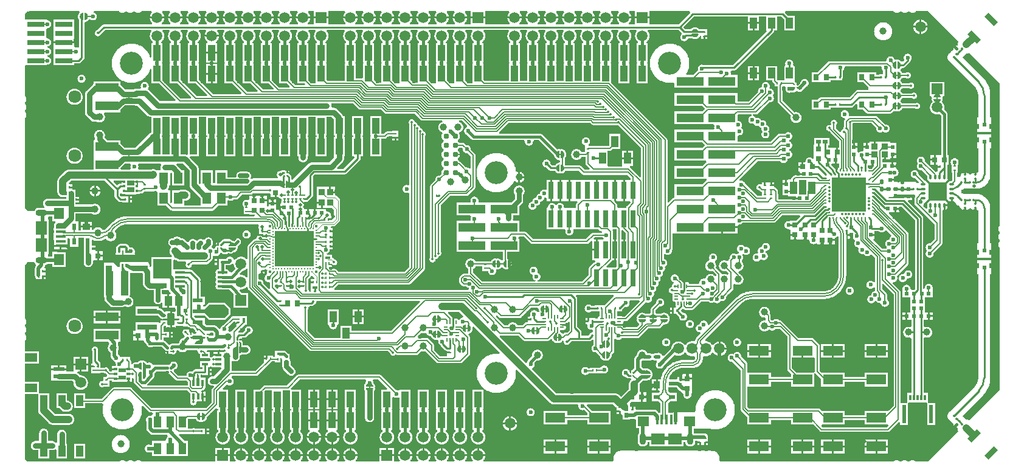
<source format=gtl>
G04*
G04 #@! TF.GenerationSoftware,Altium Limited,Altium Designer,22.6.1 (34)*
G04*
G04 Layer_Physical_Order=1*
G04 Layer_Color=255*
%FSLAX24Y24*%
%MOIN*%
G70*
G04*
G04 #@! TF.SameCoordinates,198B4140-4809-47D1-8AA6-A140D55DAB78*
G04*
G04*
G04 #@! TF.FilePolarity,Positive*
G04*
G01*
G75*
%ADD10C,0.0060*%
%ADD11C,0.0100*%
%ADD12C,0.0059*%
%ADD13C,0.0098*%
%ADD15C,0.0118*%
%ADD17C,0.0200*%
%ADD18C,0.0049*%
%ADD20C,0.0079*%
%ADD22C,0.0080*%
%ADD23C,0.0090*%
%ADD47R,0.0118X0.0106*%
%ADD48R,0.0300X0.0320*%
%ADD49R,0.1083X0.0551*%
%ADD50C,0.0093*%
%ADD51R,0.0217X0.0236*%
%ADD52R,0.0236X0.0217*%
%ADD53R,0.0106X0.0118*%
%ADD54R,0.0413X0.0283*%
%ADD55R,0.0118X0.0138*%
%ADD56R,0.0197X0.0236*%
%ADD57R,0.0394X0.1339*%
%ADD58R,0.0394X0.0630*%
%ADD61R,0.0276X0.0157*%
%ADD62R,0.0098X0.0157*%
%ADD63R,0.0236X0.0197*%
%ADD64R,0.0315X0.0295*%
%ADD65R,0.0335X0.0374*%
%ADD68R,0.0295X0.0315*%
G04:AMPARAMS|DCode=69|XSize=11.8mil|YSize=10.6mil|CornerRadius=2.7mil|HoleSize=0mil|Usage=FLASHONLY|Rotation=90.000|XOffset=0mil|YOffset=0mil|HoleType=Round|Shape=RoundedRectangle|*
%AMROUNDEDRECTD69*
21,1,0.0118,0.0053,0,0,90.0*
21,1,0.0065,0.0106,0,0,90.0*
1,1,0.0053,0.0027,0.0032*
1,1,0.0053,0.0027,-0.0032*
1,1,0.0053,-0.0027,-0.0032*
1,1,0.0053,-0.0027,0.0032*
%
%ADD69ROUNDEDRECTD69*%
%ADD70R,0.0197X0.0138*%
%ADD71R,0.0394X0.0236*%
%ADD72R,0.0394X0.0591*%
%ADD75R,0.0433X0.0551*%
%ADD76R,0.0157X0.0098*%
%ADD77C,0.0091*%
%ADD78R,0.0500X0.0300*%
%ADD79R,0.1000X0.1051*%
%ADD80O,0.0551X0.0157*%
%ADD83R,0.1252X0.0500*%
%ADD84R,0.0236X0.1024*%
%ADD85R,0.0118X0.0315*%
%ADD86R,0.0256X0.0197*%
%ADD87R,0.0335X0.0236*%
%ADD88R,0.0335X0.0394*%
%ADD89R,0.0472X0.0630*%
%ADD90R,0.1500X0.0500*%
%ADD91R,0.0402X0.0862*%
%ADD92R,0.0236X0.0335*%
%ADD93R,0.0394X0.0335*%
%ADD94R,0.0531X0.0157*%
%ADD95R,0.0610X0.0748*%
%ADD96R,0.0551X0.0630*%
%ADD97C,0.0394*%
%ADD98R,0.0299X0.0945*%
%ADD99R,0.0709X0.0472*%
%ADD100R,0.0610X0.0236*%
%ADD101R,0.0157X0.0276*%
%ADD102R,0.0138X0.0354*%
%ADD103R,0.0394X0.0709*%
%ADD104C,0.0118*%
%ADD105R,0.0374X0.0335*%
%ADD106R,0.1063X0.0315*%
%ADD107R,0.0551X0.0236*%
%ADD108R,0.0669X0.0236*%
%ADD109R,0.0098X0.0142*%
%ADD110R,0.1043X0.1043*%
%ADD111O,0.0118X0.0315*%
%ADD112O,0.0315X0.0118*%
%ADD113R,0.0295X0.0315*%
%ADD114R,0.0197X0.0228*%
G04:AMPARAMS|DCode=115|XSize=72.8mil|YSize=31.5mil|CornerRadius=0mil|HoleSize=0mil|Usage=FLASHONLY|Rotation=135.000|XOffset=0mil|YOffset=0mil|HoleType=Round|Shape=Rectangle|*
%AMROTATEDRECTD115*
4,1,4,0.0369,-0.0146,0.0146,-0.0369,-0.0369,0.0146,-0.0146,0.0369,0.0369,-0.0146,0.0*
%
%ADD115ROTATEDRECTD115*%

G04:AMPARAMS|DCode=116|XSize=11.8mil|YSize=10.6mil|CornerRadius=2.7mil|HoleSize=0mil|Usage=FLASHONLY|Rotation=180.000|XOffset=0mil|YOffset=0mil|HoleType=Round|Shape=RoundedRectangle|*
%AMROUNDEDRECTD116*
21,1,0.0118,0.0053,0,0,180.0*
21,1,0.0065,0.0106,0,0,180.0*
1,1,0.0053,-0.0032,0.0027*
1,1,0.0053,0.0032,0.0027*
1,1,0.0053,0.0032,-0.0027*
1,1,0.0053,-0.0032,-0.0027*
%
%ADD116ROUNDEDRECTD116*%
G04:AMPARAMS|DCode=117|XSize=11.8mil|YSize=10.6mil|CornerRadius=2.7mil|HoleSize=0mil|Usage=FLASHONLY|Rotation=225.000|XOffset=0mil|YOffset=0mil|HoleType=Round|Shape=RoundedRectangle|*
%AMROUNDEDRECTD117*
21,1,0.0118,0.0053,0,0,225.0*
21,1,0.0065,0.0106,0,0,225.0*
1,1,0.0053,-0.0042,-0.0004*
1,1,0.0053,0.0004,0.0042*
1,1,0.0053,0.0042,0.0004*
1,1,0.0053,-0.0004,-0.0042*
%
%ADD117ROUNDEDRECTD117*%
G04:AMPARAMS|DCode=118|XSize=11.8mil|YSize=10.6mil|CornerRadius=2.7mil|HoleSize=0mil|Usage=FLASHONLY|Rotation=315.000|XOffset=0mil|YOffset=0mil|HoleType=Round|Shape=RoundedRectangle|*
%AMROUNDEDRECTD118*
21,1,0.0118,0.0053,0,0,315.0*
21,1,0.0065,0.0106,0,0,315.0*
1,1,0.0053,0.0004,-0.0042*
1,1,0.0053,-0.0042,0.0004*
1,1,0.0053,-0.0004,0.0042*
1,1,0.0053,0.0042,-0.0004*
%
%ADD118ROUNDEDRECTD118*%
G04:AMPARAMS|DCode=119|XSize=19.7mil|YSize=23.6mil|CornerRadius=4.9mil|HoleSize=0mil|Usage=FLASHONLY|Rotation=0.000|XOffset=0mil|YOffset=0mil|HoleType=Round|Shape=RoundedRectangle|*
%AMROUNDEDRECTD119*
21,1,0.0197,0.0138,0,0,0.0*
21,1,0.0098,0.0236,0,0,0.0*
1,1,0.0098,0.0049,-0.0069*
1,1,0.0098,-0.0049,-0.0069*
1,1,0.0098,-0.0049,0.0069*
1,1,0.0098,0.0049,0.0069*
%
%ADD119ROUNDEDRECTD119*%
G04:AMPARAMS|DCode=120|XSize=19.7mil|YSize=25.6mil|CornerRadius=4.9mil|HoleSize=0mil|Usage=FLASHONLY|Rotation=90.000|XOffset=0mil|YOffset=0mil|HoleType=Round|Shape=RoundedRectangle|*
%AMROUNDEDRECTD120*
21,1,0.0197,0.0157,0,0,90.0*
21,1,0.0098,0.0256,0,0,90.0*
1,1,0.0098,0.0079,0.0049*
1,1,0.0098,0.0079,-0.0049*
1,1,0.0098,-0.0079,-0.0049*
1,1,0.0098,-0.0079,0.0049*
%
%ADD120ROUNDEDRECTD120*%
G04:AMPARAMS|DCode=121|XSize=72.8mil|YSize=31.5mil|CornerRadius=0mil|HoleSize=0mil|Usage=FLASHONLY|Rotation=45.000|XOffset=0mil|YOffset=0mil|HoleType=Round|Shape=Rectangle|*
%AMROTATEDRECTD121*
4,1,4,-0.0146,-0.0369,-0.0369,-0.0146,0.0146,0.0369,0.0369,0.0146,-0.0146,-0.0369,0.0*
%
%ADD121ROTATEDRECTD121*%

G04:AMPARAMS|DCode=122|XSize=11.8mil|YSize=10.6mil|CornerRadius=0mil|HoleSize=0mil|Usage=FLASHONLY|Rotation=135.000|XOffset=0mil|YOffset=0mil|HoleType=Round|Shape=Rectangle|*
%AMROTATEDRECTD122*
4,1,4,0.0079,-0.0004,0.0004,-0.0079,-0.0079,0.0004,-0.0004,0.0079,0.0079,-0.0004,0.0*
%
%ADD122ROTATEDRECTD122*%

%ADD123R,0.0197X0.0256*%
%ADD124R,0.0630X0.0551*%
%ADD125R,0.0748X0.0610*%
%ADD126R,0.0157X0.0531*%
%ADD127R,0.0945X0.0299*%
%ADD128R,0.0354X0.0138*%
%ADD147C,0.0197*%
%ADD233C,0.0054*%
%ADD234C,0.0054*%
%ADD235C,0.0110*%
%ADD236C,0.0060*%
%ADD237C,0.0591*%
%ADD238C,0.0089*%
%ADD239R,0.2126X0.1969*%
%ADD240C,0.0157*%
%ADD241C,0.0079*%
%ADD242R,0.0709X0.0354*%
%ADD243R,0.0098X0.0177*%
%ADD244R,0.0138X0.0177*%
%ADD245R,0.0354X0.0709*%
%ADD246R,0.0177X0.0098*%
%ADD247R,0.0177X0.0138*%
%ADD248O,0.0087X0.0256*%
%ADD249O,0.0256X0.0087*%
%ADD250C,0.0310*%
%ADD251C,0.0108*%
%ADD252R,0.1909X0.1909*%
%ADD253C,0.0074*%
%ADD254C,0.0089*%
%ADD255C,0.0400*%
%ADD256C,0.0300*%
%ADD257C,0.0157*%
%ADD258C,0.0250*%
%ADD259C,0.0150*%
%ADD260C,0.0065*%
%ADD261C,0.0197*%
%ADD262C,0.0057*%
%ADD263C,0.0180*%
%ADD264C,0.0072*%
%ADD265R,0.0630X0.0394*%
%ADD266R,0.0394X0.0630*%
%ADD267R,0.0150X0.0236*%
%ADD268R,0.0591X0.0591*%
%ADD269C,0.0701*%
%ADD270R,0.0591X0.0591*%
%ADD271O,0.0630X0.0354*%
%ADD272C,0.0390*%
%ADD273C,0.1260*%
%ADD274O,0.0354X0.0630*%
%ADD275C,0.0236*%
%ADD276C,0.0138*%
%ADD277C,0.0240*%
G36*
X51322Y23183D02*
X51320Y23179D01*
X51308Y23139D01*
X51299Y23098D01*
X51294Y23057D01*
X51292Y23016D01*
X51292Y23014D01*
X51285Y23007D01*
X51279Y23001D01*
X51243Y22964D01*
X51234Y22965D01*
X51214Y22963D01*
X51195Y22958D01*
X51176Y22951D01*
X51159Y22940D01*
X51144Y22927D01*
X51098Y22881D01*
X51085Y22866D01*
X51075Y22849D01*
X51067Y22831D01*
X51063Y22812D01*
X51061Y22792D01*
X51062Y22778D01*
X51055Y22772D01*
X51044Y22764D01*
X51019Y22741D01*
X50981Y22703D01*
X50959Y22678D01*
X50939Y22650D01*
X50930Y22634D01*
X50913Y22625D01*
X50886Y22605D01*
X50860Y22582D01*
X50823Y22545D01*
X50800Y22519D01*
X50780Y22492D01*
X50764Y22462D01*
X50751Y22431D01*
X50742Y22398D01*
X50736Y22365D01*
X50734Y22331D01*
X50736Y22297D01*
X50742Y22263D01*
X50751Y22231D01*
X50764Y22199D01*
X50780Y22170D01*
X50800Y22142D01*
X50822Y22117D01*
X50823Y22117D01*
X50844Y22093D01*
X52217Y20720D01*
X52220Y20717D01*
X52250Y20685D01*
X52280Y20648D01*
X52307Y20609D01*
X52332Y20567D01*
X52353Y20525D01*
X52371Y20481D01*
X52386Y20435D01*
X52398Y20389D01*
X52407Y20342D01*
X52412Y20294D01*
X52413Y20250D01*
X52413Y20247D01*
Y19016D01*
X52370D01*
Y18236D01*
X53118D01*
Y19016D01*
X53075D01*
Y20247D01*
X53075D01*
X53073Y20316D01*
X53068Y20386D01*
X53059Y20455D01*
X53046Y20523D01*
X53030Y20591D01*
X53010Y20658D01*
X52987Y20724D01*
X52960Y20788D01*
X52930Y20851D01*
X52897Y20912D01*
X52860Y20972D01*
X52821Y21029D01*
X52778Y21084D01*
X52733Y21137D01*
X52685Y21188D01*
X52685Y21188D01*
X51546Y22327D01*
X51701Y22481D01*
X51704Y22478D01*
X51753Y22527D01*
X51759Y22533D01*
X51766Y22540D01*
X51768Y22540D01*
X51809Y22541D01*
X51850Y22547D01*
X51891Y22556D01*
X51931Y22568D01*
X51935Y22570D01*
X53600Y20906D01*
Y13117D01*
X53582Y13101D01*
X53564Y13081D01*
X53549Y13060D01*
X53536Y13036D01*
X53526Y13012D01*
X53518Y12986D01*
X53514Y12960D01*
X53512Y12933D01*
X53514Y12906D01*
X53518Y12880D01*
X53526Y12854D01*
X53536Y12830D01*
X53549Y12806D01*
X53564Y12785D01*
X53582Y12765D01*
X53596Y12752D01*
Y12681D01*
X53582Y12668D01*
X53564Y12648D01*
X53549Y12627D01*
X53536Y12603D01*
X53526Y12579D01*
X53518Y12553D01*
X53514Y12527D01*
X53512Y12500D01*
X53514Y12473D01*
X53518Y12447D01*
X53526Y12421D01*
X53536Y12397D01*
X53549Y12373D01*
X53564Y12351D01*
X53582Y12332D01*
X53596Y12319D01*
Y12248D01*
X53582Y12235D01*
X53564Y12215D01*
X53549Y12194D01*
X53536Y12170D01*
X53526Y12146D01*
X53518Y12120D01*
X53514Y12094D01*
X53512Y12067D01*
X53514Y12040D01*
X53518Y12014D01*
X53526Y11988D01*
X53536Y11964D01*
X53549Y11940D01*
X53564Y11918D01*
X53582Y11899D01*
X53600Y11883D01*
Y4094D01*
X51935Y2430D01*
X51931Y2432D01*
X51891Y2444D01*
X51850Y2453D01*
X51809Y2458D01*
X51768Y2460D01*
X51766Y2460D01*
X51759Y2467D01*
X51734Y2490D01*
X51722Y2498D01*
X51546Y2673D01*
X52685Y3812D01*
X52685Y3812D01*
X52685Y3812D01*
X52685Y3812D01*
X52733Y3863D01*
X52778Y3916D01*
X52821Y3971D01*
X52860Y4028D01*
X52897Y4088D01*
X52930Y4149D01*
X52960Y4212D01*
X52987Y4276D01*
X53010Y4342D01*
X53030Y4409D01*
X53046Y4477D01*
X53059Y4545D01*
X53068Y4614D01*
X53073Y4684D01*
X53075Y4753D01*
X53075D01*
Y10423D01*
X53118D01*
Y11203D01*
X52370D01*
Y10423D01*
X52413D01*
Y4753D01*
X52413Y4750D01*
X52412Y4706D01*
X52407Y4658D01*
X52398Y4611D01*
X52386Y4565D01*
X52371Y4519D01*
X52353Y4475D01*
X52332Y4433D01*
X52307Y4391D01*
X52280Y4352D01*
X52263Y4331D01*
X52217Y4280D01*
X52217Y4280D01*
X52217Y4280D01*
X50844Y2907D01*
X50823Y2883D01*
X50822Y2883D01*
X50800Y2858D01*
X50780Y2830D01*
X50764Y2801D01*
X50751Y2769D01*
X50742Y2737D01*
X50736Y2703D01*
X50734Y2669D01*
X50736Y2635D01*
X50742Y2602D01*
X50751Y2569D01*
X50764Y2538D01*
X50780Y2508D01*
X50800Y2481D01*
X50823Y2455D01*
X50860Y2418D01*
X50886Y2395D01*
X50913Y2375D01*
X50930Y2366D01*
X50939Y2350D01*
X50959Y2322D01*
X50981Y2297D01*
X51019Y2259D01*
X51044Y2236D01*
X51055Y2228D01*
X51062Y2222D01*
X51061Y2208D01*
X51063Y2188D01*
X51067Y2169D01*
X51075Y2151D01*
X51085Y2134D01*
X51098Y2118D01*
X51144Y2073D01*
X51159Y2060D01*
X51176Y2049D01*
X51195Y2042D01*
X51214Y2037D01*
X51234Y2035D01*
X51248Y2036D01*
X51255Y2029D01*
X51262Y2018D01*
X51285Y1993D01*
X51292Y1986D01*
X51292Y1984D01*
X51294Y1943D01*
X51299Y1902D01*
X51308Y1861D01*
X51320Y1821D01*
X51322Y1817D01*
X49656Y150D01*
X48998D01*
X48982Y168D01*
X48962Y186D01*
X48940Y202D01*
X48917Y215D01*
X48892Y225D01*
X48867Y232D01*
X48840Y237D01*
X48814Y238D01*
X48787Y237D01*
X48761Y232D01*
X48735Y225D01*
X48710Y215D01*
X48687Y202D01*
X48665Y186D01*
X48645Y168D01*
X48632Y154D01*
X48562D01*
X48549Y168D01*
X48529Y186D01*
X48507Y202D01*
X48484Y215D01*
X48459Y225D01*
X48434Y232D01*
X48407Y237D01*
X48381Y238D01*
X48354Y237D01*
X48328Y232D01*
X48302Y225D01*
X48277Y215D01*
X48254Y202D01*
X48232Y186D01*
X48212Y168D01*
X48199Y154D01*
X48129D01*
X48116Y168D01*
X48096Y186D01*
X48074Y202D01*
X48051Y215D01*
X48026Y225D01*
X48001Y232D01*
X47974Y237D01*
X47948Y238D01*
X47921Y237D01*
X47895Y232D01*
X47869Y225D01*
X47844Y215D01*
X47821Y202D01*
X47799Y186D01*
X47779Y168D01*
X47763Y150D01*
X38331D01*
X38328Y150D01*
X38311Y152D01*
X38292Y158D01*
X38275Y167D01*
X38260Y179D01*
X38247Y194D01*
X38238Y212D01*
X38232Y230D01*
X38231Y247D01*
X38231Y250D01*
Y350D01*
X38231D01*
X38229Y389D01*
X38223Y428D01*
X38214Y466D01*
X38201Y503D01*
X38184Y539D01*
X38164Y573D01*
X38140Y604D01*
X38114Y633D01*
X38085Y660D01*
X38053Y683D01*
X38019Y703D01*
X37984Y720D01*
X37947Y733D01*
X37909Y743D01*
X37870Y749D01*
X37831Y750D01*
Y750D01*
X32822D01*
Y750D01*
X32783Y749D01*
X32744Y743D01*
X32706Y733D01*
X32669Y720D01*
X32634Y703D01*
X32600Y683D01*
X32568Y660D01*
X32539Y633D01*
X32513Y604D01*
X32489Y573D01*
X32469Y539D01*
X32452Y503D01*
X32439Y466D01*
X32430Y428D01*
X32424Y389D01*
X32422Y350D01*
X32422D01*
Y250D01*
X32422Y247D01*
X32420Y230D01*
X32415Y212D01*
X32406Y194D01*
X32393Y179D01*
X32378Y167D01*
X32361Y158D01*
X32342Y152D01*
X32325Y150D01*
X32322Y150D01*
X25307D01*
X25280Y219D01*
X25280Y220D01*
X25306Y249D01*
X25329Y280D01*
X25349Y313D01*
X25366Y349D01*
X25379Y385D01*
X25388Y423D01*
X25392Y450D01*
X24608D01*
X24612Y423D01*
X24621Y385D01*
X24634Y349D01*
X24651Y313D01*
X24671Y280D01*
X24694Y249D01*
X24720Y220D01*
X24720Y219D01*
X24693Y150D01*
X24307D01*
X24280Y219D01*
X24280Y220D01*
X24306Y249D01*
X24329Y280D01*
X24349Y313D01*
X24366Y349D01*
X24379Y385D01*
X24388Y423D01*
X24392Y450D01*
X23608D01*
X23612Y423D01*
X23621Y385D01*
X23634Y349D01*
X23651Y313D01*
X23671Y280D01*
X23694Y249D01*
X23720Y220D01*
X23720Y219D01*
X23693Y150D01*
X23307D01*
X23280Y219D01*
X23280Y220D01*
X23306Y249D01*
X23329Y280D01*
X23349Y313D01*
X23366Y349D01*
X23379Y385D01*
X23388Y423D01*
X23392Y450D01*
X22608D01*
X22612Y423D01*
X22621Y385D01*
X22634Y349D01*
X22651Y313D01*
X22671Y280D01*
X22694Y249D01*
X22720Y220D01*
X22720Y219D01*
X22693Y150D01*
X22307D01*
X22280Y219D01*
X22280Y220D01*
X22306Y249D01*
X22329Y280D01*
X22349Y313D01*
X22366Y349D01*
X22379Y385D01*
X22388Y423D01*
X22392Y450D01*
X21608D01*
X21612Y423D01*
X21621Y385D01*
X21634Y349D01*
X21651Y313D01*
X21671Y280D01*
X21694Y249D01*
X21720Y220D01*
X21720Y219D01*
X21693Y150D01*
X21307D01*
X21280Y219D01*
X21280Y220D01*
X21306Y249D01*
X21329Y280D01*
X21349Y313D01*
X21366Y349D01*
X21379Y385D01*
X21388Y423D01*
X21392Y450D01*
X20608D01*
X20612Y423D01*
X20621Y385D01*
X20634Y349D01*
X20651Y313D01*
X20671Y280D01*
X20694Y249D01*
X20720Y220D01*
X20720Y219D01*
X20693Y150D01*
X20395D01*
Y450D01*
X19605D01*
Y150D01*
X18307D01*
X18280Y219D01*
X18280Y220D01*
X18306Y249D01*
X18329Y280D01*
X18349Y313D01*
X18366Y349D01*
X18379Y385D01*
X18388Y423D01*
X18392Y450D01*
X17608D01*
X17612Y423D01*
X17621Y385D01*
X17634Y349D01*
X17651Y313D01*
X17671Y280D01*
X17694Y249D01*
X17720Y220D01*
X17720Y219D01*
X17693Y150D01*
X17307D01*
X17280Y219D01*
X17280Y220D01*
X17306Y249D01*
X17329Y280D01*
X17349Y313D01*
X17366Y349D01*
X17379Y385D01*
X17388Y423D01*
X17392Y450D01*
X16608D01*
X16612Y423D01*
X16621Y385D01*
X16634Y349D01*
X16651Y313D01*
X16671Y280D01*
X16694Y249D01*
X16720Y220D01*
X16720Y219D01*
X16693Y150D01*
X16307D01*
X16280Y219D01*
X16280Y220D01*
X16306Y249D01*
X16329Y280D01*
X16349Y313D01*
X16366Y349D01*
X16379Y385D01*
X16388Y423D01*
X16392Y450D01*
X15608D01*
X15612Y423D01*
X15621Y385D01*
X15634Y349D01*
X15651Y313D01*
X15671Y280D01*
X15694Y249D01*
X15720Y220D01*
X15720Y219D01*
X15693Y150D01*
X15307D01*
X15280Y219D01*
X15280Y220D01*
X15306Y249D01*
X15329Y280D01*
X15349Y313D01*
X15366Y349D01*
X15379Y385D01*
X15388Y423D01*
X15392Y450D01*
X14608D01*
X14612Y423D01*
X14621Y385D01*
X14634Y349D01*
X14651Y313D01*
X14671Y280D01*
X14694Y249D01*
X14720Y220D01*
X14720Y219D01*
X14693Y150D01*
X14307D01*
X14280Y219D01*
X14280Y220D01*
X14306Y249D01*
X14329Y280D01*
X14349Y313D01*
X14366Y349D01*
X14379Y385D01*
X14388Y423D01*
X14392Y450D01*
X13608D01*
X13612Y423D01*
X13621Y385D01*
X13634Y349D01*
X13651Y313D01*
X13671Y280D01*
X13694Y249D01*
X13720Y220D01*
X13720Y219D01*
X13693Y150D01*
X13307D01*
X13280Y219D01*
X13280Y220D01*
X13306Y249D01*
X13329Y280D01*
X13349Y313D01*
X13366Y349D01*
X13379Y385D01*
X13388Y423D01*
X13392Y450D01*
X12608D01*
X12612Y423D01*
X12621Y385D01*
X12634Y349D01*
X12651Y313D01*
X12671Y280D01*
X12694Y249D01*
X12720Y220D01*
X12720Y219D01*
X12693Y150D01*
X12307D01*
X12280Y219D01*
X12280Y220D01*
X12306Y249D01*
X12329Y280D01*
X12349Y313D01*
X12366Y349D01*
X12379Y385D01*
X12388Y423D01*
X12392Y450D01*
X11608D01*
X11612Y423D01*
X11621Y385D01*
X11634Y349D01*
X11651Y313D01*
X11671Y280D01*
X11694Y249D01*
X11720Y220D01*
X11720Y219D01*
X11693Y150D01*
X11395D01*
Y450D01*
X10605D01*
Y150D01*
X6549D01*
X6533Y168D01*
X6513Y186D01*
X6492Y202D01*
X6468Y215D01*
X6444Y225D01*
X6418Y232D01*
X6392Y237D01*
X6365Y238D01*
X6338Y237D01*
X6312Y232D01*
X6286Y225D01*
X6262Y215D01*
X6238Y202D01*
X6216Y186D01*
X6197Y168D01*
X6184Y154D01*
X6113D01*
X6100Y168D01*
X6080Y186D01*
X6059Y202D01*
X6035Y215D01*
X6011Y225D01*
X5985Y232D01*
X5959Y237D01*
X5932Y238D01*
X5905Y237D01*
X5879Y232D01*
X5853Y225D01*
X5829Y215D01*
X5805Y202D01*
X5784Y186D01*
X5764Y168D01*
X5751Y154D01*
X5680D01*
X5667Y168D01*
X5647Y186D01*
X5626Y202D01*
X5602Y215D01*
X5578Y225D01*
X5552Y232D01*
X5526Y237D01*
X5499Y238D01*
X5472Y237D01*
X5446Y232D01*
X5420Y225D01*
X5396Y215D01*
X5372Y202D01*
X5350Y186D01*
X5331Y168D01*
X5315Y150D01*
X400D01*
X397Y150D01*
X372Y152D01*
X344Y156D01*
X317Y164D01*
X292Y175D01*
X267Y188D01*
X244Y205D01*
X223Y223D01*
X205Y244D01*
X188Y267D01*
X175Y292D01*
X164Y317D01*
X159Y334D01*
X150Y400D01*
X150Y400D01*
X150Y400D01*
Y3867D01*
X875D01*
X895Y3867D01*
X895Y3831D01*
X895Y3237D01*
X893Y3226D01*
X891Y3193D01*
Y2964D01*
X893Y2931D01*
X899Y2897D01*
X908Y2865D01*
X921Y2834D01*
X938Y2804D01*
X957Y2777D01*
X979Y2752D01*
X1464Y2268D01*
X1489Y2245D01*
X1516Y2226D01*
X1546Y2209D01*
X1577Y2196D01*
X1609Y2187D01*
X1643Y2181D01*
X1676Y2180D01*
X2566D01*
X2600Y2181D01*
X2633Y2187D01*
X2666Y2196D01*
X2697Y2209D01*
X2726Y2226D01*
X2754Y2245D01*
X2779Y2268D01*
X2801Y2293D01*
X2821Y2320D01*
X2837Y2350D01*
X2850Y2381D01*
X2859Y2413D01*
X2865Y2446D01*
X2867Y2480D01*
X2865Y2514D01*
X2859Y2547D01*
X2850Y2579D01*
X2837Y2610D01*
X2821Y2640D01*
X2801Y2667D01*
X2779Y2692D01*
X2754Y2715D01*
X2726Y2734D01*
X2697Y2751D01*
X2666Y2764D01*
X2633Y2773D01*
X2600Y2779D01*
X2566Y2780D01*
X1801D01*
X1492Y3089D01*
Y3193D01*
X1491Y3226D01*
X1489Y3237D01*
Y3883D01*
X958D01*
X939Y3883D01*
X939Y3919D01*
X939Y4539D01*
X150D01*
Y5521D01*
X939D01*
Y6193D01*
X150D01*
Y6786D01*
X168Y6802D01*
X186Y6822D01*
X202Y6844D01*
X215Y6867D01*
X225Y6892D01*
X232Y6917D01*
X237Y6944D01*
X238Y6970D01*
X237Y6997D01*
X232Y7023D01*
X225Y7049D01*
X215Y7074D01*
X202Y7097D01*
X186Y7119D01*
X168Y7139D01*
X154Y7152D01*
Y7222D01*
X168Y7235D01*
X186Y7255D01*
X202Y7277D01*
X215Y7300D01*
X225Y7325D01*
X232Y7350D01*
X237Y7377D01*
X238Y7403D01*
X237Y7430D01*
X232Y7456D01*
X225Y7482D01*
X215Y7507D01*
X202Y7530D01*
X186Y7552D01*
X168Y7572D01*
X154Y7585D01*
Y7655D01*
X168Y7668D01*
X186Y7688D01*
X202Y7710D01*
X215Y7733D01*
X225Y7758D01*
X232Y7783D01*
X237Y7810D01*
X238Y7836D01*
X237Y7863D01*
X232Y7889D01*
X225Y7915D01*
X215Y7940D01*
X202Y7963D01*
X186Y7985D01*
X168Y8005D01*
X150Y8021D01*
Y10902D01*
X170Y10926D01*
X209Y10979D01*
X245Y11035D01*
X278Y11092D01*
X284Y11104D01*
X668Y11104D01*
X677Y11080D01*
X692Y11053D01*
X710Y11028D01*
X731Y11004D01*
X742Y10995D01*
X754Y10959D01*
X754Y10909D01*
X751Y10902D01*
X750Y10901D01*
X735Y10879D01*
X724Y10855D01*
X715Y10831D01*
X710Y10805D01*
X708Y10779D01*
Y10354D01*
X710Y10328D01*
X715Y10302D01*
X724Y10278D01*
X735Y10254D01*
X750Y10232D01*
X763Y10217D01*
Y10151D01*
X1091D01*
Y10271D01*
X1094Y10278D01*
X1102Y10302D01*
X1104Y10310D01*
X1141D01*
Y10360D01*
X1294D01*
Y10431D01*
X1294D01*
Y10540D01*
X1141D01*
Y10640D01*
X1294D01*
Y10749D01*
X1261D01*
X1233Y10798D01*
X1228Y10819D01*
X1239Y10835D01*
X1250Y10859D01*
X1259Y10883D01*
X1264Y10909D01*
X1265Y10930D01*
X1295Y10939D01*
X1324Y10951D01*
X1351Y10966D01*
X1376Y10984D01*
X1395Y11000D01*
X1654D01*
Y10825D01*
X2405D01*
Y11655D01*
X1654D01*
Y11401D01*
X1411D01*
X1411Y11504D01*
X1461Y11554D01*
X1470D01*
Y12498D01*
Y13446D01*
X1410D01*
X1410Y13549D01*
X1459Y13599D01*
X1654D01*
Y13345D01*
X1815D01*
X1837Y13295D01*
X1838Y13275D01*
X1823Y13261D01*
X1804Y13240D01*
X1788Y13217D01*
X1774Y13193D01*
X1774Y13191D01*
X1753D01*
Y13121D01*
X1751Y13112D01*
X1750Y13084D01*
X1751Y13056D01*
X1753Y13047D01*
Y12953D01*
X1735D01*
Y12559D01*
Y12303D01*
X1753D01*
Y12038D01*
X2484D01*
Y12303D01*
X2502D01*
Y12395D01*
X2565Y12406D01*
X2616Y12358D01*
Y11941D01*
X3088D01*
Y12419D01*
X3382D01*
Y11959D01*
X3400D01*
Y11697D01*
X3393D01*
Y11546D01*
X3388Y11528D01*
X3383Y11500D01*
X3381Y11472D01*
Y11073D01*
X3383Y11045D01*
X3388Y11017D01*
X3396Y10990D01*
X3406Y10964D01*
X3420Y10940D01*
X3436Y10917D01*
X3455Y10896D01*
X3476Y10877D01*
X3499Y10861D01*
X3523Y10847D01*
X3549Y10836D01*
X3576Y10829D01*
X3604Y10824D01*
X3632Y10822D01*
X3660Y10824D01*
X3688Y10829D01*
X3715Y10836D01*
X3741Y10847D01*
X3765Y10861D01*
X3788Y10877D01*
X3809Y10896D01*
X3828Y10917D01*
X3844Y10940D01*
X3857Y10964D01*
X3868Y10990D01*
X3876Y11017D01*
X3881Y11045D01*
X3882Y11073D01*
Y11130D01*
X3924Y11183D01*
X4122D01*
Y11440D01*
Y11697D01*
X4011D01*
Y11790D01*
X3858D01*
Y11890D01*
X4011D01*
Y11999D01*
X3818D01*
Y12294D01*
X3818Y12294D01*
X3825Y12302D01*
X3855Y12320D01*
X3888Y12328D01*
X3907Y12314D01*
X3935Y12297D01*
X3966Y12282D01*
X3997Y12271D01*
X4030Y12263D01*
X4063Y12258D01*
X4095Y12256D01*
X4097Y12256D01*
Y12256D01*
X4097Y12256D01*
X4231D01*
X4231Y12256D01*
Y12256D01*
X4273Y12258D01*
X4314Y12264D01*
X4355Y12273D01*
X4396Y12285D01*
X4434Y12301D01*
X4472Y12321D01*
X4507Y12343D01*
X4530Y12361D01*
X4535Y12364D01*
X4562Y12367D01*
X4582Y12365D01*
X4621Y12353D01*
X4624Y12351D01*
X4637Y12336D01*
X4663Y12313D01*
X4692Y12292D01*
X4723Y12275D01*
X4756Y12262D01*
X4790Y12252D01*
X4825Y12246D01*
X4860Y12244D01*
X4895Y12246D01*
X4930Y12252D01*
X4964Y12262D01*
X4997Y12275D01*
X5028Y12292D01*
X5057Y12313D01*
X5083Y12336D01*
X5107Y12363D01*
X5127Y12392D01*
X5144Y12423D01*
X5158Y12455D01*
X5168Y12489D01*
X5173Y12524D01*
X5175Y12559D01*
X5173Y12595D01*
X5168Y12630D01*
X5158Y12664D01*
X5144Y12696D01*
X5127Y12727D01*
X5107Y12756D01*
X5083Y12783D01*
X5082Y12807D01*
X5236Y12961D01*
X5238Y12964D01*
X5274Y12997D01*
X5315Y13030D01*
X5358Y13060D01*
X5404Y13087D01*
X5451Y13110D01*
X5499Y13130D01*
X5549Y13147D01*
X5600Y13160D01*
X5652Y13169D01*
X5704Y13175D01*
X5752Y13177D01*
X5755Y13176D01*
X12948Y13176D01*
X12975Y13140D01*
X12987Y13106D01*
X12981Y13094D01*
X12973Y13069D01*
X12968Y13044D01*
X12966Y13018D01*
X12968Y12992D01*
X12973Y12966D01*
X12981Y12942D01*
X12993Y12918D01*
X13006Y12899D01*
Y12594D01*
X13005Y12594D01*
X12981Y12586D01*
X12957Y12574D01*
X12936Y12560D01*
X12916Y12543D01*
X12899Y12523D01*
X12884Y12502D01*
X12873Y12478D01*
X12865Y12454D01*
X12859Y12428D01*
X12858Y12402D01*
X12798Y12356D01*
X12790D01*
X12770Y12354D01*
X12750Y12349D01*
X12731Y12341D01*
X12713Y12331D01*
X12698Y12317D01*
X12408Y12027D01*
X12394Y12012D01*
X12384Y11994D01*
X12376Y11975D01*
X12371Y11955D01*
X12370Y11935D01*
Y11283D01*
X12325Y11261D01*
X12300Y11258D01*
X12280Y11280D01*
X12251Y11306D01*
X12220Y11329D01*
X12187Y11349D01*
X12151Y11366D01*
X12115Y11379D01*
X12077Y11388D01*
X12039Y11394D01*
X12000Y11396D01*
X11961Y11394D01*
X11923Y11388D01*
X11885Y11379D01*
X11849Y11366D01*
X11813Y11349D01*
X11780Y11329D01*
X11749Y11306D01*
X11720Y11280D01*
X11694Y11251D01*
X11675Y11225D01*
X11655Y11224D01*
X11608Y11235D01*
X11600Y11238D01*
X11592Y11264D01*
X11579Y11289D01*
X11563Y11313D01*
X11545Y11335D01*
X11523Y11353D01*
X11499Y11369D01*
X11474Y11382D01*
X11447Y11391D01*
X11419Y11397D01*
X11390Y11399D01*
X11361Y11397D01*
X11333Y11391D01*
X11306Y11382D01*
X11281Y11369D01*
X11257Y11353D01*
X11235Y11335D01*
X11217Y11313D01*
X11201Y11289D01*
X11194Y11275D01*
X10967D01*
X10944Y11274D01*
X10921Y11269D01*
X10900Y11262D01*
X10894Y11259D01*
X10778D01*
Y11100D01*
Y10941D01*
X10806D01*
Y10713D01*
X10785D01*
X10761Y10711D01*
X10738Y10707D01*
X10716Y10699D01*
X10695Y10689D01*
X10676Y10676D01*
X10658Y10661D01*
X10642Y10643D01*
X10629Y10623D01*
X10619Y10602D01*
X10612Y10580D01*
X10607Y10557D01*
X10605Y10534D01*
X10607Y10510D01*
X10612Y10488D01*
X10619Y10465D01*
X10629Y10444D01*
X10642Y10425D01*
X10658Y10407D01*
Y10405D01*
X10642Y10387D01*
X10629Y10368D01*
X10619Y10346D01*
X10612Y10324D01*
X10607Y10301D01*
X10605Y10278D01*
X10607Y10255D01*
X10612Y10232D01*
X10619Y10209D01*
X10629Y10188D01*
X10642Y10169D01*
X10658Y10151D01*
Y10149D01*
X10642Y10131D01*
X10629Y10112D01*
X10619Y10091D01*
X10612Y10068D01*
X10607Y10045D01*
X10605Y10022D01*
X10607Y9999D01*
X10612Y9976D01*
X10619Y9954D01*
X10629Y9932D01*
X10642Y9913D01*
X10658Y9895D01*
Y9893D01*
X10642Y9875D01*
X10629Y9856D01*
X10619Y9835D01*
X10612Y9812D01*
X10607Y9790D01*
X10605Y9766D01*
X10607Y9743D01*
X10612Y9720D01*
X10619Y9698D01*
X10629Y9677D01*
X10642Y9657D01*
X10658Y9639D01*
X10676Y9624D01*
X10695Y9611D01*
X10716Y9601D01*
X10738Y9593D01*
X10761Y9589D01*
X10785Y9587D01*
X11178D01*
X11202Y9589D01*
X11213Y9591D01*
X11371D01*
X11605Y9357D01*
Y8605D01*
X12395D01*
Y9395D01*
X12063D01*
X11916Y9542D01*
X11949Y9608D01*
X11961Y9606D01*
X12000Y9604D01*
X12039Y9606D01*
X12077Y9612D01*
X12115Y9621D01*
X12151Y9634D01*
X12187Y9651D01*
X12220Y9671D01*
X12251Y9694D01*
X12280Y9720D01*
X12300Y9742D01*
X12325Y9739D01*
X12370Y9717D01*
Y9707D01*
X12371Y9686D01*
X12376Y9666D01*
X12384Y9647D01*
X12394Y9630D01*
X12408Y9614D01*
X15766Y6256D01*
X15781Y6243D01*
X15799Y6232D01*
X15818Y6224D01*
X15838Y6220D01*
X15858Y6218D01*
X20075D01*
X20171Y6122D01*
X20171Y6117D01*
X20176Y6095D01*
X20183Y6074D01*
X20193Y6054D01*
X20205Y6036D01*
X20220Y6019D01*
X20236Y6004D01*
X20255Y5992D01*
X20274Y5982D01*
X20295Y5975D01*
X20317Y5971D01*
X20339Y5969D01*
X20361Y5971D01*
X20383Y5975D01*
X20404Y5982D01*
X20424Y5992D01*
X20442Y6004D01*
X20459Y6019D01*
X20474Y6036D01*
X20480Y6036D01*
X20482Y6035D01*
X20499Y6024D01*
X20518Y6016D01*
X20538Y6011D01*
X20558Y6010D01*
X21640D01*
X21660Y6011D01*
X21680Y6016D01*
X21699Y6024D01*
X21717Y6035D01*
X21732Y6048D01*
X21903Y6219D01*
X21934Y6210D01*
X21967Y6205D01*
X22000Y6203D01*
X22033Y6205D01*
X22066Y6210D01*
X22097Y6219D01*
X22728Y5588D01*
X22743Y5574D01*
X22761Y5564D01*
X22780Y5556D01*
X22800Y5551D01*
X22820Y5550D01*
X24040D01*
X24060Y5551D01*
X24080Y5556D01*
X24099Y5564D01*
X24117Y5574D01*
X24132Y5588D01*
X24512Y5968D01*
X24525Y5983D01*
X24536Y6001D01*
X24544Y6020D01*
X24549Y6040D01*
X24550Y6060D01*
Y6960D01*
X24549Y6980D01*
X24544Y7000D01*
X24536Y7019D01*
X24525Y7037D01*
X24512Y7052D01*
X24463Y7102D01*
X24462Y7126D01*
X24464Y7134D01*
X24485Y7178D01*
X24498Y7182D01*
X24529Y7195D01*
X24529Y7195D01*
X24536Y7198D01*
X24559Y7211D01*
X24587Y7231D01*
X24613Y7254D01*
X24636Y7280D01*
X24655Y7307D01*
X24672Y7337D01*
X24685Y7369D01*
X24695Y7402D01*
X24700Y7436D01*
X24702Y7470D01*
X24700Y7504D01*
X24695Y7535D01*
X24699Y7540D01*
X24758Y7571D01*
X26202Y6127D01*
X26168Y6062D01*
X26130Y6068D01*
X26065Y6073D01*
X26000Y6075D01*
X25935Y6073D01*
X25870Y6068D01*
X25806Y6058D01*
X25743Y6044D01*
X25680Y6027D01*
X25619Y6005D01*
X25559Y5981D01*
X25500Y5952D01*
X25444Y5920D01*
X25389Y5885D01*
X25337Y5847D01*
X25287Y5805D01*
X25240Y5760D01*
X25195Y5713D01*
X25153Y5663D01*
X25115Y5611D01*
X25080Y5556D01*
X25048Y5500D01*
X25019Y5441D01*
X24995Y5381D01*
X24973Y5320D01*
X24956Y5257D01*
X24942Y5194D01*
X24932Y5130D01*
X24927Y5065D01*
X24925Y5000D01*
X24927Y4935D01*
X24932Y4870D01*
X24942Y4806D01*
X24956Y4743D01*
X24973Y4680D01*
X24995Y4619D01*
X25019Y4559D01*
X25048Y4500D01*
X25080Y4444D01*
X25115Y4389D01*
X25153Y4337D01*
X25195Y4287D01*
X25240Y4240D01*
X25287Y4195D01*
X25314Y4172D01*
X25282Y4108D01*
X25237Y4108D01*
X24699D01*
Y3046D01*
X24720D01*
X24734Y3035D01*
X24734Y3018D01*
X24699Y2954D01*
X24699D01*
Y1892D01*
X24749D01*
X24769Y1853D01*
X24771Y1822D01*
X24749Y1806D01*
X24720Y1780D01*
X24694Y1751D01*
X24671Y1720D01*
X24651Y1687D01*
X24634Y1651D01*
X24621Y1615D01*
X24612Y1577D01*
X24606Y1539D01*
X24604Y1500D01*
X24606Y1461D01*
X24612Y1423D01*
X24621Y1385D01*
X24634Y1349D01*
X24651Y1313D01*
X24671Y1280D01*
X24694Y1249D01*
X24720Y1220D01*
X24749Y1194D01*
X24780Y1171D01*
X24813Y1151D01*
X24849Y1134D01*
X24885Y1121D01*
X24923Y1112D01*
X24961Y1106D01*
X25000Y1104D01*
X25039Y1106D01*
X25077Y1112D01*
X25115Y1121D01*
X25151Y1134D01*
X25187Y1151D01*
X25220Y1171D01*
X25251Y1194D01*
X25280Y1220D01*
X25306Y1249D01*
X25329Y1280D01*
X25349Y1313D01*
X25366Y1349D01*
X25379Y1385D01*
X25388Y1423D01*
X25394Y1461D01*
X25396Y1500D01*
X25394Y1539D01*
X25388Y1577D01*
X25379Y1615D01*
X25366Y1651D01*
X25349Y1687D01*
X25329Y1720D01*
X25306Y1751D01*
X25280Y1780D01*
X25251Y1806D01*
X25229Y1822D01*
X25231Y1853D01*
X25251Y1892D01*
X25301D01*
Y2954D01*
X25301D01*
X25266Y3018D01*
X25266Y3035D01*
X25280Y3046D01*
X25301D01*
Y4042D01*
X25301Y4093D01*
X25359Y4138D01*
X25389Y4115D01*
X25444Y4080D01*
X25500Y4048D01*
X25559Y4019D01*
X25619Y3995D01*
X25680Y3973D01*
X25743Y3956D01*
X25806Y3942D01*
X25870Y3932D01*
X25935Y3927D01*
X26000Y3925D01*
X26065Y3927D01*
X26130Y3932D01*
X26194Y3942D01*
X26257Y3956D01*
X26320Y3973D01*
X26381Y3995D01*
X26441Y4019D01*
X26500Y4048D01*
X26556Y4080D01*
X26611Y4115D01*
X26663Y4153D01*
X26713Y4195D01*
X26760Y4240D01*
X26805Y4287D01*
X26847Y4337D01*
X26885Y4389D01*
X26920Y4444D01*
X26952Y4500D01*
X26981Y4559D01*
X27005Y4619D01*
X27027Y4680D01*
X27044Y4743D01*
X27058Y4806D01*
X27068Y4870D01*
X27073Y4935D01*
X27075Y5000D01*
X27073Y5065D01*
X27068Y5130D01*
X27062Y5168D01*
X27127Y5202D01*
X28951Y3378D01*
X28977Y3355D01*
X29004Y3336D01*
X29034Y3319D01*
X29065Y3306D01*
X29097Y3297D01*
X29130Y3291D01*
X29164Y3290D01*
X30446D01*
X30458Y3283D01*
X30498Y3235D01*
X30503Y3220D01*
X30501Y3200D01*
X30503Y3171D01*
X30509Y3143D01*
X30518Y3116D01*
X30531Y3091D01*
X30547Y3067D01*
X30565Y3045D01*
X30587Y3027D01*
X30611Y3011D01*
X30636Y2998D01*
X30663Y2989D01*
X30691Y2983D01*
X30720Y2981D01*
X30749Y2983D01*
X30777Y2989D01*
X30804Y2998D01*
X30815Y3004D01*
X30980Y2839D01*
Y2690D01*
X29880D01*
Y2935D01*
X28598D01*
Y2184D01*
X29880D01*
Y2429D01*
X30980D01*
Y2184D01*
X32262D01*
Y2935D01*
X31253D01*
X30968Y3220D01*
X30997Y3290D01*
X32408D01*
X32553Y3145D01*
X32578Y3123D01*
X32605Y3103D01*
X32606Y3103D01*
Y2963D01*
X32765D01*
Y2913D01*
X32815D01*
Y2760D01*
X32856D01*
X32858Y2759D01*
X32912Y2703D01*
X32914Y2677D01*
X32914Y2676D01*
Y2475D01*
X33311D01*
Y2503D01*
X33553D01*
X33579Y2505D01*
X33582Y2505D01*
X33583Y2505D01*
X33633Y2475D01*
X33652Y2452D01*
Y1989D01*
X33826D01*
Y1729D01*
X33810Y1711D01*
X33792Y1686D01*
X33777Y1659D01*
X33765Y1630D01*
X33757Y1600D01*
X33751Y1569D01*
X33750Y1538D01*
Y1263D01*
X33751Y1231D01*
X33757Y1201D01*
X33765Y1171D01*
X33777Y1142D01*
X33792Y1115D01*
X33810Y1089D01*
X33831Y1066D01*
X33854Y1046D01*
X33880Y1028D01*
X33907Y1012D01*
X33936Y1001D01*
X33965Y992D01*
X33996Y987D01*
X34027Y985D01*
X34058Y987D01*
X34089Y992D01*
X34119Y1001D01*
X34148Y1012D01*
X34175Y1028D01*
X34200Y1046D01*
X34224Y1066D01*
X34244Y1089D01*
X34262Y1115D01*
X34277Y1142D01*
X34289Y1171D01*
X34298Y1201D01*
X34303Y1231D01*
X34303Y1238D01*
X34380D01*
Y995D01*
X36273D01*
Y1238D01*
X36349D01*
X36350Y1231D01*
X36355Y1201D01*
X36364Y1171D01*
X36376Y1142D01*
X36391Y1115D01*
X36409Y1089D01*
X36429Y1066D01*
X36453Y1046D01*
X36478Y1028D01*
X36505Y1012D01*
X36534Y1001D01*
X36564Y992D01*
X36595Y987D01*
X36626Y985D01*
X36657Y987D01*
X36687Y992D01*
X36717Y1001D01*
X36746Y1012D01*
X36773Y1028D01*
X36799Y1046D01*
X36822Y1066D01*
X36843Y1089D01*
X36861Y1115D01*
X36876Y1142D01*
X36888Y1171D01*
X36896Y1201D01*
X36902Y1231D01*
X36903Y1263D01*
Y1308D01*
X37013D01*
Y1259D01*
X37173D01*
Y1209D01*
X37223D01*
Y1056D01*
X37332D01*
Y1056D01*
X37393D01*
Y1209D01*
X37443D01*
Y1259D01*
X37602D01*
Y1502D01*
X37602Y1508D01*
X37602Y1514D01*
Y1586D01*
X37586D01*
X37575Y1608D01*
X37561Y1630D01*
X37543Y1650D01*
X37524Y1667D01*
X37502Y1682D01*
X37478Y1693D01*
X37453Y1702D01*
X37428Y1707D01*
X37402Y1708D01*
X36845D01*
X36843Y1711D01*
X36826Y1730D01*
Y1970D01*
X37692Y1970D01*
X37743Y1956D01*
X37806Y1942D01*
X37870Y1932D01*
X37935Y1927D01*
X38000Y1925D01*
X38065Y1927D01*
X38130Y1932D01*
X38194Y1942D01*
X38257Y1956D01*
X38320Y1973D01*
X38381Y1995D01*
X38441Y2019D01*
X38500Y2048D01*
X38556Y2080D01*
X38611Y2115D01*
X38663Y2153D01*
X38713Y2195D01*
X38760Y2240D01*
X38805Y2287D01*
X38847Y2337D01*
X38885Y2389D01*
X38920Y2444D01*
X38952Y2500D01*
X38981Y2559D01*
X39005Y2619D01*
X39027Y2680D01*
X39044Y2743D01*
X39058Y2806D01*
X39068Y2870D01*
X39073Y2935D01*
X39075Y3000D01*
X39073Y3065D01*
X39068Y3130D01*
X39058Y3194D01*
X39044Y3257D01*
X39027Y3320D01*
X39005Y3381D01*
X38981Y3441D01*
X38952Y3500D01*
X38920Y3556D01*
X38885Y3611D01*
X38847Y3663D01*
X38805Y3713D01*
X38760Y3760D01*
X38713Y3805D01*
X38663Y3847D01*
X38611Y3885D01*
X38556Y3920D01*
X38500Y3952D01*
X38441Y3981D01*
X38381Y4005D01*
X38320Y4027D01*
X38257Y4044D01*
X38194Y4058D01*
X38130Y4068D01*
X38065Y4073D01*
X38000Y4075D01*
X37935Y4073D01*
X37870Y4068D01*
X37806Y4058D01*
X37743Y4044D01*
X37680Y4027D01*
X37619Y4005D01*
X37559Y3981D01*
X37500Y3952D01*
X37444Y3920D01*
X37389Y3885D01*
X37337Y3847D01*
X37287Y3805D01*
X37240Y3760D01*
X37195Y3713D01*
X37153Y3663D01*
X37115Y3611D01*
X37080Y3556D01*
X37048Y3500D01*
X37019Y3441D01*
X36995Y3381D01*
X36973Y3320D01*
X36956Y3257D01*
X36942Y3194D01*
X36932Y3130D01*
X36927Y3065D01*
X36925Y3000D01*
X36926Y2950D01*
X36903Y2905D01*
X36880Y2880D01*
X35692Y2880D01*
Y2819D01*
X35523D01*
Y2837D01*
X35410D01*
Y3350D01*
X35520Y3460D01*
X35526Y3461D01*
X35897D01*
Y3933D01*
X35502D01*
X35495Y3938D01*
X35476Y3954D01*
X35460Y3973D01*
X35446Y3994D01*
X35435Y4016D01*
X35427Y4040D01*
X35422Y4064D01*
X35420Y4087D01*
X35421Y4089D01*
Y4227D01*
X35878D01*
X35878Y4227D01*
Y4227D01*
X35926Y4181D01*
X36074Y4033D01*
X36074Y4033D01*
X36093Y4016D01*
X36115Y4001D01*
X36139Y3989D01*
X36164Y3981D01*
X36164Y3981D01*
X36208Y3927D01*
X36208D01*
X36249Y3859D01*
X36249Y3857D01*
X36247Y3830D01*
X36249Y3801D01*
X36255Y3773D01*
X36264Y3746D01*
X36276Y3721D01*
X36292Y3697D01*
X36311Y3675D01*
X36333Y3657D01*
X36356Y3641D01*
X36382Y3628D01*
X36409Y3619D01*
X36437Y3613D01*
X36466Y3611D01*
X36494Y3613D01*
X36522Y3619D01*
X36549Y3628D01*
X36575Y3641D01*
X36599Y3657D01*
X36620Y3675D01*
X36639Y3697D01*
X36655Y3721D01*
X36668Y3746D01*
X36677Y3773D01*
X36682Y3801D01*
X36684Y3830D01*
X36683Y3857D01*
X36683Y3859D01*
X36723Y3927D01*
X36723D01*
Y4388D01*
X36723Y4422D01*
X36723D01*
Y4458D01*
X36723D01*
Y4656D01*
X36466D01*
Y4706D01*
X36416D01*
Y4954D01*
X36208D01*
Y4806D01*
X36126D01*
Y4653D01*
X36026D01*
Y4806D01*
X35917D01*
Y4717D01*
X35878Y4663D01*
X35521D01*
X35483Y4703D01*
X35470Y4733D01*
X35485Y4773D01*
X35508Y4824D01*
X35535Y4874D01*
X35564Y4921D01*
X35597Y4967D01*
X35632Y5010D01*
X35671Y5051D01*
X35712Y5089D01*
X35755Y5124D01*
X35800Y5157D01*
X35848Y5187D01*
X35897Y5213D01*
X35948Y5236D01*
X36001Y5256D01*
X36054Y5272D01*
X36084Y5279D01*
X36109Y5285D01*
X36164Y5294D01*
X36219Y5299D01*
X36272Y5301D01*
X36275Y5301D01*
X36781D01*
X36781Y5301D01*
X36809Y5302D01*
X36810Y5302D01*
X36812Y5302D01*
X36823Y5302D01*
X36864Y5307D01*
X36906Y5316D01*
X36946Y5327D01*
X36986Y5342D01*
X37024Y5359D01*
X37061Y5380D01*
X37096Y5403D01*
X37129Y5429D01*
X37159Y5458D01*
X37188Y5489D01*
X37214Y5522D01*
X37237Y5557D01*
X37258Y5593D01*
X37276Y5632D01*
X37290Y5671D01*
X37302Y5712D01*
X37310Y5753D01*
X37313Y5781D01*
X37313Y5781D01*
X37314Y5784D01*
X37314Y5792D01*
X37315Y5795D01*
X37316Y5836D01*
X37316Y5837D01*
Y5895D01*
X37330Y5914D01*
X37386Y5947D01*
X37399Y5944D01*
X37439Y5938D01*
X37480Y5936D01*
X37521Y5938D01*
X37561Y5944D01*
X37600Y5954D01*
X37638Y5968D01*
X37675Y5985D01*
X37710Y6006D01*
X37743Y6030D01*
X37773Y6057D01*
X37800Y6087D01*
X37824Y6120D01*
X37825Y6121D01*
X37880Y6128D01*
X37905Y6124D01*
X37906Y6123D01*
X37924Y6099D01*
X37950Y6070D01*
X37979Y6044D01*
X38010Y6021D01*
X38043Y6001D01*
X38079Y5984D01*
X38115Y5971D01*
X38153Y5962D01*
X38180Y5958D01*
Y6350D01*
Y6742D01*
X38153Y6738D01*
X38115Y6729D01*
X38079Y6716D01*
X38043Y6699D01*
X38010Y6679D01*
X37979Y6656D01*
X37950Y6630D01*
X37924Y6601D01*
X37906Y6577D01*
X37905Y6576D01*
X37880Y6572D01*
X37825Y6579D01*
X37824Y6580D01*
X37800Y6613D01*
X37773Y6643D01*
X37743Y6670D01*
X37710Y6694D01*
X37675Y6715D01*
X37638Y6732D01*
X37600Y6746D01*
X37561Y6756D01*
X37521Y6762D01*
X37480Y6764D01*
X37474Y6764D01*
X37443Y6832D01*
X39432Y8821D01*
X39435Y8824D01*
X39473Y8860D01*
X39516Y8895D01*
X39562Y8928D01*
X39609Y8957D01*
X39658Y8984D01*
X39709Y9007D01*
X39762Y9026D01*
X39815Y9043D01*
X39870Y9055D01*
X39925Y9065D01*
X39981Y9070D01*
X40033Y9072D01*
X40037Y9071D01*
X43898D01*
X43899Y9071D01*
X43965Y9073D01*
X44032Y9078D01*
X44098Y9087D01*
X44164Y9099D01*
X44229Y9115D01*
X44293Y9134D01*
X44356Y9156D01*
X44418Y9182D01*
X44478Y9211D01*
X44537Y9243D01*
X44594Y9278D01*
X44649Y9315D01*
X44702Y9356D01*
X44753Y9400D01*
X44802Y9446D01*
X44848Y9494D01*
X44891Y9545D01*
X44932Y9598D01*
X44970Y9653D01*
X45005Y9710D01*
X45037Y9769D01*
X45066Y9829D01*
X45091Y9891D01*
X45114Y9954D01*
X45132Y10018D01*
X45148Y10083D01*
X45160Y10149D01*
X45169Y10216D01*
X45174Y10282D01*
X45176Y10349D01*
X45176Y10349D01*
Y12574D01*
X45176Y12574D01*
X45174Y12627D01*
X45169Y12681D01*
X45160Y12734D01*
X45148Y12786D01*
X45134Y12831D01*
X45181Y12880D01*
X45248Y12863D01*
X45270Y12814D01*
Y12645D01*
X45468D01*
Y12595D01*
X45518D01*
Y12377D01*
X45585D01*
X45595Y12365D01*
X45617Y12347D01*
X45637Y12333D01*
X45638Y12333D01*
X45642Y12328D01*
X45651Y12303D01*
X45659Y12263D01*
X45656Y12248D01*
X45651Y12239D01*
X45638Y12214D01*
X45629Y12187D01*
X45623Y12159D01*
X45621Y12130D01*
X45623Y12101D01*
X45629Y12073D01*
X45638Y12046D01*
X45651Y12021D01*
X45667Y11997D01*
X45685Y11975D01*
X45707Y11957D01*
X45731Y11941D01*
X45756Y11928D01*
X45783Y11919D01*
X45811Y11913D01*
X45816Y11913D01*
X45828Y11903D01*
X45853Y11864D01*
X45858Y11844D01*
X45849Y11817D01*
X45843Y11789D01*
X45841Y11760D01*
X45843Y11731D01*
X45849Y11703D01*
X45858Y11676D01*
X45871Y11651D01*
X45887Y11627D01*
X45905Y11605D01*
X45927Y11587D01*
X45951Y11571D01*
X45976Y11558D01*
X46003Y11549D01*
X46031Y11543D01*
X46060Y11541D01*
X46089Y11543D01*
X46117Y11549D01*
X46138Y11556D01*
X46151Y11531D01*
X46167Y11507D01*
X46185Y11485D01*
X46207Y11467D01*
X46231Y11451D01*
X46256Y11438D01*
X46283Y11429D01*
X46311Y11423D01*
X46340Y11421D01*
X46369Y11423D01*
X46397Y11429D01*
X46424Y11438D01*
X46449Y11451D01*
X46473Y11467D01*
X46495Y11485D01*
X46502Y11494D01*
X46557Y11505D01*
X46590Y11504D01*
X46746Y11348D01*
Y10024D01*
X46710Y10004D01*
X46676Y10000D01*
X46665Y10012D01*
X46644Y10031D01*
X46620Y10047D01*
X46594Y10059D01*
X46567Y10068D01*
X46539Y10074D01*
X46511Y10076D01*
X46482Y10074D01*
X46454Y10068D01*
X46427Y10059D01*
X46402Y10047D01*
X46378Y10031D01*
X46356Y10012D01*
X46337Y9990D01*
X46322Y9967D01*
X46309Y9941D01*
X46300Y9914D01*
X46294Y9886D01*
X46292Y9857D01*
X46294Y9829D01*
X46300Y9801D01*
X46309Y9774D01*
X46322Y9748D01*
X46337Y9724D01*
X46356Y9703D01*
X46378Y9684D01*
X46402Y9668D01*
X46427Y9655D01*
X46454Y9646D01*
X46482Y9641D01*
X46511Y9639D01*
X46539Y9641D01*
X46567Y9646D01*
X46594Y9655D01*
X46620Y9668D01*
X46644Y9684D01*
X46665Y9703D01*
X46676Y9715D01*
X46710Y9710D01*
X46746Y9691D01*
Y9534D01*
X46744Y9512D01*
X46715Y9502D01*
X46688Y9493D01*
X46662Y9481D01*
X46639Y9465D01*
X46617Y9446D01*
X46598Y9424D01*
X46582Y9401D01*
X46570Y9375D01*
X46561Y9348D01*
X46555Y9320D01*
X46553Y9291D01*
X46554Y9283D01*
X46527Y9282D01*
X46499Y9276D01*
X46471Y9267D01*
X46446Y9254D01*
X46422Y9238D01*
X46401Y9220D01*
X46382Y9198D01*
X46366Y9174D01*
X46353Y9149D01*
X46344Y9122D01*
X46338Y9093D01*
X46337Y9065D01*
X46338Y9036D01*
X46344Y9008D01*
X46353Y8981D01*
X46366Y8956D01*
X46382Y8932D01*
X46401Y8910D01*
X46422Y8892D01*
X46446Y8876D01*
X46471Y8863D01*
X46499Y8854D01*
X46527Y8848D01*
X46555Y8846D01*
X46584Y8848D01*
X46612Y8854D01*
X46639Y8863D01*
X46664Y8876D01*
X46688Y8892D01*
X46710Y8910D01*
X46729Y8932D01*
X46739Y8948D01*
X46765Y8954D01*
X46819Y8950D01*
X46825Y8942D01*
X46843Y8920D01*
X46865Y8901D01*
X46889Y8886D01*
X46914Y8873D01*
X46941Y8864D01*
X46969Y8858D01*
X46998Y8856D01*
X47027Y8858D01*
X47067Y8842D01*
X47088Y8809D01*
X47097Y8782D01*
X47110Y8756D01*
X47126Y8732D01*
X47144Y8711D01*
X47166Y8692D01*
X47190Y8676D01*
X47215Y8663D01*
X47242Y8654D01*
X47270Y8649D01*
X47299Y8647D01*
X47327Y8649D01*
X47356Y8654D01*
X47383Y8663D01*
X47408Y8676D01*
X47432Y8692D01*
X47453Y8711D01*
X47472Y8732D01*
X47488Y8756D01*
X47501Y8782D01*
X47510Y8809D01*
X47516Y8837D01*
X47518Y8865D01*
X47516Y8894D01*
X47510Y8922D01*
X47501Y8949D01*
X47488Y8975D01*
X47472Y8998D01*
X47453Y9020D01*
X47432Y9039D01*
X47429Y9040D01*
Y9286D01*
X47428Y9307D01*
X47423Y9326D01*
X47415Y9345D01*
X47404Y9363D01*
X47391Y9378D01*
X47144Y9625D01*
Y9883D01*
X47209Y9910D01*
X47777Y9342D01*
Y3223D01*
X47523Y2969D01*
X47468Y2935D01*
Y2935D01*
X47468Y2935D01*
X46185D01*
Y2690D01*
X45086D01*
Y2935D01*
X43844D01*
X43762Y3017D01*
X43746Y3031D01*
X43729Y3041D01*
X43710Y3049D01*
X43690Y3054D01*
X43670Y3056D01*
X39853D01*
X39766Y3143D01*
Y4282D01*
X41046D01*
Y4527D01*
X42145D01*
Y4282D01*
X43428D01*
Y4987D01*
X43483Y5008D01*
X43498Y5008D01*
X43508Y4997D01*
X43803Y4701D01*
Y4282D01*
X45086D01*
Y4527D01*
X46185D01*
Y4282D01*
X47468D01*
Y5033D01*
X46185D01*
Y4788D01*
X45086D01*
Y5033D01*
X43841D01*
X43730Y5143D01*
Y6500D01*
X43729Y6520D01*
X43724Y6540D01*
X43716Y6559D01*
X43706Y6576D01*
X43692Y6592D01*
X43392Y6892D01*
X43376Y6906D01*
X43359Y6916D01*
X43340Y6924D01*
X43320Y6929D01*
X43300Y6930D01*
X42572D01*
X41640Y7862D01*
X41625Y7875D01*
X41607Y7886D01*
X41588Y7894D01*
X41568Y7899D01*
X41548Y7900D01*
X41515D01*
X41513Y7903D01*
X41495Y7925D01*
X41473Y7943D01*
X41449Y7959D01*
X41424Y7972D01*
X41397Y7981D01*
X41369Y7987D01*
X41340Y7989D01*
X41311Y7987D01*
X41283Y7981D01*
X41256Y7972D01*
X41231Y7959D01*
X41207Y7943D01*
X41185Y7925D01*
X41167Y7903D01*
X41165Y7900D01*
X41088D01*
X41041Y7947D01*
Y8149D01*
X41040Y8169D01*
X41035Y8189D01*
X41027Y8208D01*
X41016Y8226D01*
X41003Y8241D01*
X40983Y8261D01*
X40990Y8284D01*
X40995Y8317D01*
X40997Y8350D01*
X40995Y8383D01*
X40990Y8416D01*
X40981Y8448D01*
X40968Y8479D01*
X40952Y8508D01*
X40932Y8535D01*
X40910Y8560D01*
X40885Y8582D01*
X40858Y8602D01*
X40829Y8618D01*
X40798Y8631D01*
X40766Y8640D01*
X40733Y8645D01*
X40700Y8647D01*
X40667Y8645D01*
X40634Y8640D01*
X40602Y8631D01*
X40571Y8618D01*
X40542Y8602D01*
X40515Y8582D01*
X40490Y8560D01*
X40468Y8535D01*
X40448Y8508D01*
X40432Y8479D01*
X40419Y8448D01*
X40410Y8416D01*
X40405Y8383D01*
X40403Y8350D01*
X40405Y8317D01*
X40410Y8284D01*
X40419Y8252D01*
X40432Y8221D01*
X40448Y8192D01*
X40468Y8165D01*
X40490Y8140D01*
X40515Y8118D01*
X40542Y8098D01*
X40571Y8082D01*
X40602Y8069D01*
X40634Y8060D01*
X40667Y8055D01*
X40700Y8053D01*
X40711Y8053D01*
X40760Y8020D01*
X40772Y7975D01*
X40760Y7930D01*
X40711Y7897D01*
X40700Y7897D01*
X40667Y7895D01*
X40634Y7890D01*
X40602Y7881D01*
X40571Y7868D01*
X40542Y7852D01*
X40515Y7832D01*
X40490Y7810D01*
X40468Y7785D01*
X40448Y7758D01*
X40432Y7729D01*
X40419Y7698D01*
X40410Y7666D01*
X40405Y7633D01*
X40403Y7600D01*
X40405Y7567D01*
X40410Y7534D01*
X40419Y7502D01*
X40432Y7471D01*
X40448Y7442D01*
X40468Y7415D01*
X40490Y7390D01*
X40515Y7368D01*
X40542Y7348D01*
X40571Y7332D01*
X40602Y7319D01*
X40634Y7310D01*
X40667Y7305D01*
X40700Y7303D01*
X40733Y7305D01*
X40766Y7310D01*
X40798Y7319D01*
X40829Y7332D01*
X40858Y7348D01*
X40885Y7368D01*
X40897Y7378D01*
X40957Y7402D01*
X40987Y7387D01*
X41011Y7371D01*
X41036Y7358D01*
X41063Y7349D01*
X41091Y7343D01*
X41120Y7341D01*
X41149Y7343D01*
X41177Y7349D01*
X41204Y7358D01*
X41229Y7371D01*
X41253Y7387D01*
X41275Y7405D01*
X41293Y7427D01*
X41295Y7430D01*
X41534D01*
X41946Y7017D01*
Y5231D01*
X41948Y5210D01*
X41953Y5190D01*
X41961Y5172D01*
X41971Y5154D01*
X41985Y5138D01*
X42145Y4978D01*
Y4788D01*
X41046D01*
Y5033D01*
X39766D01*
Y5514D01*
X39764Y5535D01*
X39760Y5555D01*
X39752Y5574D01*
X39741Y5591D01*
X39728Y5607D01*
X39416Y5918D01*
X39417Y5921D01*
X39419Y5950D01*
X39417Y5979D01*
X39411Y6007D01*
X39402Y6034D01*
X39389Y6059D01*
X39373Y6083D01*
X39355Y6105D01*
X39333Y6123D01*
X39309Y6139D01*
X39284Y6152D01*
X39257Y6161D01*
X39229Y6167D01*
X39200Y6169D01*
X39171Y6167D01*
X39143Y6161D01*
X39116Y6152D01*
X39091Y6139D01*
X39067Y6123D01*
X39045Y6105D01*
X39027Y6083D01*
X39011Y6059D01*
X39002Y6043D01*
X38984Y6052D01*
X38957Y6061D01*
X38929Y6067D01*
X38900Y6069D01*
X38871Y6067D01*
X38843Y6061D01*
X38816Y6052D01*
X38791Y6039D01*
X38767Y6023D01*
X38745Y6005D01*
X38727Y5983D01*
X38711Y5959D01*
X38698Y5934D01*
X38689Y5907D01*
X38683Y5879D01*
X38681Y5850D01*
X38683Y5821D01*
X38689Y5793D01*
X38698Y5766D01*
X38711Y5741D01*
X38727Y5717D01*
X38745Y5695D01*
X38767Y5677D01*
X38791Y5661D01*
X38816Y5648D01*
X38843Y5639D01*
X38871Y5633D01*
X38900Y5631D01*
X38929Y5633D01*
X38932Y5634D01*
X39385Y5180D01*
Y3039D01*
X39387Y3019D01*
X39392Y2999D01*
X39399Y2980D01*
X39410Y2963D01*
X39423Y2947D01*
X39763Y2607D01*
Y2184D01*
X41046D01*
Y2429D01*
X42145D01*
Y2184D01*
X43376D01*
X43738Y1823D01*
X43753Y1809D01*
X43771Y1799D01*
X43790Y1791D01*
X43810Y1786D01*
X43830Y1785D01*
X47460D01*
X47480Y1786D01*
X47500Y1791D01*
X47519Y1799D01*
X47537Y1809D01*
X47552Y1823D01*
X48057Y2328D01*
X48127Y2299D01*
Y2155D01*
X48564D01*
Y3354D01*
X48564Y3379D01*
X48619Y3415D01*
X49569D01*
X49624Y3379D01*
X49624Y3346D01*
Y2155D01*
X50060D01*
Y3379D01*
X49701D01*
X49646Y3415D01*
X49646Y3448D01*
Y3930D01*
X49440D01*
Y6921D01*
X49441Y6922D01*
X49486Y6957D01*
X49510Y6967D01*
X49534Y6960D01*
X49567Y6955D01*
X49600Y6953D01*
X49633Y6955D01*
X49666Y6960D01*
X49698Y6969D01*
X49729Y6982D01*
X49758Y6998D01*
X49785Y7018D01*
X49810Y7040D01*
X49832Y7065D01*
X49852Y7092D01*
X49868Y7121D01*
X49881Y7152D01*
X49890Y7184D01*
X49895Y7217D01*
X49897Y7250D01*
X49895Y7283D01*
X49890Y7316D01*
X49881Y7348D01*
X49868Y7379D01*
X49852Y7408D01*
X49832Y7435D01*
X49810Y7460D01*
X49785Y7482D01*
X49758Y7502D01*
X49729Y7518D01*
X49698Y7531D01*
X49666Y7540D01*
X49633Y7545D01*
X49600Y7547D01*
X49567Y7545D01*
X49534Y7540D01*
X49510Y7533D01*
X49486Y7543D01*
X49441Y7578D01*
X49440Y7579D01*
Y7939D01*
X49647D01*
Y8137D01*
Y8336D01*
X49498D01*
Y8729D01*
Y9162D01*
X49923D01*
Y9578D01*
X49923Y9578D01*
X49920Y9648D01*
X49921Y9657D01*
X49923Y9685D01*
X49921Y9714D01*
X49916Y9742D01*
X49907Y9769D01*
X49894Y9794D01*
X49878Y9818D01*
X49859Y9840D01*
X49838Y9858D01*
X49814Y9874D01*
X49788Y9887D01*
X49761Y9896D01*
X49733Y9902D01*
X49705Y9904D01*
X49676Y9902D01*
X49648Y9896D01*
X49621Y9887D01*
X49595Y9874D01*
X49572Y9858D01*
X49550Y9840D01*
X49531Y9818D01*
X49515Y9794D01*
X49503Y9769D01*
X49494Y9742D01*
X49488Y9714D01*
X49486Y9685D01*
X49436Y9636D01*
X49430Y9633D01*
X49409Y9636D01*
X49402Y9641D01*
Y13529D01*
X49400Y13553D01*
X49395Y13575D01*
X49386Y13597D01*
X49374Y13617D01*
X49358Y13635D01*
X48561Y14432D01*
X48588Y14496D01*
X48791D01*
Y14715D01*
X48889D01*
X48914Y14690D01*
X48933Y14646D01*
X48928Y14626D01*
X48927Y14605D01*
Y14319D01*
X48928Y14299D01*
X48933Y14279D01*
X48941Y14260D01*
X48952Y14242D01*
X48965Y14227D01*
X50027Y13164D01*
Y12367D01*
X49786Y12126D01*
X49782Y12126D01*
X49754Y12128D01*
X49725Y12126D01*
X49697Y12121D01*
X49670Y12111D01*
X49645Y12099D01*
X49621Y12083D01*
X49599Y12064D01*
X49581Y12043D01*
X49565Y12019D01*
X49552Y11993D01*
X49543Y11966D01*
X49537Y11938D01*
X49535Y11909D01*
X49537Y11881D01*
X49543Y11853D01*
X49552Y11826D01*
X49565Y11800D01*
X49581Y11776D01*
X49594Y11737D01*
X49581Y11698D01*
X49565Y11674D01*
X49552Y11649D01*
X49543Y11622D01*
X49537Y11593D01*
X49535Y11565D01*
X49537Y11536D01*
X49543Y11508D01*
X49552Y11481D01*
X49565Y11456D01*
X49581Y11432D01*
X49599Y11410D01*
X49621Y11392D01*
X49645Y11376D01*
X49670Y11363D01*
X49697Y11354D01*
X49725Y11348D01*
X49754Y11346D01*
X49782Y11348D01*
X49811Y11354D01*
X49838Y11363D01*
X49863Y11376D01*
X49887Y11392D01*
X49908Y11410D01*
X49927Y11432D01*
X49943Y11456D01*
X49956Y11481D01*
X49965Y11508D01*
X49971Y11536D01*
X49973Y11565D01*
X49971Y11593D01*
X49970Y11597D01*
X50406Y12032D01*
X50419Y12048D01*
X50430Y12065D01*
X50437Y12084D01*
X50442Y12104D01*
X50444Y12124D01*
Y13907D01*
X50456Y13922D01*
X50511Y13952D01*
Y14203D01*
X50561D01*
Y14253D01*
X50721D01*
Y14301D01*
X50767Y14351D01*
X50783Y14359D01*
X50799D01*
Y14375D01*
X50807Y14390D01*
X50856Y14437D01*
X51053D01*
X51078Y14439D01*
X51078Y14439D01*
X51190Y14328D01*
X51200Y14309D01*
X51220Y14281D01*
X51242Y14256D01*
X51267Y14233D01*
X51295Y14214D01*
X51325Y14197D01*
X51356Y14184D01*
X51381Y14177D01*
X51385Y14165D01*
X51398Y14133D01*
X51414Y14104D01*
X51434Y14076D01*
X51456Y14051D01*
X51482Y14028D01*
X51509Y14009D01*
X51539Y13992D01*
X51570Y13979D01*
X51603Y13970D01*
X51636Y13964D01*
X51669Y13962D01*
X51670Y13962D01*
X51703Y13960D01*
X51735Y13962D01*
X51736Y13962D01*
X51769Y13964D01*
X51803Y13970D01*
X51835Y13979D01*
X51867Y13992D01*
X51896Y14009D01*
X51924Y14028D01*
X51949Y14051D01*
X51998D01*
X52023Y14028D01*
X52051Y14009D01*
X52080Y13992D01*
X52112Y13979D01*
X52144Y13970D01*
X52178Y13964D01*
X52211Y13962D01*
X52212Y13962D01*
X52244Y13960D01*
X52277Y13962D01*
X52278Y13962D01*
X52310Y13964D01*
X52344Y13970D01*
X52406Y13930D01*
X52413Y13919D01*
Y12116D01*
X52370D01*
Y11337D01*
X53118D01*
Y12116D01*
X53075D01*
Y14075D01*
X53075D01*
X53073Y14129D01*
X53072Y14143D01*
X53067Y14183D01*
X53058Y14236D01*
X53044Y14289D01*
X53027Y14340D01*
X53007Y14390D01*
X52982Y14438D01*
X52955Y14485D01*
X52924Y14529D01*
X52890Y14572D01*
X52853Y14611D01*
X52813Y14648D01*
X52771Y14682D01*
X52727Y14713D01*
X52680Y14741D01*
X52632Y14765D01*
X52582Y14786D01*
X52530Y14803D01*
X52478Y14816D01*
X52424Y14826D01*
X52385Y14830D01*
X52371Y14831D01*
X52317Y14833D01*
Y14833D01*
X52249D01*
X52236Y14836D01*
X52202Y14838D01*
X52149D01*
X52115Y14836D01*
X52081Y14830D01*
X52063Y14825D01*
X52045Y14830D01*
X52011Y14836D01*
X51977Y14838D01*
X51924D01*
X51890Y14836D01*
X51877Y14833D01*
X51781D01*
X51768Y14836D01*
X51734Y14838D01*
X51681D01*
X51647Y14836D01*
X51622Y14831D01*
X51522Y14931D01*
X51514Y14949D01*
X51514Y15011D01*
X51522Y15029D01*
X51622Y15129D01*
X51647Y15125D01*
X51681Y15123D01*
X51734D01*
X51768Y15125D01*
X51781Y15127D01*
X51877D01*
X51890Y15125D01*
X51924Y15123D01*
X51977D01*
X52011Y15125D01*
X52045Y15131D01*
X52063Y15136D01*
X52081Y15131D01*
X52115Y15125D01*
X52149Y15123D01*
X52202D01*
X52236Y15125D01*
X52249Y15127D01*
X52317D01*
Y15127D01*
X52371Y15129D01*
X52385Y15131D01*
X52424Y15135D01*
X52478Y15145D01*
X52530Y15158D01*
X52582Y15175D01*
X52632Y15196D01*
X52680Y15220D01*
X52727Y15248D01*
X52771Y15279D01*
X52813Y15313D01*
X52853Y15349D01*
X52890Y15389D01*
X52924Y15431D01*
X52955Y15476D01*
X52982Y15522D01*
X53007Y15571D01*
X53027Y15621D01*
X53044Y15672D01*
X53058Y15725D01*
X53067Y15778D01*
X53072Y15817D01*
X53073Y15832D01*
X53075Y15886D01*
X53075D01*
Y17323D01*
X53118D01*
Y18102D01*
X52370D01*
Y17323D01*
X52413D01*
Y16040D01*
X52406Y16028D01*
X52344Y15988D01*
X52310Y15994D01*
X52278Y15996D01*
X52277Y15996D01*
X52244Y15998D01*
X52212Y15996D01*
X52211Y15996D01*
X52178Y15994D01*
X52144Y15988D01*
X52112Y15979D01*
X52080Y15966D01*
X52051Y15950D01*
X52023Y15930D01*
X51998Y15907D01*
X51949D01*
X51924Y15930D01*
X51896Y15950D01*
X51867Y15966D01*
X51835Y15979D01*
X51803Y15988D01*
X51769Y15994D01*
X51765Y15994D01*
X51735Y15999D01*
X51703Y16000D01*
X51670Y15999D01*
X51641Y15994D01*
X51636Y15994D01*
X51603Y15988D01*
X51570Y15979D01*
X51539Y15966D01*
X51509Y15950D01*
X51482Y15930D01*
X51456Y15907D01*
X51434Y15882D01*
X51414Y15854D01*
X51398Y15825D01*
X51385Y15793D01*
X51384Y15790D01*
X51319Y15764D01*
X51259Y15794D01*
X51252Y15803D01*
Y15989D01*
X51281D01*
Y16425D01*
X51295Y16442D01*
X51311Y16466D01*
X51324Y16491D01*
X51333Y16518D01*
X51339Y16546D01*
X51341Y16575D01*
X51339Y16603D01*
X51333Y16631D01*
X51324Y16658D01*
X51311Y16684D01*
X51295Y16708D01*
X51277Y16729D01*
X51255Y16748D01*
X51231Y16764D01*
X51206Y16777D01*
X51179Y16786D01*
X51151Y16792D01*
X51122Y16793D01*
X51094Y16792D01*
X51065Y16786D01*
X51038Y16777D01*
X51013Y16764D01*
X50989Y16748D01*
X50967Y16729D01*
X50949Y16708D01*
X50933Y16684D01*
X50920Y16658D01*
X50911Y16631D01*
X50905Y16603D01*
X50903Y16575D01*
X50905Y16546D01*
X50911Y16518D01*
X50920Y16491D01*
X50933Y16466D01*
X50949Y16442D01*
X50963Y16425D01*
Y15989D01*
X50992D01*
Y15586D01*
X50930Y15524D01*
X50856D01*
X50807Y15570D01*
X50799Y15586D01*
Y15602D01*
X50783D01*
X50767Y15610D01*
X50721Y15659D01*
Y15856D01*
X50719Y15881D01*
X50715Y15896D01*
Y16446D01*
X50806D01*
Y16961D01*
X50734D01*
Y19193D01*
X50732Y19215D01*
X50728Y19238D01*
X50720Y19260D01*
X50710Y19280D01*
X50697Y19299D01*
X50682Y19317D01*
X50542Y19457D01*
X50546Y19469D01*
X50555Y19506D01*
X50561Y19545D01*
X50563Y19584D01*
X50561Y19622D01*
X50555Y19661D01*
X50546Y19698D01*
X50533Y19735D01*
X50516Y19770D01*
X50496Y19803D01*
X50473Y19835D01*
X50447Y19863D01*
X50421Y19887D01*
X50426Y19894D01*
X50439Y19918D01*
X50443Y19924D01*
X50443Y19924D01*
X50456Y19956D01*
X50463Y19981D01*
X50463Y19981D01*
X50466Y19993D01*
X50467Y20013D01*
X50466Y20034D01*
X50461Y20054D01*
X50453Y20073D01*
X50446Y20084D01*
X50453Y20095D01*
X50461Y20113D01*
X50466Y20133D01*
X50467Y20154D01*
X50530Y20187D01*
X50533Y20188D01*
X50563D01*
Y20979D01*
X49772D01*
Y20188D01*
X49801D01*
X49805Y20187D01*
X49867Y20154D01*
X49869Y20133D01*
X49874Y20113D01*
X49882Y20095D01*
X49888Y20084D01*
X49882Y20073D01*
X49874Y20054D01*
X49869Y20034D01*
X49867Y20013D01*
X49869Y19993D01*
X49872Y19981D01*
X49872Y19981D01*
X49879Y19956D01*
X49892Y19924D01*
X49892Y19924D01*
X49896Y19918D01*
X49909Y19894D01*
X49914Y19887D01*
X49887Y19863D01*
X49861Y19835D01*
X49838Y19803D01*
X49818Y19770D01*
X49802Y19735D01*
X49789Y19698D01*
X49779Y19661D01*
X49773Y19622D01*
X49772Y19584D01*
X49773Y19545D01*
X49779Y19506D01*
X49789Y19469D01*
X49802Y19432D01*
X49818Y19397D01*
X49838Y19364D01*
X49861Y19332D01*
X49887Y19304D01*
X49916Y19278D01*
X49947Y19254D01*
X49981Y19235D01*
X50016Y19218D01*
X50052Y19205D01*
X50090Y19195D01*
X50129Y19190D01*
X50167Y19188D01*
X50206Y19190D01*
X50245Y19195D01*
X50282Y19205D01*
X50294Y19209D01*
X50383Y19120D01*
Y16961D01*
X50311D01*
Y16961D01*
X50274D01*
Y16961D01*
X50077D01*
Y16704D01*
Y16446D01*
X50181D01*
Y16380D01*
X50335D01*
Y16280D01*
X50181D01*
Y16171D01*
X50181Y16171D01*
X50188Y16101D01*
X50183Y16096D01*
X50171Y16075D01*
X50163Y16055D01*
X50162Y16054D01*
X50102Y16034D01*
X50087Y16034D01*
X49489Y16632D01*
X49490Y16635D01*
X49492Y16663D01*
X49490Y16692D01*
X49485Y16720D01*
X49475Y16747D01*
X49463Y16772D01*
X49447Y16796D01*
X49428Y16818D01*
X49406Y16837D01*
X49383Y16852D01*
X49357Y16865D01*
X49330Y16874D01*
X49302Y16880D01*
X49273Y16882D01*
X49245Y16880D01*
X49217Y16874D01*
X49190Y16865D01*
X49164Y16852D01*
X49140Y16837D01*
X49119Y16818D01*
X49100Y16796D01*
X49084Y16772D01*
X49071Y16747D01*
X49062Y16720D01*
X49057Y16692D01*
X49055Y16663D01*
X49057Y16635D01*
X49062Y16607D01*
X49071Y16580D01*
X49084Y16554D01*
X49100Y16530D01*
X49117Y16511D01*
X49101Y16492D01*
X49085Y16468D01*
X49072Y16443D01*
X49063Y16416D01*
X49057Y16388D01*
X49055Y16359D01*
X49057Y16331D01*
X49063Y16302D01*
X49072Y16275D01*
X49085Y16250D01*
X49101Y16226D01*
X49120Y16205D01*
X49141Y16186D01*
X49165Y16170D01*
X49190Y16157D01*
X49217Y16148D01*
X49246Y16142D01*
X49274Y16140D01*
X49303Y16142D01*
X49313Y16144D01*
X49634Y15823D01*
Y15659D01*
X49587Y15610D01*
X49572Y15602D01*
X49556D01*
Y15586D01*
X49552Y15579D01*
X49510Y15557D01*
X49486Y15554D01*
X49148Y15891D01*
X49150Y15918D01*
X49148Y15947D01*
X49142Y15975D01*
X49133Y16002D01*
X49121Y16027D01*
X49105Y16051D01*
X49086Y16073D01*
X49064Y16092D01*
X49041Y16107D01*
X49015Y16120D01*
X48988Y16129D01*
X48960Y16135D01*
X48931Y16137D01*
X48903Y16135D01*
X48875Y16129D01*
X48848Y16120D01*
X48822Y16107D01*
X48798Y16092D01*
X48777Y16073D01*
X48758Y16051D01*
X48742Y16027D01*
X48729Y16002D01*
X48720Y15975D01*
X48715Y15947D01*
X48713Y15918D01*
X48715Y15890D01*
X48720Y15862D01*
X48729Y15835D01*
X48742Y15809D01*
X48758Y15785D01*
X48777Y15764D01*
X48798Y15745D01*
X48822Y15729D01*
X48848Y15716D01*
X48875Y15707D01*
X48903Y15701D01*
X48931Y15700D01*
X48960Y15701D01*
X48967Y15703D01*
X49160Y15510D01*
X49154Y15480D01*
X49129Y15442D01*
X49111Y15443D01*
X49058D01*
X49037Y15442D01*
X49013Y15453D01*
X48969Y15494D01*
X48967Y15502D01*
Y15502D01*
X48364D01*
X48337Y15506D01*
X48305Y15508D01*
X48207D01*
X48175Y15506D01*
X48143Y15501D01*
X48112Y15494D01*
X48082Y15483D01*
X48057Y15471D01*
X48052Y15473D01*
X48021Y15480D01*
X47990Y15485D01*
X47958Y15487D01*
X47804D01*
Y15563D01*
X47606D01*
Y15663D01*
X47804D01*
Y15723D01*
X47826Y15792D01*
X47854Y15794D01*
X47882Y15800D01*
X47910Y15809D01*
X47935Y15821D01*
X47959Y15837D01*
X47980Y15856D01*
X47999Y15878D01*
X48015Y15901D01*
X48028Y15927D01*
X48037Y15954D01*
X48043Y15982D01*
X48044Y16011D01*
X48043Y16039D01*
X48037Y16067D01*
X48028Y16094D01*
X48015Y16120D01*
X47999Y16144D01*
X47980Y16165D01*
X47959Y16184D01*
X47935Y16200D01*
X47920Y16207D01*
Y16305D01*
X47702D01*
Y16355D01*
X47652D01*
Y16554D01*
X47144D01*
Y16716D01*
X47253D01*
Y16983D01*
X47353D01*
Y16716D01*
X47590D01*
Y16795D01*
X47668D01*
Y17013D01*
X47718D01*
Y17063D01*
X47916D01*
Y17189D01*
Y17625D01*
X47590D01*
Y17703D01*
X46782D01*
Y17436D01*
X46682D01*
Y17703D01*
X46445D01*
Y17625D01*
X46368D01*
Y17407D01*
X46318D01*
Y17357D01*
X46119D01*
Y17229D01*
X46113Y17217D01*
X46062Y17176D01*
X46049Y17173D01*
X46029Y17174D01*
X46001Y17172D01*
X45973Y17167D01*
X45946Y17158D01*
X45920Y17145D01*
X45896Y17129D01*
X45875Y17110D01*
X45874Y17109D01*
X45804Y17136D01*
Y17358D01*
X45606D01*
Y17408D01*
X45556D01*
Y17627D01*
X45529D01*
Y18683D01*
X45537Y18695D01*
X45546Y18715D01*
X45547Y18718D01*
X46563D01*
X46824Y18458D01*
X46823Y18455D01*
X46821Y18426D01*
X46823Y18398D01*
X46829Y18370D01*
X46838Y18342D01*
X46850Y18317D01*
X46866Y18293D01*
X46885Y18272D01*
X46907Y18253D01*
X46930Y18237D01*
X46956Y18224D01*
X46983Y18215D01*
X47011Y18209D01*
X47040Y18208D01*
X47068Y18209D01*
X47096Y18215D01*
X47123Y18224D01*
X47149Y18237D01*
X47173Y18253D01*
X47191Y18268D01*
X47209Y18252D01*
X47233Y18236D01*
X47259Y18223D01*
X47286Y18214D01*
X47314Y18208D01*
X47343Y18207D01*
X47371Y18208D01*
X47399Y18214D01*
X47426Y18223D01*
X47452Y18236D01*
X47476Y18252D01*
X47497Y18271D01*
X47516Y18292D01*
X47532Y18316D01*
X47544Y18342D01*
X47554Y18369D01*
X47559Y18397D01*
X47561Y18425D01*
X47559Y18454D01*
X47554Y18482D01*
X47544Y18509D01*
X47532Y18534D01*
X47516Y18558D01*
X47497Y18580D01*
X47476Y18599D01*
X47452Y18614D01*
X47426Y18627D01*
X47399Y18636D01*
X47371Y18642D01*
X47343Y18644D01*
X47314Y18642D01*
X47311Y18641D01*
X46885Y19067D01*
X46869Y19080D01*
X46852Y19091D01*
X46833Y19099D01*
X46813Y19104D01*
X46793Y19105D01*
X45366D01*
X45332Y19136D01*
X45316Y19159D01*
X45313Y19171D01*
X45315Y19184D01*
X45317Y19213D01*
X45315Y19241D01*
X45310Y19269D01*
X45300Y19296D01*
X45288Y19322D01*
X45272Y19346D01*
X45253Y19367D01*
X45231Y19386D01*
X45208Y19402D01*
X45182Y19415D01*
X45155Y19424D01*
X45127Y19429D01*
X45098Y19431D01*
X45070Y19429D01*
X45042Y19424D01*
X45015Y19415D01*
X44989Y19402D01*
X44965Y19386D01*
X44944Y19367D01*
X44925Y19346D01*
X44909Y19322D01*
X44896Y19296D01*
X44887Y19269D01*
X44882Y19241D01*
X44880Y19213D01*
X44882Y19184D01*
X44887Y19156D01*
X44896Y19129D01*
X44909Y19103D01*
X44925Y19080D01*
X44944Y19058D01*
X44965Y19039D01*
X44989Y19023D01*
X45015Y19011D01*
X45042Y19001D01*
X45070Y18996D01*
X45089Y18995D01*
X45105Y18972D01*
X45119Y18925D01*
X45098Y18904D01*
X45085Y18889D01*
X45074Y18871D01*
X45066Y18852D01*
X45061Y18832D01*
X45060Y18812D01*
Y18527D01*
X45056Y18523D01*
X45043Y18505D01*
X45034Y18485D01*
X45027Y18464D01*
X45022Y18442D01*
X45021Y18420D01*
X45022Y18402D01*
X45005Y18396D01*
X44985Y18387D01*
X44967Y18374D01*
X44950Y18360D01*
X44936Y18343D01*
X44923Y18325D01*
X44914Y18305D01*
X44907Y18284D01*
X44902Y18262D01*
X44901Y18247D01*
X44883Y18234D01*
X44832Y18218D01*
X44638Y18411D01*
Y18623D01*
X44642Y18627D01*
X44654Y18645D01*
X44664Y18665D01*
X44671Y18686D01*
X44676Y18708D01*
X44677Y18730D01*
X44676Y18752D01*
X44671Y18774D01*
X44664Y18795D01*
X44654Y18815D01*
X44642Y18833D01*
X44628Y18850D01*
X44611Y18864D01*
X44592Y18877D01*
X44573Y18886D01*
X44552Y18893D01*
X44530Y18898D01*
X44508Y18899D01*
X44486Y18898D01*
X44464Y18893D01*
X44443Y18886D01*
X44423Y18877D01*
X44405Y18864D01*
X44388Y18850D01*
X44374Y18833D01*
X44361Y18815D01*
X44352Y18795D01*
X44344Y18774D01*
X44340Y18752D01*
X44339Y18730D01*
X44340Y18708D01*
X44344Y18686D01*
X44351Y18667D01*
X44345Y18655D01*
X44334Y18637D01*
X44306Y18613D01*
X44302Y18611D01*
X44294Y18613D01*
X44272Y18618D01*
X44250Y18619D01*
X44228Y18618D01*
X44206Y18613D01*
X44185Y18606D01*
X44165Y18597D01*
X44147Y18584D01*
X44130Y18570D01*
X44116Y18553D01*
X44103Y18535D01*
X44094Y18515D01*
X44087Y18494D01*
X44082Y18472D01*
X44081Y18450D01*
X44082Y18428D01*
X44087Y18406D01*
X44094Y18385D01*
X44103Y18365D01*
X44116Y18347D01*
X44130Y18330D01*
X44147Y18316D01*
X44165Y18303D01*
X44185Y18294D01*
X44206Y18287D01*
X44228Y18282D01*
X44229Y18282D01*
X44788Y17723D01*
Y17376D01*
X44731D01*
Y17119D01*
X44631D01*
Y17376D01*
X44433D01*
Y17376D01*
X44397D01*
Y17376D01*
X44190D01*
Y17515D01*
X44269D01*
Y17912D01*
X43439D01*
Y17548D01*
X43409D01*
Y17053D01*
X43409D01*
Y17016D01*
X43409D01*
Y16774D01*
X43339Y16752D01*
X43338Y16754D01*
X43319Y16776D01*
X43298Y16794D01*
X43274Y16810D01*
X43248Y16823D01*
X43221Y16832D01*
X43193Y16838D01*
X43165Y16840D01*
X43136Y16838D01*
X43108Y16832D01*
X43081Y16823D01*
X43056Y16810D01*
X43032Y16794D01*
X43010Y16776D01*
X42991Y16754D01*
X42976Y16730D01*
X42963Y16705D01*
X42954Y16678D01*
X42948Y16650D01*
X42946Y16621D01*
X42885Y16574D01*
X42841D01*
Y16317D01*
X42791D01*
Y16267D01*
X42543D01*
Y16059D01*
X42626D01*
Y15977D01*
X42844D01*
Y15877D01*
X42626D01*
Y15862D01*
X42385D01*
X42365Y15860D01*
X42345Y15856D01*
X42326Y15848D01*
X42309Y15837D01*
X42293Y15824D01*
X42196Y15727D01*
X42183Y15712D01*
X42172Y15694D01*
X42165Y15675D01*
X42160Y15655D01*
X42158Y15635D01*
Y15622D01*
X41995D01*
Y15592D01*
X41934D01*
Y15374D01*
X41884D01*
Y15324D01*
X41685D01*
Y15156D01*
Y14762D01*
X41995D01*
Y14713D01*
X42419D01*
Y14637D01*
X42637D01*
Y14537D01*
X42419D01*
Y14520D01*
X41464D01*
X41450Y14534D01*
Y14980D01*
X41449Y15000D01*
X41444Y15020D01*
X41436Y15039D01*
X41425Y15057D01*
X41412Y15072D01*
X41314Y15170D01*
X41299Y15183D01*
X41281Y15194D01*
X41262Y15202D01*
X41243Y15207D01*
X41229Y15208D01*
Y15252D01*
X41070D01*
Y15302D01*
X41020D01*
Y15455D01*
X40911D01*
Y15455D01*
X40869Y15455D01*
Y15455D01*
X40760D01*
Y15302D01*
X40660D01*
Y15455D01*
X40551D01*
Y15405D01*
X40548Y15401D01*
X40524Y15381D01*
X40481Y15361D01*
X40474Y15363D01*
X40452Y15368D01*
X40430Y15369D01*
X40408Y15368D01*
X40386Y15363D01*
X40365Y15356D01*
X40345Y15347D01*
X40327Y15334D01*
X40310Y15320D01*
X40296Y15303D01*
X40283Y15285D01*
X40274Y15265D01*
X40267Y15244D01*
X40262Y15222D01*
X40261Y15200D01*
X40262Y15178D01*
X40267Y15156D01*
X40274Y15135D01*
X40283Y15115D01*
X40296Y15097D01*
X40310Y15080D01*
X40327Y15066D01*
X40345Y15053D01*
X40365Y15044D01*
X40386Y15037D01*
X40408Y15032D01*
X40421Y15031D01*
X40466Y14986D01*
X40482Y14972D01*
X40499Y14962D01*
X40518Y14954D01*
X40538Y14949D01*
X40551Y14948D01*
Y14718D01*
X40313D01*
X39643Y15388D01*
X39641Y15397D01*
X39632Y15424D01*
X39619Y15449D01*
X39603Y15473D01*
X39585Y15495D01*
X39563Y15513D01*
X39539Y15529D01*
X39514Y15542D01*
X39487Y15551D01*
X39459Y15557D01*
X39430Y15559D01*
X39401Y15557D01*
X39373Y15551D01*
X39346Y15542D01*
X39310Y15602D01*
X40328Y16620D01*
X41573D01*
X41575Y16616D01*
X41594Y16594D01*
X41616Y16575D01*
X41640Y16559D01*
X41666Y16546D01*
X41693Y16537D01*
X41721Y16531D01*
X41750Y16530D01*
X41779Y16531D01*
X41807Y16537D01*
X41834Y16546D01*
X41860Y16559D01*
X41884Y16575D01*
X41906Y16594D01*
X41925Y16616D01*
X41941Y16640D01*
X41954Y16666D01*
X41963Y16693D01*
X41969Y16721D01*
X41970Y16750D01*
X42000Y16780D01*
X42029Y16781D01*
X42057Y16787D01*
X42084Y16796D01*
X42110Y16809D01*
X42134Y16825D01*
X42156Y16844D01*
X42175Y16866D01*
X42191Y16890D01*
X42204Y16916D01*
X42213Y16943D01*
X42219Y16971D01*
X42220Y17000D01*
X42219Y17029D01*
X42213Y17057D01*
X42204Y17084D01*
X42191Y17110D01*
X42175Y17134D01*
X42156Y17156D01*
X42134Y17175D01*
X42110Y17191D01*
X42084Y17204D01*
X42057Y17213D01*
X42050Y17214D01*
Y17286D01*
X42057Y17287D01*
X42084Y17296D01*
X42110Y17309D01*
X42134Y17325D01*
X42156Y17344D01*
X42175Y17366D01*
X42191Y17390D01*
X42204Y17416D01*
X42213Y17443D01*
X42219Y17471D01*
X42220Y17500D01*
X42219Y17529D01*
X42213Y17557D01*
X42204Y17584D01*
X42191Y17610D01*
X42175Y17634D01*
X42156Y17656D01*
X42134Y17675D01*
X42110Y17691D01*
X42084Y17704D01*
X42057Y17713D01*
X42050Y17714D01*
Y17786D01*
X42057Y17787D01*
X42084Y17796D01*
X42110Y17809D01*
X42134Y17825D01*
X42156Y17844D01*
X42175Y17866D01*
X42191Y17890D01*
X42204Y17916D01*
X42213Y17943D01*
X42219Y17971D01*
X42220Y18000D01*
X42219Y18029D01*
X42213Y18057D01*
X42204Y18084D01*
X42191Y18110D01*
X42175Y18134D01*
X42156Y18156D01*
X42134Y18175D01*
X42110Y18191D01*
X42084Y18204D01*
X42057Y18213D01*
X42029Y18219D01*
X42000Y18220D01*
X41971Y18219D01*
X41943Y18213D01*
X41916Y18204D01*
X41890Y18191D01*
X41866Y18175D01*
X41844Y18156D01*
X41825Y18134D01*
X41823Y18130D01*
X41514D01*
X41493Y18129D01*
X41473Y18124D01*
X41455Y18116D01*
X41437Y18105D01*
X41422Y18092D01*
X41032Y17703D01*
X39225D01*
Y17995D01*
X39229Y18004D01*
X39265Y18038D01*
X39295Y18052D01*
X39310Y18051D01*
X39339Y18053D01*
X39367Y18059D01*
X39394Y18068D01*
X39419Y18081D01*
X39443Y18097D01*
X39465Y18115D01*
X39483Y18137D01*
X39499Y18161D01*
X39512Y18186D01*
X39521Y18213D01*
X39527Y18241D01*
X39529Y18270D01*
X39527Y18299D01*
X39521Y18327D01*
X39512Y18354D01*
X39499Y18379D01*
X39483Y18403D01*
X39465Y18425D01*
X39443Y18443D01*
X39427Y18479D01*
X39446Y18524D01*
X39452Y18536D01*
X39461Y18563D01*
X39467Y18591D01*
X39469Y18620D01*
X39467Y18649D01*
X39461Y18677D01*
X39452Y18704D01*
X39439Y18729D01*
X39423Y18753D01*
X39405Y18775D01*
X39383Y18793D01*
X39359Y18809D01*
X39334Y18822D01*
X39307Y18831D01*
X39279Y18837D01*
X39250Y18839D01*
X39225Y18862D01*
Y19166D01*
X39250Y19190D01*
X39988D01*
X40002Y19120D01*
X40002Y19120D01*
X39984Y19116D01*
X39985Y19117D01*
X40001Y19120D01*
X40002Y19120D01*
X40002D01*
X40001Y19120D01*
X39985Y19117D01*
X39984Y19116D01*
X39984Y19116D01*
X39973Y19114D01*
X39946Y19105D01*
X39921Y19092D01*
X39897Y19076D01*
X39875Y19058D01*
X39857Y19036D01*
X39841Y19012D01*
X39828Y18987D01*
X39819Y18960D01*
X39813Y18932D01*
X39811Y18903D01*
X39813Y18874D01*
X39819Y18846D01*
X39828Y18819D01*
X39841Y18794D01*
X39857Y18770D01*
X39875Y18748D01*
X39897Y18730D01*
X39921Y18714D01*
X39946Y18701D01*
X39973Y18692D01*
X40001Y18686D01*
X40030Y18684D01*
X40059Y18686D01*
X40087Y18692D01*
X40108Y18699D01*
X40121Y18674D01*
X40137Y18650D01*
X40155Y18628D01*
X40177Y18610D01*
X40201Y18594D01*
X40226Y18581D01*
X40253Y18572D01*
X40281Y18566D01*
X40310Y18564D01*
X40339Y18566D01*
X40367Y18572D01*
X40388Y18579D01*
X40401Y18554D01*
X40417Y18530D01*
X40435Y18508D01*
X40457Y18490D01*
X40481Y18474D01*
X40506Y18461D01*
X40533Y18452D01*
X40537Y18451D01*
X40533Y18432D01*
X40531Y18403D01*
X40533Y18374D01*
X40539Y18346D01*
X40548Y18319D01*
X40561Y18294D01*
X40577Y18270D01*
X40591Y18253D01*
X40577Y18236D01*
X40561Y18212D01*
X40548Y18187D01*
X40539Y18160D01*
X40533Y18132D01*
X40531Y18103D01*
X40533Y18074D01*
X40539Y18046D01*
X40548Y18019D01*
X40561Y17994D01*
X40577Y17970D01*
X40595Y17948D01*
X40617Y17930D01*
X40641Y17914D01*
X40666Y17901D01*
X40693Y17892D01*
X40721Y17886D01*
X40750Y17884D01*
X40779Y17886D01*
X40807Y17892D01*
X40834Y17901D01*
X40859Y17914D01*
X40883Y17930D01*
X40905Y17948D01*
X40923Y17970D01*
X40939Y17994D01*
X40952Y18019D01*
X40961Y18046D01*
X40967Y18074D01*
X40969Y18103D01*
X40967Y18132D01*
X40961Y18160D01*
X40952Y18187D01*
X40939Y18212D01*
X40923Y18236D01*
X40909Y18253D01*
X40923Y18270D01*
X40939Y18294D01*
X40952Y18319D01*
X40961Y18346D01*
X40967Y18374D01*
X40969Y18403D01*
X40967Y18432D01*
X40961Y18460D01*
X40952Y18487D01*
X40939Y18512D01*
X40923Y18536D01*
X40905Y18558D01*
X40883Y18576D01*
X40859Y18592D01*
X40834Y18605D01*
X40807Y18614D01*
X40803Y18615D01*
X40807Y18634D01*
X40809Y18663D01*
X40807Y18692D01*
X40801Y18720D01*
X40792Y18747D01*
X40779Y18772D01*
X40763Y18796D01*
X40745Y18818D01*
X40723Y18836D01*
X40699Y18852D01*
X40674Y18865D01*
X40647Y18874D01*
X40619Y18880D01*
X40590Y18882D01*
X40561Y18880D01*
X40533Y18874D01*
X40512Y18867D01*
X40499Y18892D01*
X40483Y18916D01*
X40465Y18938D01*
X40443Y18956D01*
X40419Y18972D01*
X40394Y18985D01*
X40367Y18994D01*
X40339Y19000D01*
X40310Y19002D01*
X40281Y19000D01*
X40253Y18994D01*
X40232Y18987D01*
X40219Y19012D01*
X40203Y19036D01*
X40185Y19058D01*
X40163Y19076D01*
X40139Y19092D01*
X40114Y19105D01*
X40087Y19114D01*
X40076Y19116D01*
X40058Y19120D01*
X40059Y19120D01*
X40075Y19116D01*
X40059Y19120D01*
X40058Y19120D01*
X40058D01*
X40058Y19120D01*
X40072Y19190D01*
X40239D01*
X40259Y19192D01*
X40279Y19197D01*
X40298Y19205D01*
X40315Y19215D01*
X40331Y19229D01*
X40962Y19860D01*
X40966Y19859D01*
X40994Y19858D01*
X41023Y19859D01*
X41051Y19865D01*
X41078Y19874D01*
X41103Y19887D01*
X41127Y19903D01*
X41149Y19922D01*
X41167Y19943D01*
X41183Y19967D01*
X41196Y19992D01*
X41205Y20020D01*
X41211Y20048D01*
X41213Y20076D01*
X41211Y20105D01*
X41205Y20133D01*
X41196Y20160D01*
X41183Y20185D01*
X41167Y20209D01*
X41149Y20230D01*
X41167Y20251D01*
X41183Y20275D01*
X41196Y20300D01*
X41205Y20327D01*
X41211Y20355D01*
X41213Y20384D01*
X41211Y20412D01*
X41205Y20440D01*
X41196Y20468D01*
X41183Y20493D01*
X41167Y20517D01*
X41149Y20538D01*
X41127Y20557D01*
X41103Y20573D01*
X41078Y20586D01*
X41051Y20595D01*
X41023Y20601D01*
X41010Y20601D01*
X40991Y20618D01*
X40984Y20628D01*
X40968Y20671D01*
X40970Y20674D01*
X40979Y20701D01*
X40984Y20729D01*
X40986Y20758D01*
X40984Y20786D01*
X40979Y20814D01*
X40970Y20842D01*
X40957Y20867D01*
X40941Y20891D01*
X40922Y20912D01*
X40901Y20931D01*
X40877Y20947D01*
X40851Y20960D01*
X40824Y20969D01*
X40796Y20975D01*
X40768Y20976D01*
X40739Y20975D01*
X40711Y20969D01*
X40684Y20960D01*
X40658Y20947D01*
X40635Y20931D01*
X40613Y20912D01*
X40594Y20891D01*
X40578Y20867D01*
X40566Y20842D01*
X40557Y20814D01*
X40551Y20786D01*
X40549Y20758D01*
X40551Y20729D01*
X40537Y20692D01*
X40493Y20670D01*
X40477Y20665D01*
X40452Y20652D01*
X40428Y20636D01*
X40406Y20617D01*
X40388Y20596D01*
X40372Y20572D01*
X40359Y20546D01*
X40350Y20519D01*
X40344Y20491D01*
X40342Y20463D01*
X40344Y20434D01*
X40345Y20432D01*
X39817Y19904D01*
X39225D01*
Y20350D01*
X37525D01*
X37525Y20350D01*
X37475D01*
Y20350D01*
X37455Y20350D01*
X35775D01*
Y19650D01*
X37286D01*
X37421Y19514D01*
X37423Y19487D01*
X37286Y19350D01*
X35775D01*
Y18650D01*
X37455D01*
X37475Y18650D01*
Y18650D01*
X37525D01*
Y18650D01*
X37908D01*
X37936Y18619D01*
X37953Y18580D01*
X37949Y18567D01*
X37943Y18539D01*
X37941Y18510D01*
X37943Y18481D01*
X37949Y18453D01*
X37958Y18426D01*
X37961Y18420D01*
X37938Y18368D01*
X37920Y18350D01*
X37525D01*
X37525Y18350D01*
X37475D01*
Y18350D01*
X37455Y18350D01*
X35775D01*
Y17650D01*
X37291D01*
X37441Y17500D01*
X37291Y17350D01*
X35775D01*
Y16650D01*
X37475D01*
Y16650D01*
X37491D01*
X37528Y16581D01*
X37528Y16580D01*
X37515Y16572D01*
X37499Y16559D01*
X37291Y16350D01*
X35775D01*
Y15650D01*
X37455D01*
X37475Y15650D01*
Y15650D01*
X37525D01*
X37527Y15646D01*
X37529Y15635D01*
X37519Y15569D01*
X37501Y15558D01*
X37486Y15545D01*
X37291Y15350D01*
X35775D01*
Y14650D01*
X35719Y14616D01*
X35710Y14614D01*
X35691Y14606D01*
X35673Y14596D01*
X35658Y14582D01*
X35441Y14366D01*
X35376Y14392D01*
Y17797D01*
X35375Y17817D01*
X35370Y17837D01*
X35362Y17856D01*
X35352Y17873D01*
X35338Y17889D01*
X32301Y20926D01*
Y21954D01*
X32301D01*
X32266Y22018D01*
X32266Y22035D01*
X32280Y22046D01*
X32301D01*
Y23108D01*
X32251D01*
X32231Y23147D01*
X32229Y23178D01*
X32251Y23194D01*
X32280Y23220D01*
X32306Y23249D01*
X32329Y23280D01*
X32349Y23313D01*
X32366Y23349D01*
X32379Y23385D01*
X32388Y23423D01*
X32394Y23461D01*
X32396Y23500D01*
X32394Y23539D01*
X32388Y23577D01*
X32379Y23615D01*
X32366Y23651D01*
X32349Y23687D01*
X32329Y23720D01*
X32306Y23751D01*
X32298Y23760D01*
X32325Y23826D01*
X32328Y23830D01*
X32672D01*
X32675Y23826D01*
X32702Y23760D01*
X32694Y23751D01*
X32671Y23720D01*
X32651Y23687D01*
X32634Y23651D01*
X32621Y23615D01*
X32612Y23577D01*
X32606Y23539D01*
X32604Y23500D01*
X32606Y23461D01*
X32612Y23423D01*
X32621Y23385D01*
X32634Y23349D01*
X32651Y23313D01*
X32671Y23280D01*
X32694Y23249D01*
X32720Y23220D01*
X32749Y23194D01*
X32771Y23178D01*
X32769Y23147D01*
X32749Y23108D01*
X32699D01*
Y22046D01*
X32720D01*
X32734Y22035D01*
X32734Y22018D01*
X32699Y21954D01*
X32699D01*
Y20892D01*
X33301D01*
Y21954D01*
X33301D01*
X33266Y22018D01*
X33266Y22035D01*
X33280Y22046D01*
X33301D01*
Y23108D01*
X33251D01*
X33231Y23147D01*
X33229Y23178D01*
X33251Y23194D01*
X33280Y23220D01*
X33306Y23249D01*
X33329Y23280D01*
X33349Y23313D01*
X33366Y23349D01*
X33379Y23385D01*
X33388Y23423D01*
X33394Y23461D01*
X33396Y23500D01*
X33394Y23539D01*
X33388Y23577D01*
X33379Y23615D01*
X33366Y23651D01*
X33349Y23687D01*
X33329Y23720D01*
X33306Y23751D01*
X33298Y23760D01*
X33325Y23826D01*
X33328Y23830D01*
X33672D01*
X33675Y23826D01*
X33702Y23760D01*
X33694Y23751D01*
X33671Y23720D01*
X33651Y23687D01*
X33634Y23651D01*
X33621Y23615D01*
X33612Y23577D01*
X33606Y23539D01*
X33604Y23500D01*
X33606Y23461D01*
X33612Y23423D01*
X33621Y23385D01*
X33634Y23349D01*
X33651Y23313D01*
X33671Y23280D01*
X33694Y23249D01*
X33720Y23220D01*
X33749Y23194D01*
X33771Y23178D01*
X33769Y23147D01*
X33749Y23108D01*
X33699D01*
Y22046D01*
X33720D01*
X33734Y22035D01*
X33734Y22018D01*
X33699Y21954D01*
X33699D01*
Y20892D01*
X34301D01*
Y21954D01*
X34301D01*
X34266Y22018D01*
X34266Y22035D01*
X34280Y22046D01*
X34301D01*
Y23108D01*
X34251D01*
X34231Y23147D01*
X34229Y23178D01*
X34251Y23194D01*
X34280Y23220D01*
X34306Y23249D01*
X34329Y23280D01*
X34349Y23313D01*
X34366Y23349D01*
X34379Y23385D01*
X34388Y23423D01*
X34394Y23461D01*
X34396Y23500D01*
X34394Y23539D01*
X34388Y23577D01*
X34379Y23615D01*
X34366Y23651D01*
X34349Y23687D01*
X34329Y23720D01*
X34306Y23751D01*
X34298Y23760D01*
X34325Y23826D01*
X34328Y23830D01*
X35988D01*
X36145Y23673D01*
X36150Y23655D01*
X36145Y23585D01*
X36127Y23563D01*
X36111Y23539D01*
X36098Y23514D01*
X36089Y23487D01*
X36083Y23459D01*
X36081Y23430D01*
X36083Y23401D01*
X36089Y23373D01*
X36098Y23346D01*
X36111Y23321D01*
X36127Y23297D01*
X36145Y23275D01*
X36167Y23257D01*
X36191Y23241D01*
X36216Y23228D01*
X36243Y23219D01*
X36271Y23213D01*
X36300Y23211D01*
X36329Y23213D01*
X36357Y23219D01*
X36384Y23228D01*
X36409Y23241D01*
X36433Y23257D01*
X36455Y23275D01*
X36473Y23297D01*
X36489Y23321D01*
X36502Y23346D01*
X36511Y23373D01*
X36512Y23377D01*
X36725D01*
X36727Y23375D01*
X36757Y23358D01*
X36789Y23345D01*
X36822Y23335D01*
X36856Y23330D01*
X36890Y23328D01*
X36924Y23330D01*
X36958Y23335D01*
X36991Y23345D01*
X37023Y23358D01*
X37053Y23375D01*
X37080Y23394D01*
X37106Y23417D01*
X37129Y23443D01*
X37149Y23471D01*
X37162Y23494D01*
X37165Y23501D01*
X37165Y23501D01*
X37171Y23515D01*
X37241Y23501D01*
Y23325D01*
X37350D01*
Y23478D01*
X37400D01*
Y23528D01*
X37559D01*
Y23549D01*
Y23855D01*
X37465D01*
X37463Y23856D01*
X37441Y23865D01*
X37418Y23871D01*
X37395Y23873D01*
X37115D01*
X37106Y23883D01*
X37080Y23906D01*
X37053Y23925D01*
X37023Y23942D01*
X36991Y23955D01*
X36958Y23965D01*
X36924Y23970D01*
X36890Y23972D01*
X36856Y23970D01*
X36822Y23965D01*
X36789Y23955D01*
X36757Y23942D01*
X36727Y23925D01*
X36700Y23906D01*
X36674Y23883D01*
X36665Y23873D01*
X36370D01*
X36263Y23980D01*
X36832Y24550D01*
X39809D01*
Y24258D01*
X40403D01*
Y24550D01*
X40793D01*
Y23813D01*
X40793D01*
X40818Y23753D01*
X38965Y21900D01*
X37357D01*
X37354Y21902D01*
X37327Y21911D01*
X37299Y21917D01*
X37270Y21919D01*
X37241Y21917D01*
X37213Y21911D01*
X37186Y21902D01*
X37161Y21889D01*
X37137Y21873D01*
X37115Y21855D01*
X37097Y21833D01*
X37081Y21809D01*
X37068Y21784D01*
X37059Y21757D01*
X37053Y21729D01*
X37051Y21700D01*
X37053Y21671D01*
X37059Y21643D01*
X37068Y21616D01*
X37056Y21606D01*
X37038Y21595D01*
X37023Y21582D01*
X36791Y21350D01*
X36442D01*
X36405Y21420D01*
X36420Y21444D01*
X36452Y21500D01*
X36481Y21559D01*
X36505Y21619D01*
X36527Y21680D01*
X36544Y21743D01*
X36558Y21806D01*
X36568Y21870D01*
X36573Y21935D01*
X36575Y22000D01*
X36573Y22065D01*
X36568Y22130D01*
X36558Y22194D01*
X36544Y22257D01*
X36527Y22320D01*
X36505Y22381D01*
X36481Y22441D01*
X36452Y22500D01*
X36420Y22556D01*
X36385Y22611D01*
X36347Y22663D01*
X36305Y22713D01*
X36260Y22760D01*
X36213Y22805D01*
X36163Y22847D01*
X36111Y22885D01*
X36056Y22920D01*
X36000Y22952D01*
X35941Y22981D01*
X35881Y23005D01*
X35820Y23027D01*
X35757Y23044D01*
X35694Y23058D01*
X35630Y23068D01*
X35565Y23073D01*
X35500Y23075D01*
X35435Y23073D01*
X35370Y23068D01*
X35306Y23058D01*
X35243Y23044D01*
X35180Y23027D01*
X35119Y23005D01*
X35059Y22981D01*
X35000Y22952D01*
X34944Y22920D01*
X34889Y22885D01*
X34837Y22847D01*
X34787Y22805D01*
X34740Y22760D01*
X34695Y22713D01*
X34653Y22663D01*
X34615Y22611D01*
X34580Y22556D01*
X34548Y22500D01*
X34519Y22441D01*
X34495Y22381D01*
X34473Y22320D01*
X34456Y22257D01*
X34442Y22194D01*
X34432Y22130D01*
X34427Y22065D01*
X34425Y22000D01*
X34427Y21935D01*
X34432Y21870D01*
X34442Y21806D01*
X34456Y21743D01*
X34473Y21680D01*
X34495Y21619D01*
X34519Y21559D01*
X34548Y21500D01*
X34580Y21444D01*
X34615Y21389D01*
X34653Y21337D01*
X34695Y21287D01*
X34740Y21240D01*
X34787Y21195D01*
X34837Y21153D01*
X34889Y21115D01*
X34944Y21080D01*
X35000Y21048D01*
X35059Y21019D01*
X35119Y20995D01*
X35180Y20973D01*
X35243Y20956D01*
X35306Y20942D01*
X35370Y20932D01*
X35435Y20927D01*
X35500Y20925D01*
X35565Y20927D01*
X35630Y20932D01*
X35694Y20942D01*
X35705Y20945D01*
X35775Y20889D01*
Y20650D01*
X37475D01*
Y20650D01*
X37525D01*
Y20650D01*
X39225D01*
Y21350D01*
X38914D01*
X38901Y21357D01*
X38861Y21406D01*
X38857Y21420D01*
X38859Y21440D01*
X38857Y21469D01*
X38851Y21497D01*
X38842Y21524D01*
X38839Y21530D01*
X38862Y21582D01*
X38880Y21600D01*
X39027D01*
X39051Y21601D01*
X39074Y21607D01*
X39096Y21616D01*
X39116Y21628D01*
X39134Y21644D01*
X41196Y23706D01*
X41212Y23724D01*
X41224Y23744D01*
X41233Y23766D01*
X41239Y23789D01*
X41240Y23813D01*
X41387D01*
Y24550D01*
X41618D01*
X41777Y24390D01*
Y23813D01*
X42371D01*
Y24603D01*
X41990D01*
X41814Y24780D01*
X41843Y24850D01*
X47763D01*
X47779Y24832D01*
X47799Y24814D01*
X47821Y24798D01*
X47844Y24785D01*
X47869Y24775D01*
X47895Y24768D01*
X47921Y24763D01*
X47948Y24762D01*
X47974Y24763D01*
X48001Y24768D01*
X48026Y24775D01*
X48051Y24785D01*
X48074Y24798D01*
X48096Y24814D01*
X48116Y24832D01*
X48129Y24846D01*
X48199D01*
X48212Y24832D01*
X48232Y24814D01*
X48254Y24798D01*
X48277Y24785D01*
X48302Y24775D01*
X48328Y24768D01*
X48354Y24763D01*
X48381Y24762D01*
X48407Y24763D01*
X48434Y24768D01*
X48459Y24775D01*
X48484Y24785D01*
X48507Y24798D01*
X48529Y24814D01*
X48549Y24832D01*
X48562Y24846D01*
X48632D01*
X48645Y24832D01*
X48665Y24814D01*
X48687Y24798D01*
X48710Y24785D01*
X48735Y24775D01*
X48761Y24768D01*
X48787Y24763D01*
X48814Y24762D01*
X48840Y24763D01*
X48867Y24768D01*
X48892Y24775D01*
X48917Y24785D01*
X48940Y24798D01*
X48962Y24814D01*
X48982Y24832D01*
X48998Y24850D01*
X49656D01*
X51322Y23183D01*
D02*
G37*
G36*
X3497Y24754D02*
X3522Y24737D01*
X3551Y24708D01*
X3572Y24685D01*
X3595Y24646D01*
X3606Y24609D01*
X3604Y24522D01*
X3594Y24494D01*
X3561Y24440D01*
X3528Y24408D01*
X3492Y24385D01*
X3452Y24373D01*
X3432Y24380D01*
X3420Y24401D01*
Y24740D01*
X3450Y24769D01*
X3497Y24754D01*
D02*
G37*
G36*
X3348Y24760D02*
X3360Y24739D01*
Y24400D01*
X3330Y24371D01*
X3283Y24386D01*
X3258Y24403D01*
X3229Y24432D01*
X3208Y24455D01*
X3185Y24494D01*
X3174Y24531D01*
X3176Y24618D01*
X3186Y24646D01*
X3219Y24700D01*
X3252Y24732D01*
X3288Y24755D01*
X3328Y24767D01*
X3348Y24760D01*
D02*
G37*
G36*
X400Y24850D02*
X3123D01*
X3147Y24804D01*
X3151Y24780D01*
X3134Y24760D01*
X3115Y24733D01*
X3098Y24703D01*
X3085Y24671D01*
X3075Y24638D01*
X3070Y24604D01*
X3068Y24570D01*
X3070Y24536D01*
X3075Y24502D01*
X3085Y24469D01*
X3098Y24437D01*
X3115Y24407D01*
X3117Y24405D01*
Y24144D01*
Y22896D01*
X3116Y22895D01*
X3078Y22866D01*
X3047Y22853D01*
X3029Y22859D01*
X3001Y22864D01*
X2972Y22866D01*
X2944Y22864D01*
X2940Y22864D01*
X2911Y22874D01*
X2892Y22889D01*
X2870Y22917D01*
X2870Y22960D01*
Y23090D01*
X1725D01*
Y22960D01*
X1725Y22890D01*
X1725Y22820D01*
Y22390D01*
X1725D01*
Y22390D01*
X1725D01*
Y21890D01*
X2870D01*
Y21990D01*
X3095D01*
X3118Y21991D01*
X3141Y21997D01*
X3163Y22006D01*
X3183Y22018D01*
X3201Y22034D01*
X3373Y22206D01*
X3389Y22224D01*
X3401Y22244D01*
X3410Y22266D01*
X3416Y22289D01*
X3417Y22312D01*
Y24144D01*
Y24205D01*
X3447Y24263D01*
X3483Y24274D01*
X3508Y24282D01*
X3539Y24295D01*
X3539Y24295D01*
X3546Y24298D01*
X3569Y24311D01*
X3597Y24331D01*
X3623Y24354D01*
X3646Y24380D01*
X3656Y24395D01*
X3688Y24404D01*
X3698Y24405D01*
X3740Y24403D01*
X3747Y24397D01*
X3771Y24381D01*
X3796Y24368D01*
X3823Y24359D01*
X3851Y24353D01*
X3880Y24351D01*
X3909Y24353D01*
X3937Y24359D01*
X3964Y24368D01*
X3989Y24381D01*
X4013Y24397D01*
X4035Y24415D01*
X4053Y24437D01*
X4069Y24461D01*
X4082Y24486D01*
X4091Y24513D01*
X4097Y24541D01*
X4099Y24570D01*
X4097Y24599D01*
X4091Y24627D01*
X4082Y24654D01*
X4069Y24679D01*
X4053Y24703D01*
X4035Y24725D01*
X4013Y24743D01*
X3989Y24759D01*
X3964Y24772D01*
X3937Y24781D01*
X3951Y24850D01*
X5315D01*
X5331Y24832D01*
X5350Y24814D01*
X5372Y24798D01*
X5396Y24785D01*
X5420Y24775D01*
X5446Y24768D01*
X5472Y24763D01*
X5499Y24762D01*
X5526Y24763D01*
X5552Y24768D01*
X5578Y24775D01*
X5602Y24785D01*
X5626Y24798D01*
X5647Y24814D01*
X5667Y24832D01*
X5680Y24846D01*
X5751D01*
X5764Y24832D01*
X5784Y24814D01*
X5805Y24798D01*
X5829Y24785D01*
X5853Y24775D01*
X5879Y24768D01*
X5905Y24763D01*
X5932Y24762D01*
X5959Y24763D01*
X5985Y24768D01*
X6011Y24775D01*
X6035Y24785D01*
X6059Y24798D01*
X6080Y24814D01*
X6100Y24832D01*
X6113Y24846D01*
X6184D01*
X6197Y24832D01*
X6216Y24814D01*
X6238Y24798D01*
X6262Y24785D01*
X6286Y24775D01*
X6312Y24768D01*
X6338Y24763D01*
X6365Y24762D01*
X6392Y24763D01*
X6418Y24768D01*
X6444Y24775D01*
X6468Y24785D01*
X6492Y24798D01*
X6513Y24814D01*
X6533Y24832D01*
X6549Y24850D01*
X7093D01*
X7120Y24781D01*
X7120Y24780D01*
X7094Y24751D01*
X7071Y24720D01*
X7051Y24687D01*
X7034Y24651D01*
X7021Y24615D01*
X7012Y24577D01*
X7008Y24550D01*
X7792D01*
X7788Y24577D01*
X7779Y24615D01*
X7766Y24651D01*
X7749Y24687D01*
X7729Y24720D01*
X7706Y24751D01*
X7680Y24780D01*
X7680Y24781D01*
X7707Y24850D01*
X8093D01*
X8120Y24781D01*
X8120Y24780D01*
X8094Y24751D01*
X8071Y24720D01*
X8051Y24687D01*
X8034Y24651D01*
X8021Y24615D01*
X8012Y24577D01*
X8008Y24550D01*
X8792D01*
X8788Y24577D01*
X8779Y24615D01*
X8766Y24651D01*
X8749Y24687D01*
X8729Y24720D01*
X8706Y24751D01*
X8680Y24780D01*
X8680Y24781D01*
X8707Y24850D01*
X9093D01*
X9120Y24781D01*
X9120Y24780D01*
X9094Y24751D01*
X9071Y24720D01*
X9051Y24687D01*
X9034Y24651D01*
X9021Y24615D01*
X9012Y24577D01*
X9008Y24550D01*
X9792D01*
X9788Y24577D01*
X9779Y24615D01*
X9766Y24651D01*
X9749Y24687D01*
X9729Y24720D01*
X9706Y24751D01*
X9680Y24780D01*
X9680Y24781D01*
X9707Y24850D01*
X10093D01*
X10120Y24781D01*
X10120Y24780D01*
X10094Y24751D01*
X10071Y24720D01*
X10051Y24687D01*
X10034Y24651D01*
X10021Y24615D01*
X10012Y24577D01*
X10008Y24550D01*
X10792D01*
X10788Y24577D01*
X10779Y24615D01*
X10766Y24651D01*
X10749Y24687D01*
X10729Y24720D01*
X10706Y24751D01*
X10680Y24780D01*
X10680Y24781D01*
X10707Y24850D01*
X11093D01*
X11120Y24781D01*
X11120Y24780D01*
X11094Y24751D01*
X11071Y24720D01*
X11051Y24687D01*
X11034Y24651D01*
X11021Y24615D01*
X11012Y24577D01*
X11008Y24550D01*
X11792D01*
X11788Y24577D01*
X11779Y24615D01*
X11766Y24651D01*
X11749Y24687D01*
X11729Y24720D01*
X11706Y24751D01*
X11680Y24780D01*
X11680Y24781D01*
X11707Y24850D01*
X12093D01*
X12120Y24781D01*
X12120Y24780D01*
X12094Y24751D01*
X12071Y24720D01*
X12051Y24687D01*
X12034Y24651D01*
X12021Y24615D01*
X12012Y24577D01*
X12008Y24550D01*
X12792D01*
X12788Y24577D01*
X12779Y24615D01*
X12766Y24651D01*
X12749Y24687D01*
X12729Y24720D01*
X12706Y24751D01*
X12680Y24780D01*
X12680Y24781D01*
X12707Y24850D01*
X13093D01*
X13120Y24781D01*
X13120Y24780D01*
X13094Y24751D01*
X13071Y24720D01*
X13051Y24687D01*
X13034Y24651D01*
X13021Y24615D01*
X13012Y24577D01*
X13008Y24550D01*
X13792D01*
X13788Y24577D01*
X13779Y24615D01*
X13766Y24651D01*
X13749Y24687D01*
X13729Y24720D01*
X13706Y24751D01*
X13680Y24780D01*
X13680Y24781D01*
X13707Y24850D01*
X14093D01*
X14120Y24781D01*
X14120Y24780D01*
X14094Y24751D01*
X14071Y24720D01*
X14051Y24687D01*
X14034Y24651D01*
X14021Y24615D01*
X14012Y24577D01*
X14008Y24550D01*
X14792D01*
X14788Y24577D01*
X14779Y24615D01*
X14766Y24651D01*
X14749Y24687D01*
X14729Y24720D01*
X14706Y24751D01*
X14680Y24780D01*
X14680Y24781D01*
X14707Y24850D01*
X15093D01*
X15120Y24781D01*
X15120Y24780D01*
X15094Y24751D01*
X15071Y24720D01*
X15051Y24687D01*
X15034Y24651D01*
X15021Y24615D01*
X15012Y24577D01*
X15008Y24550D01*
X15792D01*
X15788Y24577D01*
X15779Y24615D01*
X15766Y24651D01*
X15749Y24687D01*
X15729Y24720D01*
X15706Y24751D01*
X15680Y24780D01*
X15680Y24781D01*
X15707Y24850D01*
X16005D01*
Y24550D01*
X16795D01*
Y24850D01*
X17693D01*
X17720Y24781D01*
X17720Y24780D01*
X17694Y24751D01*
X17671Y24720D01*
X17651Y24687D01*
X17634Y24651D01*
X17621Y24615D01*
X17612Y24577D01*
X17608Y24550D01*
X18392D01*
X18388Y24577D01*
X18379Y24615D01*
X18366Y24651D01*
X18349Y24687D01*
X18329Y24720D01*
X18306Y24751D01*
X18280Y24780D01*
X18280Y24781D01*
X18307Y24850D01*
X18693D01*
X18720Y24781D01*
X18720Y24780D01*
X18694Y24751D01*
X18671Y24720D01*
X18651Y24687D01*
X18634Y24651D01*
X18621Y24615D01*
X18612Y24577D01*
X18608Y24550D01*
X19392D01*
X19388Y24577D01*
X19379Y24615D01*
X19366Y24651D01*
X19349Y24687D01*
X19329Y24720D01*
X19306Y24751D01*
X19280Y24780D01*
X19280Y24781D01*
X19307Y24850D01*
X19693D01*
X19720Y24781D01*
X19720Y24780D01*
X19694Y24751D01*
X19671Y24720D01*
X19651Y24687D01*
X19634Y24651D01*
X19621Y24615D01*
X19612Y24577D01*
X19608Y24550D01*
X20392D01*
X20388Y24577D01*
X20379Y24615D01*
X20366Y24651D01*
X20349Y24687D01*
X20329Y24720D01*
X20306Y24751D01*
X20280Y24780D01*
X20280Y24781D01*
X20307Y24850D01*
X20693D01*
X20720Y24781D01*
X20720Y24780D01*
X20694Y24751D01*
X20671Y24720D01*
X20651Y24687D01*
X20634Y24651D01*
X20621Y24615D01*
X20612Y24577D01*
X20608Y24550D01*
X21392D01*
X21388Y24577D01*
X21379Y24615D01*
X21366Y24651D01*
X21349Y24687D01*
X21329Y24720D01*
X21306Y24751D01*
X21280Y24780D01*
X21280Y24781D01*
X21307Y24850D01*
X21693D01*
X21720Y24781D01*
X21720Y24780D01*
X21694Y24751D01*
X21671Y24720D01*
X21651Y24687D01*
X21634Y24651D01*
X21621Y24615D01*
X21612Y24577D01*
X21608Y24550D01*
X22392D01*
X22388Y24577D01*
X22379Y24615D01*
X22366Y24651D01*
X22349Y24687D01*
X22329Y24720D01*
X22306Y24751D01*
X22280Y24780D01*
X22280Y24781D01*
X22307Y24850D01*
X22693D01*
X22720Y24781D01*
X22720Y24780D01*
X22694Y24751D01*
X22671Y24720D01*
X22651Y24687D01*
X22634Y24651D01*
X22621Y24615D01*
X22612Y24577D01*
X22608Y24550D01*
X23392D01*
X23388Y24577D01*
X23379Y24615D01*
X23366Y24651D01*
X23349Y24687D01*
X23329Y24720D01*
X23306Y24751D01*
X23280Y24780D01*
X23280Y24781D01*
X23307Y24850D01*
X23693D01*
X23720Y24781D01*
X23720Y24780D01*
X23694Y24751D01*
X23671Y24720D01*
X23651Y24687D01*
X23634Y24651D01*
X23621Y24615D01*
X23612Y24577D01*
X23608Y24550D01*
X24392D01*
X24388Y24577D01*
X24379Y24615D01*
X24366Y24651D01*
X24349Y24687D01*
X24329Y24720D01*
X24306Y24751D01*
X24280Y24780D01*
X24280Y24781D01*
X24307Y24850D01*
X24605D01*
Y24550D01*
X25395D01*
Y24850D01*
X26693D01*
X26720Y24781D01*
X26720Y24780D01*
X26694Y24751D01*
X26671Y24720D01*
X26651Y24687D01*
X26634Y24651D01*
X26621Y24615D01*
X26612Y24577D01*
X26608Y24550D01*
X27392D01*
X27388Y24577D01*
X27379Y24615D01*
X27366Y24651D01*
X27349Y24687D01*
X27329Y24720D01*
X27306Y24751D01*
X27280Y24780D01*
X27280Y24781D01*
X27307Y24850D01*
X27693D01*
X27720Y24781D01*
X27720Y24780D01*
X27694Y24751D01*
X27671Y24720D01*
X27651Y24687D01*
X27634Y24651D01*
X27621Y24615D01*
X27612Y24577D01*
X27608Y24550D01*
X28392D01*
X28388Y24577D01*
X28379Y24615D01*
X28366Y24651D01*
X28349Y24687D01*
X28329Y24720D01*
X28306Y24751D01*
X28280Y24780D01*
X28280Y24781D01*
X28307Y24850D01*
X28693D01*
X28720Y24781D01*
X28720Y24780D01*
X28694Y24751D01*
X28671Y24720D01*
X28651Y24687D01*
X28634Y24651D01*
X28621Y24615D01*
X28612Y24577D01*
X28608Y24550D01*
X29392D01*
X29388Y24577D01*
X29379Y24615D01*
X29366Y24651D01*
X29349Y24687D01*
X29329Y24720D01*
X29306Y24751D01*
X29280Y24780D01*
X29280Y24781D01*
X29307Y24850D01*
X29693D01*
X29720Y24781D01*
X29720Y24780D01*
X29694Y24751D01*
X29671Y24720D01*
X29651Y24687D01*
X29634Y24651D01*
X29621Y24615D01*
X29612Y24577D01*
X29608Y24550D01*
X30392D01*
X30388Y24577D01*
X30379Y24615D01*
X30366Y24651D01*
X30349Y24687D01*
X30329Y24720D01*
X30306Y24751D01*
X30280Y24780D01*
X30280Y24781D01*
X30307Y24850D01*
X30693D01*
X30720Y24781D01*
X30720Y24780D01*
X30694Y24751D01*
X30671Y24720D01*
X30651Y24687D01*
X30634Y24651D01*
X30621Y24615D01*
X30612Y24577D01*
X30608Y24550D01*
X31392D01*
X31388Y24577D01*
X31379Y24615D01*
X31366Y24651D01*
X31349Y24687D01*
X31329Y24720D01*
X31306Y24751D01*
X31280Y24780D01*
X31280Y24781D01*
X31307Y24850D01*
X31693D01*
X31720Y24781D01*
X31720Y24780D01*
X31694Y24751D01*
X31671Y24720D01*
X31651Y24687D01*
X31634Y24651D01*
X31621Y24615D01*
X31612Y24577D01*
X31608Y24550D01*
X32392D01*
X32388Y24577D01*
X32379Y24615D01*
X32366Y24651D01*
X32349Y24687D01*
X32329Y24720D01*
X32306Y24751D01*
X32280Y24780D01*
X32280Y24781D01*
X32307Y24850D01*
X32693D01*
X32720Y24781D01*
X32720Y24780D01*
X32694Y24751D01*
X32671Y24720D01*
X32651Y24687D01*
X32634Y24651D01*
X32621Y24615D01*
X32612Y24577D01*
X32608Y24550D01*
X33392D01*
X33388Y24577D01*
X33379Y24615D01*
X33366Y24651D01*
X33349Y24687D01*
X33329Y24720D01*
X33306Y24751D01*
X33280Y24780D01*
X33280Y24781D01*
X33307Y24850D01*
X33605D01*
Y24550D01*
X34395D01*
Y24850D01*
X36608D01*
X36637Y24780D01*
X35988Y24130D01*
X34395D01*
Y24450D01*
X33605D01*
Y24130D01*
X33283D01*
X33261Y24175D01*
X33258Y24200D01*
X33280Y24220D01*
X33306Y24249D01*
X33329Y24280D01*
X33349Y24313D01*
X33366Y24349D01*
X33379Y24385D01*
X33388Y24423D01*
X33392Y24450D01*
X32608D01*
X32612Y24423D01*
X32621Y24385D01*
X32634Y24349D01*
X32651Y24313D01*
X32671Y24280D01*
X32694Y24249D01*
X32720Y24220D01*
X32742Y24200D01*
X32739Y24175D01*
X32717Y24130D01*
X32283D01*
X32261Y24175D01*
X32258Y24200D01*
X32280Y24220D01*
X32306Y24249D01*
X32329Y24280D01*
X32349Y24313D01*
X32366Y24349D01*
X32379Y24385D01*
X32388Y24423D01*
X32392Y24450D01*
X31608D01*
X31612Y24423D01*
X31621Y24385D01*
X31634Y24349D01*
X31651Y24313D01*
X31671Y24280D01*
X31694Y24249D01*
X31720Y24220D01*
X31742Y24200D01*
X31739Y24175D01*
X31717Y24130D01*
X31283D01*
X31261Y24175D01*
X31258Y24200D01*
X31280Y24220D01*
X31306Y24249D01*
X31329Y24280D01*
X31349Y24313D01*
X31366Y24349D01*
X31379Y24385D01*
X31388Y24423D01*
X31392Y24450D01*
X30608D01*
X30612Y24423D01*
X30621Y24385D01*
X30634Y24349D01*
X30651Y24313D01*
X30671Y24280D01*
X30694Y24249D01*
X30720Y24220D01*
X30742Y24200D01*
X30739Y24175D01*
X30717Y24130D01*
X30283D01*
X30261Y24175D01*
X30258Y24200D01*
X30280Y24220D01*
X30306Y24249D01*
X30329Y24280D01*
X30349Y24313D01*
X30366Y24349D01*
X30379Y24385D01*
X30388Y24423D01*
X30392Y24450D01*
X29608D01*
X29612Y24423D01*
X29621Y24385D01*
X29634Y24349D01*
X29651Y24313D01*
X29671Y24280D01*
X29694Y24249D01*
X29720Y24220D01*
X29742Y24200D01*
X29739Y24175D01*
X29717Y24130D01*
X29283D01*
X29261Y24175D01*
X29258Y24200D01*
X29280Y24220D01*
X29306Y24249D01*
X29329Y24280D01*
X29349Y24313D01*
X29366Y24349D01*
X29379Y24385D01*
X29388Y24423D01*
X29392Y24450D01*
X28608D01*
X28612Y24423D01*
X28621Y24385D01*
X28634Y24349D01*
X28651Y24313D01*
X28671Y24280D01*
X28694Y24249D01*
X28720Y24220D01*
X28742Y24200D01*
X28739Y24175D01*
X28717Y24130D01*
X28283D01*
X28261Y24175D01*
X28258Y24200D01*
X28280Y24220D01*
X28306Y24249D01*
X28329Y24280D01*
X28349Y24313D01*
X28366Y24349D01*
X28379Y24385D01*
X28388Y24423D01*
X28392Y24450D01*
X27608D01*
X27612Y24423D01*
X27621Y24385D01*
X27634Y24349D01*
X27651Y24313D01*
X27671Y24280D01*
X27694Y24249D01*
X27720Y24220D01*
X27742Y24200D01*
X27739Y24175D01*
X27717Y24130D01*
X27283D01*
X27261Y24175D01*
X27258Y24200D01*
X27280Y24220D01*
X27306Y24249D01*
X27329Y24280D01*
X27349Y24313D01*
X27366Y24349D01*
X27379Y24385D01*
X27388Y24423D01*
X27392Y24450D01*
X26608D01*
X26612Y24423D01*
X26621Y24385D01*
X26634Y24349D01*
X26651Y24313D01*
X26671Y24280D01*
X26694Y24249D01*
X26720Y24220D01*
X26742Y24200D01*
X26739Y24175D01*
X26717Y24130D01*
X25395D01*
Y24450D01*
X24605D01*
Y24130D01*
X24283D01*
X24261Y24175D01*
X24258Y24200D01*
X24280Y24220D01*
X24306Y24249D01*
X24329Y24280D01*
X24349Y24313D01*
X24366Y24349D01*
X24379Y24385D01*
X24388Y24423D01*
X24392Y24450D01*
X23608D01*
X23612Y24423D01*
X23621Y24385D01*
X23634Y24349D01*
X23651Y24313D01*
X23671Y24280D01*
X23694Y24249D01*
X23720Y24220D01*
X23742Y24200D01*
X23739Y24175D01*
X23717Y24130D01*
X23283D01*
X23261Y24175D01*
X23258Y24200D01*
X23280Y24220D01*
X23306Y24249D01*
X23329Y24280D01*
X23349Y24313D01*
X23366Y24349D01*
X23379Y24385D01*
X23388Y24423D01*
X23392Y24450D01*
X22608D01*
X22612Y24423D01*
X22621Y24385D01*
X22634Y24349D01*
X22651Y24313D01*
X22671Y24280D01*
X22694Y24249D01*
X22720Y24220D01*
X22742Y24200D01*
X22739Y24175D01*
X22717Y24130D01*
X22283D01*
X22261Y24175D01*
X22258Y24200D01*
X22280Y24220D01*
X22306Y24249D01*
X22329Y24280D01*
X22349Y24313D01*
X22366Y24349D01*
X22379Y24385D01*
X22388Y24423D01*
X22392Y24450D01*
X21608D01*
X21612Y24423D01*
X21621Y24385D01*
X21634Y24349D01*
X21651Y24313D01*
X21671Y24280D01*
X21694Y24249D01*
X21720Y24220D01*
X21742Y24200D01*
X21739Y24175D01*
X21717Y24130D01*
X21283D01*
X21261Y24175D01*
X21258Y24200D01*
X21280Y24220D01*
X21306Y24249D01*
X21329Y24280D01*
X21349Y24313D01*
X21366Y24349D01*
X21379Y24385D01*
X21388Y24423D01*
X21392Y24450D01*
X20608D01*
X20612Y24423D01*
X20621Y24385D01*
X20634Y24349D01*
X20651Y24313D01*
X20671Y24280D01*
X20694Y24249D01*
X20720Y24220D01*
X20742Y24200D01*
X20739Y24175D01*
X20717Y24130D01*
X20283D01*
X20261Y24175D01*
X20258Y24200D01*
X20280Y24220D01*
X20306Y24249D01*
X20329Y24280D01*
X20349Y24313D01*
X20366Y24349D01*
X20379Y24385D01*
X20388Y24423D01*
X20392Y24450D01*
X19608D01*
X19612Y24423D01*
X19621Y24385D01*
X19634Y24349D01*
X19651Y24313D01*
X19671Y24280D01*
X19694Y24249D01*
X19720Y24220D01*
X19742Y24200D01*
X19739Y24175D01*
X19717Y24130D01*
X19283D01*
X19261Y24175D01*
X19258Y24200D01*
X19280Y24220D01*
X19306Y24249D01*
X19329Y24280D01*
X19349Y24313D01*
X19366Y24349D01*
X19379Y24385D01*
X19388Y24423D01*
X19392Y24450D01*
X18608D01*
X18612Y24423D01*
X18621Y24385D01*
X18634Y24349D01*
X18651Y24313D01*
X18671Y24280D01*
X18694Y24249D01*
X18720Y24220D01*
X18742Y24200D01*
X18739Y24175D01*
X18717Y24130D01*
X18283D01*
X18261Y24175D01*
X18258Y24200D01*
X18280Y24220D01*
X18306Y24249D01*
X18329Y24280D01*
X18349Y24313D01*
X18366Y24349D01*
X18379Y24385D01*
X18388Y24423D01*
X18392Y24450D01*
X17608D01*
X17612Y24423D01*
X17621Y24385D01*
X17634Y24349D01*
X17651Y24313D01*
X17671Y24280D01*
X17694Y24249D01*
X17720Y24220D01*
X17742Y24200D01*
X17739Y24175D01*
X17717Y24130D01*
X16795D01*
Y24450D01*
X16005D01*
Y24130D01*
X15683D01*
X15661Y24175D01*
X15658Y24200D01*
X15680Y24220D01*
X15706Y24249D01*
X15729Y24280D01*
X15749Y24313D01*
X15766Y24349D01*
X15779Y24385D01*
X15788Y24423D01*
X15792Y24450D01*
X15008D01*
X15012Y24423D01*
X15021Y24385D01*
X15034Y24349D01*
X15051Y24313D01*
X15071Y24280D01*
X15094Y24249D01*
X15120Y24220D01*
X15142Y24200D01*
X15139Y24175D01*
X15117Y24130D01*
X14683D01*
X14661Y24175D01*
X14658Y24200D01*
X14680Y24220D01*
X14706Y24249D01*
X14729Y24280D01*
X14749Y24313D01*
X14766Y24349D01*
X14779Y24385D01*
X14788Y24423D01*
X14792Y24450D01*
X14008D01*
X14012Y24423D01*
X14021Y24385D01*
X14034Y24349D01*
X14051Y24313D01*
X14071Y24280D01*
X14094Y24249D01*
X14120Y24220D01*
X14142Y24200D01*
X14139Y24175D01*
X14117Y24130D01*
X13683D01*
X13661Y24175D01*
X13658Y24200D01*
X13680Y24220D01*
X13706Y24249D01*
X13729Y24280D01*
X13749Y24313D01*
X13766Y24349D01*
X13779Y24385D01*
X13788Y24423D01*
X13792Y24450D01*
X13008D01*
X13012Y24423D01*
X13021Y24385D01*
X13034Y24349D01*
X13051Y24313D01*
X13071Y24280D01*
X13094Y24249D01*
X13120Y24220D01*
X13142Y24200D01*
X13139Y24175D01*
X13117Y24130D01*
X12683D01*
X12661Y24175D01*
X12658Y24200D01*
X12680Y24220D01*
X12706Y24249D01*
X12729Y24280D01*
X12749Y24313D01*
X12766Y24349D01*
X12779Y24385D01*
X12788Y24423D01*
X12792Y24450D01*
X12008D01*
X12012Y24423D01*
X12021Y24385D01*
X12034Y24349D01*
X12051Y24313D01*
X12071Y24280D01*
X12094Y24249D01*
X12120Y24220D01*
X12142Y24200D01*
X12139Y24175D01*
X12117Y24130D01*
X11683D01*
X11661Y24175D01*
X11658Y24200D01*
X11680Y24220D01*
X11706Y24249D01*
X11729Y24280D01*
X11749Y24313D01*
X11766Y24349D01*
X11779Y24385D01*
X11788Y24423D01*
X11792Y24450D01*
X11008D01*
X11012Y24423D01*
X11021Y24385D01*
X11034Y24349D01*
X11051Y24313D01*
X11071Y24280D01*
X11094Y24249D01*
X11120Y24220D01*
X11142Y24200D01*
X11139Y24175D01*
X11117Y24130D01*
X10683D01*
X10661Y24175D01*
X10658Y24200D01*
X10680Y24220D01*
X10706Y24249D01*
X10729Y24280D01*
X10749Y24313D01*
X10766Y24349D01*
X10779Y24385D01*
X10788Y24423D01*
X10792Y24450D01*
X10008D01*
X10012Y24423D01*
X10021Y24385D01*
X10034Y24349D01*
X10051Y24313D01*
X10071Y24280D01*
X10094Y24249D01*
X10120Y24220D01*
X10142Y24200D01*
X10139Y24175D01*
X10117Y24130D01*
X9683D01*
X9661Y24175D01*
X9658Y24200D01*
X9680Y24220D01*
X9706Y24249D01*
X9729Y24280D01*
X9749Y24313D01*
X9766Y24349D01*
X9779Y24385D01*
X9788Y24423D01*
X9792Y24450D01*
X9008D01*
X9012Y24423D01*
X9021Y24385D01*
X9034Y24349D01*
X9051Y24313D01*
X9071Y24280D01*
X9094Y24249D01*
X9120Y24220D01*
X9142Y24200D01*
X9139Y24175D01*
X9117Y24130D01*
X8683D01*
X8661Y24175D01*
X8658Y24200D01*
X8680Y24220D01*
X8706Y24249D01*
X8729Y24280D01*
X8749Y24313D01*
X8766Y24349D01*
X8779Y24385D01*
X8788Y24423D01*
X8792Y24450D01*
X8008D01*
X8012Y24423D01*
X8021Y24385D01*
X8034Y24349D01*
X8051Y24313D01*
X8071Y24280D01*
X8094Y24249D01*
X8120Y24220D01*
X8142Y24200D01*
X8139Y24175D01*
X8117Y24130D01*
X7683D01*
X7661Y24175D01*
X7658Y24200D01*
X7680Y24220D01*
X7706Y24249D01*
X7729Y24280D01*
X7749Y24313D01*
X7766Y24349D01*
X7779Y24385D01*
X7788Y24423D01*
X7792Y24450D01*
X7008D01*
X7012Y24423D01*
X7021Y24385D01*
X7034Y24349D01*
X7051Y24313D01*
X7071Y24280D01*
X7094Y24249D01*
X7120Y24220D01*
X7142Y24200D01*
X7139Y24175D01*
X7117Y24130D01*
X4490D01*
X4466Y24129D01*
X4444Y24123D01*
X4422Y24114D01*
X4402Y24102D01*
X4384Y24086D01*
X4108Y23811D01*
X4095Y23806D01*
X4075Y23797D01*
X4057Y23784D01*
X4040Y23770D01*
X4026Y23753D01*
X4013Y23735D01*
X4004Y23715D01*
X3997Y23694D01*
X3992Y23672D01*
X3991Y23650D01*
X3992Y23628D01*
X3997Y23606D01*
X4004Y23585D01*
X4013Y23565D01*
X4026Y23547D01*
X4040Y23530D01*
X4057Y23516D01*
X4075Y23503D01*
X4095Y23494D01*
X4116Y23487D01*
X4138Y23482D01*
X4160Y23481D01*
X4182Y23482D01*
X4204Y23487D01*
X4225Y23494D01*
X4245Y23503D01*
X4263Y23516D01*
X4280Y23530D01*
X4294Y23547D01*
X4307Y23565D01*
X4316Y23585D01*
X4321Y23598D01*
X4552Y23830D01*
X7072D01*
X7075Y23826D01*
X7102Y23760D01*
X7094Y23751D01*
X7071Y23720D01*
X7051Y23687D01*
X7034Y23651D01*
X7021Y23615D01*
X7012Y23577D01*
X7006Y23539D01*
X7004Y23500D01*
X7006Y23461D01*
X7012Y23423D01*
X7021Y23385D01*
X7034Y23349D01*
X7051Y23313D01*
X7071Y23280D01*
X7094Y23249D01*
X7120Y23220D01*
X7149Y23194D01*
X7171Y23178D01*
X7169Y23147D01*
X7149Y23108D01*
X7099D01*
Y22320D01*
X7029Y22311D01*
X7027Y22320D01*
X7005Y22381D01*
X6981Y22441D01*
X6952Y22500D01*
X6920Y22556D01*
X6885Y22611D01*
X6847Y22663D01*
X6805Y22713D01*
X6760Y22760D01*
X6713Y22805D01*
X6663Y22847D01*
X6611Y22885D01*
X6556Y22920D01*
X6500Y22952D01*
X6441Y22981D01*
X6381Y23005D01*
X6320Y23027D01*
X6257Y23044D01*
X6194Y23058D01*
X6130Y23068D01*
X6065Y23073D01*
X6000Y23075D01*
X5935Y23073D01*
X5870Y23068D01*
X5806Y23058D01*
X5743Y23044D01*
X5680Y23027D01*
X5619Y23005D01*
X5559Y22981D01*
X5500Y22952D01*
X5444Y22920D01*
X5389Y22885D01*
X5337Y22847D01*
X5287Y22805D01*
X5240Y22760D01*
X5195Y22713D01*
X5153Y22663D01*
X5115Y22611D01*
X5080Y22556D01*
X5048Y22500D01*
X5019Y22441D01*
X4995Y22381D01*
X4973Y22320D01*
X4956Y22257D01*
X4942Y22194D01*
X4932Y22130D01*
X4927Y22065D01*
X4925Y22000D01*
X4927Y21935D01*
X4932Y21870D01*
X4942Y21806D01*
X4956Y21743D01*
X4973Y21680D01*
X4995Y21619D01*
X5019Y21559D01*
X5048Y21500D01*
X5080Y21444D01*
X5115Y21389D01*
X5153Y21337D01*
X5195Y21287D01*
X5240Y21240D01*
X5287Y21195D01*
X5337Y21153D01*
X5389Y21115D01*
X5444Y21080D01*
X5500Y21048D01*
X5559Y21019D01*
X5619Y20995D01*
X5680Y20973D01*
X5743Y20956D01*
X5806Y20942D01*
X5870Y20932D01*
X5935Y20927D01*
X6000Y20925D01*
X6065Y20927D01*
X6130Y20932D01*
X6194Y20942D01*
X6257Y20956D01*
X6320Y20973D01*
X6381Y20995D01*
X6441Y21019D01*
X6500Y21048D01*
X6556Y21080D01*
X6611Y21115D01*
X6663Y21153D01*
X6713Y21195D01*
X6760Y21240D01*
X6805Y21287D01*
X6847Y21337D01*
X6885Y21389D01*
X6920Y21444D01*
X6952Y21500D01*
X6981Y21559D01*
X7005Y21619D01*
X7027Y21680D01*
X7029Y21689D01*
X7099Y21680D01*
Y20892D01*
X7513D01*
X8411Y19995D01*
X8384Y19930D01*
X7554D01*
X6947Y20537D01*
X6930Y20552D01*
X6926Y20556D01*
X6908Y20599D01*
X6915Y20643D01*
X6928Y20668D01*
X6937Y20695D01*
X6943Y20723D01*
X6945Y20752D01*
X6943Y20781D01*
X6937Y20809D01*
X6928Y20836D01*
X6915Y20861D01*
X6899Y20885D01*
X6881Y20907D01*
X6859Y20925D01*
X6835Y20941D01*
X6810Y20954D01*
X6783Y20963D01*
X6755Y20969D01*
X6726Y20971D01*
X6697Y20969D01*
X6669Y20963D01*
X6642Y20954D01*
X6617Y20941D01*
X6593Y20925D01*
X6571Y20907D01*
X6553Y20885D01*
X6537Y20861D01*
X6524Y20836D01*
X6515Y20809D01*
X6509Y20781D01*
X6507Y20752D01*
X6509Y20723D01*
X6515Y20695D01*
X6520Y20680D01*
X6504Y20644D01*
X6475Y20610D01*
X6260D01*
X6232Y20609D01*
X6204Y20604D01*
X6177Y20596D01*
X6151Y20586D01*
X6127Y20572D01*
X6115Y20563D01*
X5651D01*
X5407Y20807D01*
X5386Y20826D01*
X5376Y20833D01*
Y21007D01*
X3924D01*
Y20869D01*
X3901Y20853D01*
X3880Y20835D01*
X3523Y20477D01*
X3504Y20456D01*
X3488Y20433D01*
X3474Y20409D01*
X3464Y20383D01*
X3456Y20356D01*
X3451Y20328D01*
X3450Y20300D01*
Y19300D01*
X3451Y19272D01*
X3456Y19244D01*
X3464Y19217D01*
X3474Y19191D01*
X3488Y19167D01*
X3504Y19144D01*
X3523Y19123D01*
X3773Y18873D01*
X3794Y18854D01*
X3817Y18838D01*
X3841Y18824D01*
X3867Y18814D01*
X3894Y18806D01*
X3922Y18801D01*
X3950Y18800D01*
X4090D01*
X4092Y18798D01*
X4121Y18782D01*
X4152Y18769D01*
X4184Y18760D01*
X4217Y18755D01*
X4250Y18753D01*
X4283Y18755D01*
X4316Y18760D01*
X4348Y18769D01*
X4379Y18782D01*
X4408Y18798D01*
X4435Y18818D01*
X4460Y18840D01*
X4482Y18865D01*
X4502Y18892D01*
X4518Y18921D01*
X4531Y18952D01*
X4540Y18984D01*
X4545Y19017D01*
X4547Y19050D01*
X4545Y19083D01*
X4540Y19116D01*
X4531Y19148D01*
X4518Y19179D01*
X4502Y19208D01*
X4482Y19235D01*
X4481Y19237D01*
X4511Y19307D01*
X5376D01*
Y19427D01*
X5386Y19434D01*
X5407Y19453D01*
X5651Y19697D01*
X6165D01*
X6181Y19690D01*
X6208Y19682D01*
X6236Y19678D01*
X6264Y19676D01*
X6333D01*
X6875Y19134D01*
X6896Y19115D01*
X6919Y19099D01*
X6943Y19085D01*
X6969Y19075D01*
X6996Y19067D01*
X7024Y19062D01*
X7052Y19061D01*
X7099D01*
Y18229D01*
X7091Y18226D01*
X7067Y18212D01*
X7044Y18196D01*
X7023Y18177D01*
X6833Y17987D01*
X6833Y17987D01*
X6218Y17373D01*
X5641D01*
X5407Y17606D01*
X5386Y17625D01*
X5376Y17632D01*
Y17779D01*
X4654D01*
X4516Y17917D01*
X4518Y17921D01*
X4531Y17952D01*
X4540Y17984D01*
X4545Y18017D01*
X4547Y18050D01*
X4545Y18083D01*
X4540Y18116D01*
X4531Y18148D01*
X4518Y18179D01*
X4502Y18208D01*
X4482Y18235D01*
X4460Y18260D01*
X4435Y18282D01*
X4408Y18302D01*
X4379Y18318D01*
X4348Y18331D01*
X4316Y18340D01*
X4283Y18345D01*
X4250Y18347D01*
X4217Y18345D01*
X4184Y18340D01*
X4152Y18331D01*
X4121Y18318D01*
X4092Y18302D01*
X4065Y18282D01*
X4040Y18260D01*
X4018Y18235D01*
X3998Y18208D01*
X3982Y18179D01*
X3969Y18148D01*
X3960Y18116D01*
X3955Y18083D01*
X3953Y18050D01*
X3955Y18017D01*
X3960Y17984D01*
X3969Y17952D01*
X3982Y17921D01*
X3998Y17892D01*
X4000Y17890D01*
Y17829D01*
X3940Y17779D01*
X3924D01*
Y17079D01*
X3930D01*
Y16779D01*
X3924D01*
Y16178D01*
X2588D01*
X2554Y16176D01*
X2521Y16171D01*
X2488Y16161D01*
X2457Y16148D01*
X2428Y16132D01*
X2400Y16113D01*
X2375Y16090D01*
X2026Y15740D01*
X2003Y15715D01*
X1984Y15688D01*
X1967Y15658D01*
X1954Y15627D01*
X1945Y15595D01*
X1939Y15562D01*
X1938Y15528D01*
Y14965D01*
X1939Y14931D01*
X1945Y14898D01*
X1954Y14866D01*
X1967Y14835D01*
X1984Y14805D01*
X2003Y14778D01*
X2026Y14753D01*
X2051Y14730D01*
X2078Y14711D01*
X2084Y14707D01*
Y14658D01*
X2436D01*
Y14570D01*
X1400D01*
X1372Y14569D01*
X1344Y14564D01*
X1317Y14556D01*
X1291Y14546D01*
X1267Y14532D01*
X1244Y14516D01*
X1223Y14497D01*
X1204Y14476D01*
X1188Y14453D01*
X1174Y14429D01*
X1164Y14403D01*
X1156Y14376D01*
X1151Y14348D01*
X1150Y14320D01*
X1151Y14292D01*
X1156Y14264D01*
X1164Y14237D01*
X1174Y14211D01*
X1188Y14187D01*
X1204Y14164D01*
X1220Y14146D01*
X1218Y14127D01*
X1212Y14105D01*
X1192Y14077D01*
X927D01*
X896Y14075D01*
X866Y14070D01*
X836Y14061D01*
X807Y14049D01*
X780Y14034D01*
X754Y14016D01*
X731Y13995D01*
X710Y13972D01*
X692Y13947D01*
X677Y13920D01*
X665Y13891D01*
X665Y13890D01*
X286Y13890D01*
X278Y13908D01*
X245Y13965D01*
X209Y14021D01*
X170Y14074D01*
X150Y14098D01*
Y18986D01*
X168Y19002D01*
X186Y19021D01*
X202Y19043D01*
X215Y19067D01*
X225Y19091D01*
X232Y19117D01*
X237Y19143D01*
X238Y19170D01*
X237Y19197D01*
X232Y19223D01*
X225Y19249D01*
X215Y19273D01*
X202Y19297D01*
X186Y19318D01*
X168Y19338D01*
X154Y19351D01*
Y19422D01*
X168Y19435D01*
X186Y19454D01*
X202Y19476D01*
X215Y19500D01*
X225Y19524D01*
X232Y19550D01*
X237Y19576D01*
X238Y19603D01*
X237Y19630D01*
X232Y19656D01*
X225Y19682D01*
X215Y19706D01*
X202Y19730D01*
X186Y19751D01*
X168Y19771D01*
X154Y19784D01*
Y19855D01*
X168Y19868D01*
X186Y19887D01*
X202Y19909D01*
X215Y19933D01*
X225Y19957D01*
X232Y19983D01*
X237Y20009D01*
X238Y20036D01*
X237Y20063D01*
X232Y20089D01*
X225Y20115D01*
X215Y20139D01*
X202Y20163D01*
X186Y20184D01*
X168Y20204D01*
X150Y20220D01*
Y21837D01*
X190Y21890D01*
X220Y21890D01*
X1335D01*
Y21890D01*
X1391Y21922D01*
X1408Y21923D01*
X1436Y21929D01*
X1463Y21938D01*
X1489Y21951D01*
X1513Y21967D01*
X1534Y21985D01*
X1553Y22007D01*
X1569Y22031D01*
X1582Y22056D01*
X1591Y22083D01*
X1597Y22111D01*
X1598Y22140D01*
X1597Y22169D01*
X1591Y22197D01*
X1582Y22224D01*
X1569Y22249D01*
X1553Y22273D01*
X1534Y22295D01*
X1513Y22313D01*
X1489Y22329D01*
X1463Y22342D01*
X1436Y22351D01*
X1408Y22357D01*
Y22423D01*
X1436Y22429D01*
X1463Y22438D01*
X1489Y22451D01*
X1513Y22467D01*
X1534Y22485D01*
X1553Y22507D01*
X1569Y22531D01*
X1582Y22556D01*
X1591Y22583D01*
X1597Y22611D01*
X1598Y22640D01*
X1597Y22669D01*
X1591Y22697D01*
X1582Y22724D01*
X1569Y22749D01*
X1553Y22773D01*
X1534Y22795D01*
X1513Y22813D01*
X1489Y22829D01*
X1463Y22842D01*
X1436Y22851D01*
X1408Y22857D01*
Y22923D01*
X1436Y22929D01*
X1463Y22938D01*
X1489Y22951D01*
X1513Y22967D01*
X1534Y22985D01*
X1553Y23007D01*
X1569Y23031D01*
X1582Y23056D01*
X1591Y23083D01*
X1597Y23111D01*
X1598Y23140D01*
X1597Y23169D01*
X1591Y23197D01*
X1582Y23224D01*
X1569Y23249D01*
X1553Y23273D01*
X1534Y23295D01*
X1513Y23313D01*
X1489Y23329D01*
X1463Y23342D01*
X1436Y23351D01*
X1408Y23357D01*
X1391Y23358D01*
X1373Y23369D01*
X1336Y23418D01*
X1335Y23425D01*
X1335Y23460D01*
X1335Y23855D01*
X1336Y23862D01*
X1373Y23911D01*
X1391Y23922D01*
X1408Y23923D01*
X1436Y23929D01*
X1463Y23938D01*
X1489Y23951D01*
X1513Y23967D01*
X1534Y23985D01*
X1553Y24007D01*
X1569Y24031D01*
X1582Y24056D01*
X1591Y24083D01*
X1597Y24111D01*
X1598Y24140D01*
X1597Y24169D01*
X1591Y24197D01*
X1582Y24224D01*
X1569Y24249D01*
X1553Y24273D01*
X1534Y24295D01*
X1513Y24313D01*
X1489Y24329D01*
X1463Y24342D01*
X1436Y24351D01*
X1408Y24357D01*
X1391Y24358D01*
X1335Y24390D01*
Y24390D01*
X1335Y24390D01*
X220D01*
X190Y24390D01*
X150Y24443D01*
Y24600D01*
X150Y24603D01*
X152Y24628D01*
X156Y24656D01*
X164Y24683D01*
X175Y24708D01*
X188Y24733D01*
X205Y24756D01*
X223Y24777D01*
X244Y24795D01*
X267Y24812D01*
X292Y24825D01*
X317Y24836D01*
X344Y24844D01*
X372Y24848D01*
X397Y24850D01*
X400Y24850D01*
D02*
G37*
G36*
X36938Y23864D02*
X36966Y23854D01*
X37020Y23821D01*
X37052Y23788D01*
X37075Y23752D01*
X37087Y23712D01*
X37080Y23692D01*
X37059Y23680D01*
X36720D01*
X36691Y23710D01*
X36706Y23757D01*
X36723Y23782D01*
X36752Y23811D01*
X36775Y23832D01*
X36814Y23855D01*
X36851Y23866D01*
X36938Y23864D01*
D02*
G37*
G36*
X11075Y23826D02*
X11102Y23760D01*
X11094Y23751D01*
X11071Y23720D01*
X11051Y23687D01*
X11034Y23651D01*
X11021Y23615D01*
X11012Y23577D01*
X11006Y23539D01*
X11004Y23500D01*
X11006Y23461D01*
X11012Y23423D01*
X11021Y23385D01*
X11034Y23349D01*
X11051Y23313D01*
X11071Y23280D01*
X11094Y23249D01*
X11120Y23220D01*
X11149Y23194D01*
X11171Y23178D01*
X11169Y23147D01*
X11149Y23108D01*
X11099D01*
Y22046D01*
X11120D01*
X11134Y22035D01*
X11134Y22018D01*
X11099Y21954D01*
X11099D01*
Y20892D01*
X11513D01*
X12031Y20375D01*
X12004Y20310D01*
X10474D01*
X9701Y21084D01*
Y21954D01*
X9701D01*
X9666Y22018D01*
X9666Y22035D01*
X9680Y22046D01*
X9701D01*
Y23108D01*
X9651D01*
X9631Y23147D01*
X9629Y23178D01*
X9651Y23194D01*
X9680Y23220D01*
X9706Y23249D01*
X9729Y23280D01*
X9749Y23313D01*
X9766Y23349D01*
X9779Y23385D01*
X9788Y23423D01*
X9794Y23461D01*
X9796Y23500D01*
X9794Y23539D01*
X9788Y23577D01*
X9779Y23615D01*
X9766Y23651D01*
X9749Y23687D01*
X9729Y23720D01*
X9706Y23751D01*
X9698Y23760D01*
X9725Y23826D01*
X9728Y23830D01*
X10072D01*
X10075Y23826D01*
X10102Y23760D01*
X10094Y23751D01*
X10071Y23720D01*
X10051Y23687D01*
X10034Y23651D01*
X10021Y23615D01*
X10012Y23577D01*
X10008Y23550D01*
X10792D01*
X10788Y23577D01*
X10779Y23615D01*
X10766Y23651D01*
X10749Y23687D01*
X10729Y23720D01*
X10706Y23751D01*
X10698Y23760D01*
X10725Y23826D01*
X10728Y23830D01*
X11072D01*
X11075Y23826D01*
D02*
G37*
G36*
X37089Y23590D02*
X37074Y23543D01*
X37057Y23518D01*
X37028Y23489D01*
X37005Y23468D01*
X36966Y23445D01*
X36929Y23434D01*
X36842Y23436D01*
X36814Y23446D01*
X36760Y23479D01*
X36728Y23512D01*
X36705Y23548D01*
X36693Y23588D01*
X36700Y23608D01*
X36721Y23620D01*
X37060D01*
X37089Y23590D01*
D02*
G37*
G36*
X18675Y23826D02*
X18702Y23760D01*
X18694Y23751D01*
X18671Y23720D01*
X18651Y23687D01*
X18634Y23651D01*
X18621Y23615D01*
X18612Y23577D01*
X18606Y23539D01*
X18604Y23500D01*
X18606Y23461D01*
X18612Y23423D01*
X18621Y23385D01*
X18634Y23349D01*
X18651Y23313D01*
X18671Y23280D01*
X18694Y23249D01*
X18720Y23220D01*
X18749Y23194D01*
X18771Y23178D01*
X18769Y23147D01*
X18749Y23108D01*
X18699D01*
Y22046D01*
X18720D01*
X18734Y22035D01*
X18734Y22018D01*
X18699Y21954D01*
X18699D01*
Y21209D01*
X18699Y21208D01*
X18686Y21190D01*
X18637Y21150D01*
X18301D01*
Y21954D01*
X18301D01*
X18266Y22018D01*
X18266Y22035D01*
X18280Y22046D01*
X18301D01*
Y23108D01*
X18251D01*
X18231Y23147D01*
X18229Y23178D01*
X18251Y23194D01*
X18280Y23220D01*
X18306Y23249D01*
X18329Y23280D01*
X18349Y23313D01*
X18366Y23349D01*
X18379Y23385D01*
X18388Y23423D01*
X18394Y23461D01*
X18396Y23500D01*
X18394Y23539D01*
X18388Y23577D01*
X18379Y23615D01*
X18366Y23651D01*
X18349Y23687D01*
X18329Y23720D01*
X18306Y23751D01*
X18298Y23760D01*
X18325Y23826D01*
X18328Y23830D01*
X18672D01*
X18675Y23826D01*
D02*
G37*
G36*
X31675D02*
X31702Y23760D01*
X31694Y23751D01*
X31671Y23720D01*
X31651Y23687D01*
X31634Y23651D01*
X31621Y23615D01*
X31612Y23577D01*
X31606Y23539D01*
X31604Y23500D01*
X31606Y23461D01*
X31612Y23423D01*
X31621Y23385D01*
X31634Y23349D01*
X31651Y23313D01*
X31671Y23280D01*
X31694Y23249D01*
X31720Y23220D01*
X31749Y23194D01*
X31771Y23178D01*
X31769Y23147D01*
X31749Y23108D01*
X31699D01*
Y22046D01*
X31720D01*
X31734Y22035D01*
X31734Y22018D01*
X31699Y21954D01*
X31699D01*
Y21030D01*
X31301D01*
Y21954D01*
X31301D01*
X31266Y22018D01*
X31266Y22035D01*
X31280Y22046D01*
X31301D01*
Y23108D01*
X31251D01*
X31231Y23147D01*
X31229Y23178D01*
X31251Y23194D01*
X31280Y23220D01*
X31306Y23249D01*
X31329Y23280D01*
X31349Y23313D01*
X31366Y23349D01*
X31379Y23385D01*
X31388Y23423D01*
X31394Y23461D01*
X31396Y23500D01*
X31394Y23539D01*
X31388Y23577D01*
X31379Y23615D01*
X31366Y23651D01*
X31349Y23687D01*
X31329Y23720D01*
X31306Y23751D01*
X31298Y23760D01*
X31325Y23826D01*
X31328Y23830D01*
X31672D01*
X31675Y23826D01*
D02*
G37*
G36*
X30675D02*
X30702Y23760D01*
X30694Y23751D01*
X30671Y23720D01*
X30651Y23687D01*
X30634Y23651D01*
X30621Y23615D01*
X30612Y23577D01*
X30606Y23539D01*
X30604Y23500D01*
X30606Y23461D01*
X30612Y23423D01*
X30621Y23385D01*
X30634Y23349D01*
X30651Y23313D01*
X30671Y23280D01*
X30694Y23249D01*
X30720Y23220D01*
X30749Y23194D01*
X30771Y23178D01*
X30769Y23147D01*
X30749Y23108D01*
X30699D01*
Y22046D01*
X30720D01*
X30734Y22035D01*
X30734Y22018D01*
X30699Y21954D01*
X30699D01*
Y21030D01*
X30301D01*
Y21954D01*
X30301D01*
X30266Y22018D01*
X30266Y22035D01*
X30280Y22046D01*
X30301D01*
Y23108D01*
X30251D01*
X30231Y23147D01*
X30229Y23178D01*
X30251Y23194D01*
X30280Y23220D01*
X30306Y23249D01*
X30329Y23280D01*
X30349Y23313D01*
X30366Y23349D01*
X30379Y23385D01*
X30388Y23423D01*
X30394Y23461D01*
X30396Y23500D01*
X30394Y23539D01*
X30388Y23577D01*
X30379Y23615D01*
X30366Y23651D01*
X30349Y23687D01*
X30329Y23720D01*
X30306Y23751D01*
X30298Y23760D01*
X30325Y23826D01*
X30328Y23830D01*
X30672D01*
X30675Y23826D01*
D02*
G37*
G36*
X29675D02*
X29702Y23760D01*
X29694Y23751D01*
X29671Y23720D01*
X29651Y23687D01*
X29634Y23651D01*
X29621Y23615D01*
X29612Y23577D01*
X29606Y23539D01*
X29604Y23500D01*
X29606Y23461D01*
X29612Y23423D01*
X29621Y23385D01*
X29634Y23349D01*
X29651Y23313D01*
X29671Y23280D01*
X29694Y23249D01*
X29720Y23220D01*
X29749Y23194D01*
X29771Y23178D01*
X29769Y23147D01*
X29749Y23108D01*
X29699D01*
Y22046D01*
X29720D01*
X29734Y22035D01*
X29734Y22018D01*
X29699Y21954D01*
X29699D01*
Y21030D01*
X29301D01*
Y21954D01*
X29301D01*
X29266Y22018D01*
X29266Y22035D01*
X29280Y22046D01*
X29301D01*
Y23108D01*
X29251D01*
X29231Y23147D01*
X29229Y23178D01*
X29251Y23194D01*
X29280Y23220D01*
X29306Y23249D01*
X29329Y23280D01*
X29349Y23313D01*
X29366Y23349D01*
X29379Y23385D01*
X29388Y23423D01*
X29394Y23461D01*
X29396Y23500D01*
X29394Y23539D01*
X29388Y23577D01*
X29379Y23615D01*
X29366Y23651D01*
X29349Y23687D01*
X29329Y23720D01*
X29306Y23751D01*
X29298Y23760D01*
X29325Y23826D01*
X29328Y23830D01*
X29672D01*
X29675Y23826D01*
D02*
G37*
G36*
X28675D02*
X28702Y23760D01*
X28694Y23751D01*
X28671Y23720D01*
X28651Y23687D01*
X28634Y23651D01*
X28621Y23615D01*
X28612Y23577D01*
X28606Y23539D01*
X28604Y23500D01*
X28606Y23461D01*
X28612Y23423D01*
X28621Y23385D01*
X28634Y23349D01*
X28651Y23313D01*
X28671Y23280D01*
X28694Y23249D01*
X28720Y23220D01*
X28749Y23194D01*
X28771Y23178D01*
X28769Y23147D01*
X28749Y23108D01*
X28699D01*
Y22046D01*
X28720D01*
X28734Y22035D01*
X28734Y22018D01*
X28699Y21954D01*
X28699D01*
Y21030D01*
X28301D01*
Y21954D01*
X28301D01*
X28266Y22018D01*
X28266Y22035D01*
X28280Y22046D01*
X28301D01*
Y23108D01*
X28251D01*
X28231Y23147D01*
X28229Y23178D01*
X28251Y23194D01*
X28280Y23220D01*
X28306Y23249D01*
X28329Y23280D01*
X28349Y23313D01*
X28366Y23349D01*
X28379Y23385D01*
X28388Y23423D01*
X28394Y23461D01*
X28396Y23500D01*
X28394Y23539D01*
X28388Y23577D01*
X28379Y23615D01*
X28366Y23651D01*
X28349Y23687D01*
X28329Y23720D01*
X28306Y23751D01*
X28298Y23760D01*
X28325Y23826D01*
X28328Y23830D01*
X28672D01*
X28675Y23826D01*
D02*
G37*
G36*
X27675D02*
X27702Y23760D01*
X27694Y23751D01*
X27671Y23720D01*
X27651Y23687D01*
X27634Y23651D01*
X27621Y23615D01*
X27612Y23577D01*
X27606Y23539D01*
X27604Y23500D01*
X27606Y23461D01*
X27612Y23423D01*
X27621Y23385D01*
X27634Y23349D01*
X27651Y23313D01*
X27671Y23280D01*
X27694Y23249D01*
X27720Y23220D01*
X27749Y23194D01*
X27771Y23178D01*
X27769Y23147D01*
X27749Y23108D01*
X27699D01*
Y22046D01*
X27720D01*
X27734Y22035D01*
X27734Y22018D01*
X27699Y21954D01*
X27699D01*
Y21030D01*
X27301D01*
Y21954D01*
X27301D01*
X27266Y22018D01*
X27266Y22035D01*
X27280Y22046D01*
X27301D01*
Y23108D01*
X27251D01*
X27231Y23147D01*
X27229Y23178D01*
X27251Y23194D01*
X27280Y23220D01*
X27306Y23249D01*
X27329Y23280D01*
X27349Y23313D01*
X27366Y23349D01*
X27379Y23385D01*
X27388Y23423D01*
X27394Y23461D01*
X27396Y23500D01*
X27394Y23539D01*
X27388Y23577D01*
X27379Y23615D01*
X27366Y23651D01*
X27349Y23687D01*
X27329Y23720D01*
X27306Y23751D01*
X27298Y23760D01*
X27325Y23826D01*
X27328Y23830D01*
X27672D01*
X27675Y23826D01*
D02*
G37*
G36*
X26675D02*
X26702Y23760D01*
X26694Y23751D01*
X26671Y23720D01*
X26651Y23687D01*
X26634Y23651D01*
X26621Y23615D01*
X26612Y23577D01*
X26606Y23539D01*
X26604Y23500D01*
X26606Y23461D01*
X26612Y23423D01*
X26621Y23385D01*
X26634Y23349D01*
X26651Y23313D01*
X26671Y23280D01*
X26694Y23249D01*
X26720Y23220D01*
X26749Y23194D01*
X26771Y23178D01*
X26769Y23147D01*
X26749Y23108D01*
X26699D01*
Y22046D01*
X26720D01*
X26734Y22035D01*
X26734Y22018D01*
X26699Y21954D01*
X26699D01*
Y21030D01*
X25374D01*
X25301Y21104D01*
Y21954D01*
X25301D01*
X25266Y22018D01*
X25266Y22035D01*
X25280Y22046D01*
X25301D01*
Y23108D01*
X25251D01*
X25231Y23147D01*
X25229Y23178D01*
X25251Y23194D01*
X25280Y23220D01*
X25306Y23249D01*
X25329Y23280D01*
X25349Y23313D01*
X25366Y23349D01*
X25379Y23385D01*
X25388Y23423D01*
X25394Y23461D01*
X25396Y23500D01*
X25394Y23539D01*
X25388Y23577D01*
X25379Y23615D01*
X25366Y23651D01*
X25349Y23687D01*
X25329Y23720D01*
X25306Y23751D01*
X25298Y23760D01*
X25325Y23826D01*
X25328Y23830D01*
X26672D01*
X26675Y23826D01*
D02*
G37*
G36*
X17675D02*
X17702Y23760D01*
X17694Y23751D01*
X17671Y23720D01*
X17651Y23687D01*
X17634Y23651D01*
X17621Y23615D01*
X17612Y23577D01*
X17606Y23539D01*
X17604Y23500D01*
X17606Y23461D01*
X17612Y23423D01*
X17621Y23385D01*
X17634Y23349D01*
X17651Y23313D01*
X17671Y23280D01*
X17694Y23249D01*
X17720Y23220D01*
X17749Y23194D01*
X17771Y23178D01*
X17769Y23147D01*
X17749Y23108D01*
X17699D01*
Y22046D01*
X17720D01*
X17734Y22035D01*
X17734Y22018D01*
X17699Y21954D01*
X17699D01*
Y21030D01*
X16744D01*
X16701Y21074D01*
Y21954D01*
X16701D01*
X16666Y22018D01*
X16666Y22035D01*
X16680Y22046D01*
X16701D01*
Y23108D01*
X16651D01*
X16631Y23147D01*
X16629Y23178D01*
X16651Y23194D01*
X16680Y23220D01*
X16706Y23249D01*
X16729Y23280D01*
X16749Y23313D01*
X16766Y23349D01*
X16779Y23385D01*
X16788Y23423D01*
X16794Y23461D01*
X16796Y23500D01*
X16794Y23539D01*
X16788Y23577D01*
X16779Y23615D01*
X16766Y23651D01*
X16749Y23687D01*
X16729Y23720D01*
X16706Y23751D01*
X16698Y23760D01*
X16725Y23826D01*
X16728Y23830D01*
X17672D01*
X17675Y23826D01*
D02*
G37*
G36*
X19675D02*
X19702Y23760D01*
X19694Y23751D01*
X19671Y23720D01*
X19651Y23687D01*
X19634Y23651D01*
X19621Y23615D01*
X19612Y23577D01*
X19606Y23539D01*
X19604Y23500D01*
X19606Y23461D01*
X19612Y23423D01*
X19621Y23385D01*
X19634Y23349D01*
X19651Y23313D01*
X19671Y23280D01*
X19694Y23249D01*
X19720Y23220D01*
X19749Y23194D01*
X19771Y23178D01*
X19769Y23147D01*
X19749Y23108D01*
X19699D01*
Y22046D01*
X19720D01*
X19734Y22035D01*
X19734Y22018D01*
X19699Y21954D01*
X19699D01*
Y20920D01*
X19454D01*
X19301Y21074D01*
Y21954D01*
X19301D01*
X19266Y22018D01*
X19266Y22035D01*
X19280Y22046D01*
X19301D01*
Y23108D01*
X19251D01*
X19231Y23147D01*
X19229Y23178D01*
X19251Y23194D01*
X19280Y23220D01*
X19306Y23249D01*
X19329Y23280D01*
X19349Y23313D01*
X19366Y23349D01*
X19379Y23385D01*
X19388Y23423D01*
X19394Y23461D01*
X19396Y23500D01*
X19394Y23539D01*
X19388Y23577D01*
X19379Y23615D01*
X19366Y23651D01*
X19349Y23687D01*
X19329Y23720D01*
X19306Y23751D01*
X19298Y23760D01*
X19325Y23826D01*
X19328Y23830D01*
X19672D01*
X19675Y23826D01*
D02*
G37*
G36*
X21675D02*
X21702Y23760D01*
X21694Y23751D01*
X21671Y23720D01*
X21651Y23687D01*
X21634Y23651D01*
X21621Y23615D01*
X21612Y23577D01*
X21606Y23539D01*
X21604Y23500D01*
X21606Y23461D01*
X21612Y23423D01*
X21621Y23385D01*
X21634Y23349D01*
X21651Y23313D01*
X21671Y23280D01*
X21694Y23249D01*
X21720Y23220D01*
X21749Y23194D01*
X21771Y23178D01*
X21769Y23147D01*
X21749Y23108D01*
X21699D01*
Y22046D01*
X21720D01*
X21734Y22035D01*
X21734Y22018D01*
X21699Y21954D01*
X21699D01*
Y20920D01*
X21455D01*
X21301Y21074D01*
Y21954D01*
X21301D01*
X21266Y22018D01*
X21266Y22035D01*
X21280Y22046D01*
X21301D01*
Y23108D01*
X21251D01*
X21231Y23147D01*
X21229Y23178D01*
X21251Y23194D01*
X21280Y23220D01*
X21306Y23249D01*
X21329Y23280D01*
X21349Y23313D01*
X21366Y23349D01*
X21379Y23385D01*
X21388Y23423D01*
X21394Y23461D01*
X21396Y23500D01*
X21394Y23539D01*
X21388Y23577D01*
X21379Y23615D01*
X21366Y23651D01*
X21349Y23687D01*
X21329Y23720D01*
X21306Y23751D01*
X21298Y23760D01*
X21325Y23826D01*
X21328Y23830D01*
X21672D01*
X21675Y23826D01*
D02*
G37*
G36*
X24675D02*
X24702Y23760D01*
X24694Y23751D01*
X24671Y23720D01*
X24651Y23687D01*
X24634Y23651D01*
X24621Y23615D01*
X24612Y23577D01*
X24606Y23539D01*
X24604Y23500D01*
X24606Y23461D01*
X24612Y23423D01*
X24621Y23385D01*
X24634Y23349D01*
X24651Y23313D01*
X24671Y23280D01*
X24694Y23249D01*
X24720Y23220D01*
X24749Y23194D01*
X24771Y23178D01*
X24769Y23147D01*
X24749Y23108D01*
X24699D01*
Y22046D01*
X24720D01*
X24734Y22035D01*
X24734Y22018D01*
X24699Y21954D01*
X24699D01*
Y20910D01*
X24454D01*
X24301Y21064D01*
Y21954D01*
X24301D01*
X24266Y22018D01*
X24266Y22035D01*
X24280Y22046D01*
X24301D01*
Y23108D01*
X24251D01*
X24231Y23147D01*
X24229Y23178D01*
X24251Y23194D01*
X24280Y23220D01*
X24306Y23249D01*
X24329Y23280D01*
X24349Y23313D01*
X24366Y23349D01*
X24379Y23385D01*
X24388Y23423D01*
X24394Y23461D01*
X24396Y23500D01*
X24394Y23539D01*
X24388Y23577D01*
X24379Y23615D01*
X24366Y23651D01*
X24349Y23687D01*
X24329Y23720D01*
X24306Y23751D01*
X24298Y23760D01*
X24325Y23826D01*
X24328Y23830D01*
X24672D01*
X24675Y23826D01*
D02*
G37*
G36*
X16075D02*
X16102Y23760D01*
X16094Y23751D01*
X16071Y23720D01*
X16051Y23687D01*
X16034Y23651D01*
X16021Y23615D01*
X16012Y23577D01*
X16006Y23539D01*
X16004Y23500D01*
X16006Y23461D01*
X16012Y23423D01*
X16021Y23385D01*
X16034Y23349D01*
X16051Y23313D01*
X16071Y23280D01*
X16094Y23249D01*
X16120Y23220D01*
X16149Y23194D01*
X16171Y23178D01*
X16169Y23147D01*
X16149Y23108D01*
X16099D01*
Y22046D01*
X16120D01*
X16134Y22035D01*
X16134Y22018D01*
X16099Y21954D01*
X16099D01*
Y20910D01*
X15864D01*
X15701Y21074D01*
Y21954D01*
X15701D01*
X15666Y22018D01*
X15666Y22035D01*
X15680Y22046D01*
X15701D01*
Y23108D01*
X15651D01*
X15631Y23147D01*
X15629Y23178D01*
X15651Y23194D01*
X15680Y23220D01*
X15706Y23249D01*
X15729Y23280D01*
X15749Y23313D01*
X15766Y23349D01*
X15779Y23385D01*
X15788Y23423D01*
X15794Y23461D01*
X15796Y23500D01*
X15794Y23539D01*
X15788Y23577D01*
X15779Y23615D01*
X15766Y23651D01*
X15749Y23687D01*
X15729Y23720D01*
X15706Y23751D01*
X15698Y23760D01*
X15725Y23826D01*
X15728Y23830D01*
X16072D01*
X16075Y23826D01*
D02*
G37*
G36*
X23675D02*
X23702Y23760D01*
X23694Y23751D01*
X23671Y23720D01*
X23651Y23687D01*
X23634Y23651D01*
X23621Y23615D01*
X23612Y23577D01*
X23606Y23539D01*
X23604Y23500D01*
X23606Y23461D01*
X23612Y23423D01*
X23621Y23385D01*
X23634Y23349D01*
X23651Y23313D01*
X23671Y23280D01*
X23694Y23249D01*
X23720Y23220D01*
X23749Y23194D01*
X23771Y23178D01*
X23769Y23147D01*
X23749Y23108D01*
X23699D01*
Y22046D01*
X23720D01*
X23734Y22035D01*
X23734Y22018D01*
X23699Y21954D01*
X23699D01*
Y20900D01*
X23474D01*
X23301Y21074D01*
Y21954D01*
X23301D01*
X23266Y22018D01*
X23266Y22035D01*
X23280Y22046D01*
X23301D01*
Y23108D01*
X23251D01*
X23231Y23147D01*
X23229Y23178D01*
X23251Y23194D01*
X23280Y23220D01*
X23306Y23249D01*
X23329Y23280D01*
X23349Y23313D01*
X23366Y23349D01*
X23379Y23385D01*
X23388Y23423D01*
X23394Y23461D01*
X23396Y23500D01*
X23394Y23539D01*
X23388Y23577D01*
X23379Y23615D01*
X23366Y23651D01*
X23349Y23687D01*
X23329Y23720D01*
X23306Y23751D01*
X23298Y23760D01*
X23325Y23826D01*
X23328Y23830D01*
X23672D01*
X23675Y23826D01*
D02*
G37*
G36*
X22675D02*
X22702Y23760D01*
X22694Y23751D01*
X22671Y23720D01*
X22651Y23687D01*
X22634Y23651D01*
X22621Y23615D01*
X22612Y23577D01*
X22606Y23539D01*
X22604Y23500D01*
X22606Y23461D01*
X22612Y23423D01*
X22621Y23385D01*
X22634Y23349D01*
X22651Y23313D01*
X22671Y23280D01*
X22694Y23249D01*
X22720Y23220D01*
X22749Y23194D01*
X22771Y23178D01*
X22769Y23147D01*
X22749Y23108D01*
X22699D01*
Y22046D01*
X22720D01*
X22734Y22035D01*
X22734Y22018D01*
X22699Y21954D01*
X22699D01*
Y20900D01*
X22474D01*
X22301Y21074D01*
Y21954D01*
X22301D01*
X22266Y22018D01*
X22266Y22035D01*
X22280Y22046D01*
X22301D01*
Y23108D01*
X22251D01*
X22231Y23147D01*
X22229Y23178D01*
X22251Y23194D01*
X22280Y23220D01*
X22306Y23249D01*
X22329Y23280D01*
X22349Y23313D01*
X22366Y23349D01*
X22379Y23385D01*
X22388Y23423D01*
X22394Y23461D01*
X22396Y23500D01*
X22394Y23539D01*
X22388Y23577D01*
X22379Y23615D01*
X22366Y23651D01*
X22349Y23687D01*
X22329Y23720D01*
X22306Y23751D01*
X22298Y23760D01*
X22325Y23826D01*
X22328Y23830D01*
X22672D01*
X22675Y23826D01*
D02*
G37*
G36*
X20675D02*
X20702Y23760D01*
X20694Y23751D01*
X20671Y23720D01*
X20651Y23687D01*
X20634Y23651D01*
X20621Y23615D01*
X20612Y23577D01*
X20606Y23539D01*
X20604Y23500D01*
X20606Y23461D01*
X20612Y23423D01*
X20621Y23385D01*
X20634Y23349D01*
X20651Y23313D01*
X20671Y23280D01*
X20694Y23249D01*
X20720Y23220D01*
X20749Y23194D01*
X20771Y23178D01*
X20769Y23147D01*
X20749Y23108D01*
X20699D01*
Y22046D01*
X20720D01*
X20734Y22035D01*
X20734Y22018D01*
X20699Y21954D01*
X20699D01*
Y20900D01*
X20474D01*
X20301Y21074D01*
Y21954D01*
X20301D01*
X20266Y22018D01*
X20266Y22035D01*
X20280Y22046D01*
X20301D01*
Y23108D01*
X20251D01*
X20231Y23147D01*
X20229Y23178D01*
X20251Y23194D01*
X20280Y23220D01*
X20306Y23249D01*
X20329Y23280D01*
X20349Y23313D01*
X20366Y23349D01*
X20379Y23385D01*
X20388Y23423D01*
X20394Y23461D01*
X20396Y23500D01*
X20394Y23539D01*
X20388Y23577D01*
X20379Y23615D01*
X20366Y23651D01*
X20349Y23687D01*
X20329Y23720D01*
X20306Y23751D01*
X20298Y23760D01*
X20325Y23826D01*
X20328Y23830D01*
X20672D01*
X20675Y23826D01*
D02*
G37*
G36*
X15075D02*
X15102Y23760D01*
X15094Y23751D01*
X15071Y23720D01*
X15051Y23687D01*
X15034Y23651D01*
X15021Y23615D01*
X15012Y23577D01*
X15006Y23539D01*
X15004Y23500D01*
X15006Y23461D01*
X15012Y23423D01*
X15021Y23385D01*
X15034Y23349D01*
X15051Y23313D01*
X15071Y23280D01*
X15094Y23249D01*
X15120Y23220D01*
X15149Y23194D01*
X15171Y23178D01*
X15169Y23147D01*
X15149Y23108D01*
X15099D01*
Y22046D01*
X15120D01*
X15134Y22035D01*
X15134Y22018D01*
X15099Y21954D01*
X15099D01*
Y20892D01*
X15496D01*
X15521Y20860D01*
X15487Y20790D01*
X14984D01*
X14701Y21074D01*
Y21954D01*
X14701D01*
X14666Y22018D01*
X14666Y22035D01*
X14680Y22046D01*
X14701D01*
Y23108D01*
X14651D01*
X14631Y23147D01*
X14629Y23178D01*
X14651Y23194D01*
X14680Y23220D01*
X14706Y23249D01*
X14729Y23280D01*
X14749Y23313D01*
X14766Y23349D01*
X14779Y23385D01*
X14788Y23423D01*
X14794Y23461D01*
X14796Y23500D01*
X14794Y23539D01*
X14788Y23577D01*
X14779Y23615D01*
X14766Y23651D01*
X14749Y23687D01*
X14729Y23720D01*
X14706Y23751D01*
X14698Y23760D01*
X14725Y23826D01*
X14728Y23830D01*
X15072D01*
X15075Y23826D01*
D02*
G37*
G36*
X14075D02*
X14102Y23760D01*
X14094Y23751D01*
X14071Y23720D01*
X14051Y23687D01*
X14034Y23651D01*
X14021Y23615D01*
X14012Y23577D01*
X14006Y23539D01*
X14004Y23500D01*
X14006Y23461D01*
X14012Y23423D01*
X14021Y23385D01*
X14034Y23349D01*
X14051Y23313D01*
X14071Y23280D01*
X14094Y23249D01*
X14120Y23220D01*
X14149Y23194D01*
X14171Y23178D01*
X14169Y23147D01*
X14149Y23108D01*
X14099D01*
Y22046D01*
X14120D01*
X14134Y22035D01*
X14134Y22018D01*
X14099Y21954D01*
X14099D01*
Y20892D01*
X14513D01*
X14671Y20735D01*
X14644Y20670D01*
X14104D01*
X13701Y21074D01*
Y21954D01*
X13701D01*
X13666Y22018D01*
X13666Y22035D01*
X13680Y22046D01*
X13701D01*
Y23108D01*
X13651D01*
X13631Y23147D01*
X13629Y23178D01*
X13651Y23194D01*
X13680Y23220D01*
X13706Y23249D01*
X13729Y23280D01*
X13749Y23313D01*
X13766Y23349D01*
X13779Y23385D01*
X13788Y23423D01*
X13794Y23461D01*
X13796Y23500D01*
X13794Y23539D01*
X13788Y23577D01*
X13779Y23615D01*
X13766Y23651D01*
X13749Y23687D01*
X13729Y23720D01*
X13706Y23751D01*
X13698Y23760D01*
X13725Y23826D01*
X13728Y23830D01*
X14072D01*
X14075Y23826D01*
D02*
G37*
G36*
X13075D02*
X13102Y23760D01*
X13094Y23751D01*
X13071Y23720D01*
X13051Y23687D01*
X13034Y23651D01*
X13021Y23615D01*
X13012Y23577D01*
X13006Y23539D01*
X13004Y23500D01*
X13006Y23461D01*
X13012Y23423D01*
X13021Y23385D01*
X13034Y23349D01*
X13051Y23313D01*
X13071Y23280D01*
X13094Y23249D01*
X13120Y23220D01*
X13149Y23194D01*
X13171Y23178D01*
X13169Y23147D01*
X13149Y23108D01*
X13099D01*
Y22046D01*
X13120D01*
X13134Y22035D01*
X13134Y22018D01*
X13099Y21954D01*
X13099D01*
Y20892D01*
X13513D01*
X13791Y20615D01*
X13764Y20550D01*
X13224D01*
X12701Y21074D01*
Y21954D01*
X12701D01*
X12666Y22018D01*
X12666Y22035D01*
X12680Y22046D01*
X12701D01*
Y23108D01*
X12651D01*
X12631Y23147D01*
X12629Y23178D01*
X12651Y23194D01*
X12680Y23220D01*
X12706Y23249D01*
X12729Y23280D01*
X12749Y23313D01*
X12766Y23349D01*
X12779Y23385D01*
X12788Y23423D01*
X12794Y23461D01*
X12796Y23500D01*
X12794Y23539D01*
X12788Y23577D01*
X12779Y23615D01*
X12766Y23651D01*
X12749Y23687D01*
X12729Y23720D01*
X12706Y23751D01*
X12698Y23760D01*
X12725Y23826D01*
X12728Y23830D01*
X13072D01*
X13075Y23826D01*
D02*
G37*
G36*
X12075D02*
X12102Y23760D01*
X12094Y23751D01*
X12071Y23720D01*
X12051Y23687D01*
X12034Y23651D01*
X12021Y23615D01*
X12012Y23577D01*
X12006Y23539D01*
X12004Y23500D01*
X12006Y23461D01*
X12012Y23423D01*
X12021Y23385D01*
X12034Y23349D01*
X12051Y23313D01*
X12071Y23280D01*
X12094Y23249D01*
X12120Y23220D01*
X12149Y23194D01*
X12171Y23178D01*
X12169Y23147D01*
X12149Y23108D01*
X12099D01*
Y22046D01*
X12120D01*
X12134Y22035D01*
X12134Y22018D01*
X12099Y21954D01*
X12099D01*
Y20892D01*
X12513D01*
X12911Y20495D01*
X12884Y20430D01*
X12344D01*
X11701Y21074D01*
Y21954D01*
X11701D01*
X11666Y22018D01*
X11666Y22035D01*
X11680Y22046D01*
X11701D01*
Y23108D01*
X11651D01*
X11631Y23147D01*
X11629Y23178D01*
X11651Y23194D01*
X11680Y23220D01*
X11706Y23249D01*
X11729Y23280D01*
X11749Y23313D01*
X11766Y23349D01*
X11779Y23385D01*
X11788Y23423D01*
X11794Y23461D01*
X11796Y23500D01*
X11794Y23539D01*
X11788Y23577D01*
X11779Y23615D01*
X11766Y23651D01*
X11749Y23687D01*
X11729Y23720D01*
X11706Y23751D01*
X11698Y23760D01*
X11725Y23826D01*
X11728Y23830D01*
X12072D01*
X12075Y23826D01*
D02*
G37*
G36*
X9075D02*
X9102Y23760D01*
X9094Y23751D01*
X9071Y23720D01*
X9051Y23687D01*
X9034Y23651D01*
X9021Y23615D01*
X9012Y23577D01*
X9006Y23539D01*
X9004Y23500D01*
X9006Y23461D01*
X9012Y23423D01*
X9021Y23385D01*
X9034Y23349D01*
X9051Y23313D01*
X9071Y23280D01*
X9094Y23249D01*
X9120Y23220D01*
X9149Y23194D01*
X9171Y23178D01*
X9169Y23147D01*
X9149Y23108D01*
X9099D01*
Y22046D01*
X9120D01*
X9134Y22035D01*
X9134Y22018D01*
X9099Y21954D01*
X9099D01*
Y20892D01*
X9523D01*
X10161Y20255D01*
X10134Y20190D01*
X9584D01*
X8701Y21074D01*
Y21954D01*
X8701D01*
X8666Y22018D01*
X8666Y22035D01*
X8680Y22046D01*
X8701D01*
Y23108D01*
X8651D01*
X8631Y23147D01*
X8629Y23178D01*
X8651Y23194D01*
X8680Y23220D01*
X8706Y23249D01*
X8729Y23280D01*
X8749Y23313D01*
X8766Y23349D01*
X8779Y23385D01*
X8788Y23423D01*
X8794Y23461D01*
X8796Y23500D01*
X8794Y23539D01*
X8788Y23577D01*
X8779Y23615D01*
X8766Y23651D01*
X8749Y23687D01*
X8729Y23720D01*
X8706Y23751D01*
X8698Y23760D01*
X8725Y23826D01*
X8728Y23830D01*
X9072D01*
X9075Y23826D01*
D02*
G37*
G36*
X5918Y20354D02*
X5946Y20344D01*
X6000Y20311D01*
X6032Y20278D01*
X6055Y20242D01*
X6067Y20202D01*
X6060Y20182D01*
X6039Y20170D01*
X5700D01*
X5671Y20200D01*
X5686Y20247D01*
X5703Y20272D01*
X5732Y20301D01*
X5755Y20322D01*
X5794Y20345D01*
X5831Y20356D01*
X5918Y20354D01*
D02*
G37*
G36*
X50215Y20308D02*
X50243Y20298D01*
X50297Y20265D01*
X50329Y20232D01*
X50352Y20195D01*
X50364Y20156D01*
X50357Y20136D01*
X50337Y20124D01*
X49997D01*
X49968Y20154D01*
X49983Y20200D01*
X50000Y20226D01*
X50029Y20255D01*
X50052Y20276D01*
X50091Y20299D01*
X50128Y20310D01*
X50215Y20308D01*
D02*
G37*
G36*
X8075Y23826D02*
X8102Y23760D01*
X8094Y23751D01*
X8071Y23720D01*
X8051Y23687D01*
X8034Y23651D01*
X8021Y23615D01*
X8012Y23577D01*
X8006Y23539D01*
X8004Y23500D01*
X8006Y23461D01*
X8012Y23423D01*
X8021Y23385D01*
X8034Y23349D01*
X8051Y23313D01*
X8071Y23280D01*
X8094Y23249D01*
X8120Y23220D01*
X8149Y23194D01*
X8171Y23178D01*
X8169Y23147D01*
X8149Y23108D01*
X8099D01*
Y22046D01*
X8120D01*
X8134Y22035D01*
X8134Y22018D01*
X8099Y21954D01*
X8099D01*
Y20892D01*
X8513D01*
X9271Y20135D01*
X9244Y20070D01*
X8704D01*
X7701Y21074D01*
Y21954D01*
X7701D01*
X7666Y22018D01*
X7666Y22035D01*
X7680Y22046D01*
X7701D01*
Y23108D01*
X7651D01*
X7631Y23147D01*
X7629Y23178D01*
X7651Y23194D01*
X7680Y23220D01*
X7706Y23249D01*
X7729Y23280D01*
X7749Y23313D01*
X7766Y23349D01*
X7779Y23385D01*
X7788Y23423D01*
X7794Y23461D01*
X7796Y23500D01*
X7794Y23539D01*
X7788Y23577D01*
X7779Y23615D01*
X7766Y23651D01*
X7749Y23687D01*
X7729Y23720D01*
X7706Y23751D01*
X7698Y23760D01*
X7725Y23826D01*
X7728Y23830D01*
X8072D01*
X8075Y23826D01*
D02*
G37*
G36*
X6069Y20060D02*
X6054Y20013D01*
X6037Y19988D01*
X6008Y19959D01*
X5985Y19938D01*
X5946Y19915D01*
X5909Y19904D01*
X5822Y19906D01*
X5794Y19916D01*
X5740Y19949D01*
X5708Y19982D01*
X5685Y20018D01*
X5673Y20058D01*
X5680Y20078D01*
X5701Y20090D01*
X6040D01*
X6069Y20060D01*
D02*
G37*
G36*
X50366Y20014D02*
X50351Y19967D01*
X50334Y19942D01*
X50305Y19913D01*
X50282Y19892D01*
X50243Y19869D01*
X50206Y19858D01*
X50119Y19860D01*
X50091Y19870D01*
X50037Y19903D01*
X50005Y19936D01*
X49983Y19972D01*
X49970Y20012D01*
X49977Y20032D01*
X49998Y20043D01*
X50337D01*
X50366Y20014D01*
D02*
G37*
G36*
X40076Y19116D02*
X40076Y19116D01*
X40075Y19116D01*
X40076Y19116D01*
D02*
G37*
G36*
X8099Y18046D02*
X8120D01*
X8134Y18035D01*
Y18018D01*
X8099Y17954D01*
X8099D01*
Y17007D01*
X7701D01*
Y17954D01*
X7650D01*
Y18046D01*
X7701D01*
Y19061D01*
X8099D01*
Y18046D01*
D02*
G37*
G36*
X5918Y17163D02*
X5946Y17153D01*
X6000Y17120D01*
X6032Y17087D01*
X6055Y17051D01*
X6067Y17011D01*
X6060Y16991D01*
X6039Y16979D01*
X5700D01*
X5671Y17009D01*
X5686Y17056D01*
X5703Y17081D01*
X5732Y17110D01*
X5755Y17131D01*
X5794Y17154D01*
X5831Y17165D01*
X5918Y17163D01*
D02*
G37*
G36*
X9099Y18046D02*
X9120D01*
X9134Y18035D01*
Y18018D01*
X9099Y17954D01*
X9099D01*
Y17017D01*
X9079Y16998D01*
X9029Y16978D01*
X9023Y16982D01*
X8997Y16992D01*
X8970Y17000D01*
X8942Y17005D01*
X8914Y17007D01*
X8701D01*
Y17954D01*
X8680D01*
X8666Y17965D01*
Y17982D01*
X8701Y18046D01*
X8701D01*
Y19061D01*
X9099D01*
Y18046D01*
D02*
G37*
G36*
X17099Y18937D02*
Y18628D01*
X17099Y18621D01*
Y18046D01*
X17150D01*
Y17954D01*
X17099D01*
Y16892D01*
X17099D01*
X17108Y16822D01*
X16845Y16559D01*
X15883D01*
X15855Y16558D01*
X15827Y16553D01*
X15800Y16545D01*
X15774Y16535D01*
X15749Y16521D01*
X15727Y16505D01*
X15706Y16486D01*
X14831Y15611D01*
X14761Y15630D01*
Y15750D01*
X14759Y15774D01*
X14753Y15797D01*
X14744Y15819D01*
X14732Y15839D01*
X14717Y15857D01*
X14709Y15863D01*
X14656Y15916D01*
X14660Y15922D01*
X14667Y15939D01*
X14633D01*
X14617Y15952D01*
X14597Y15965D01*
X14576Y15974D01*
X14553Y15979D01*
X14529Y15981D01*
X14529D01*
Y15989D01*
X14522D01*
X14520Y16012D01*
X14514Y16035D01*
X14505Y16057D01*
X14493Y16077D01*
X14479Y16093D01*
Y16126D01*
X14463Y16119D01*
X14454Y16114D01*
X14440Y16122D01*
X14418Y16131D01*
X14395Y16136D01*
X14372Y16138D01*
X14282D01*
X14259Y16136D01*
X14236Y16131D01*
X14214Y16122D01*
X14194Y16110D01*
X14177Y16094D01*
X14175Y16093D01*
X14162Y16094D01*
X14136Y16092D01*
X14111Y16087D01*
X14086Y16079D01*
X14063Y16067D01*
X14041Y16053D01*
X14021Y16035D01*
X14004Y16016D01*
X13990Y15994D01*
X13978Y15971D01*
X13970Y15946D01*
X13965Y15921D01*
X13963Y15895D01*
X13965Y15869D01*
X13970Y15843D01*
X13978Y15819D01*
X13990Y15795D01*
X14004Y15774D01*
X14016Y15761D01*
X14011Y15735D01*
X13987Y15691D01*
X13930D01*
X13926Y15692D01*
X13898Y15693D01*
X12699D01*
X12671Y15692D01*
X12643Y15687D01*
X12616Y15679D01*
X12590Y15669D01*
X12581Y15664D01*
X12565Y15656D01*
X12523Y15711D01*
X12525Y15714D01*
X12539Y15740D01*
X12548Y15768D01*
X12554Y15797D01*
X12556Y15827D01*
X12554Y15856D01*
X12548Y15885D01*
X12539Y15913D01*
X12525Y15940D01*
X12509Y15964D01*
X12490Y15986D01*
X12467Y16006D01*
X12443Y16022D01*
X12416Y16035D01*
X12389Y16045D01*
X12360Y16050D01*
X12330Y16052D01*
X11968D01*
X11939Y16050D01*
X11910Y16045D01*
X11882Y16035D01*
X11856Y16022D01*
X11831Y16006D01*
X11809Y15986D01*
X11790Y15964D01*
X11773Y15940D01*
X11760Y15913D01*
X11751Y15885D01*
X11745Y15856D01*
X11743Y15827D01*
X11744Y15815D01*
X11713Y15768D01*
X11688Y15745D01*
X11261D01*
Y16126D01*
X10589D01*
Y15420D01*
X10474D01*
Y16126D01*
X9801D01*
Y15391D01*
X9737Y15364D01*
X9680Y15420D01*
Y16240D01*
X9679Y16268D01*
X9674Y16296D01*
X9666Y16323D01*
X9656Y16349D01*
X9642Y16373D01*
X9626Y16396D01*
X9607Y16417D01*
X9197Y16827D01*
X9223Y16892D01*
X9701D01*
Y17954D01*
X9680D01*
X9666Y17965D01*
Y17982D01*
X9701Y18046D01*
X9701D01*
Y19061D01*
X10099D01*
Y18046D01*
X10150D01*
Y17954D01*
X10099D01*
Y16892D01*
X10701D01*
Y17954D01*
X10650D01*
Y18046D01*
X10701D01*
Y19061D01*
X11099D01*
Y18046D01*
X11150D01*
Y17954D01*
X11099D01*
Y16892D01*
X11701D01*
Y17954D01*
X11650D01*
Y18046D01*
X11701D01*
Y19061D01*
X12099D01*
Y18046D01*
X12150D01*
Y17954D01*
X12099D01*
Y16892D01*
X12701D01*
Y17954D01*
X12650D01*
Y18046D01*
X12701D01*
Y19061D01*
X13099D01*
Y18046D01*
X13150D01*
Y17954D01*
X13099D01*
Y16892D01*
X13701D01*
Y17954D01*
X13650D01*
Y18046D01*
X13701D01*
Y19061D01*
X14099D01*
Y18046D01*
X14150D01*
Y17954D01*
X14099D01*
Y16892D01*
X14701D01*
Y17954D01*
X14650D01*
Y18046D01*
X14701D01*
Y19061D01*
X15099D01*
Y18046D01*
X15150D01*
Y17954D01*
X15099D01*
Y16892D01*
X15150D01*
Y16821D01*
X15151Y16793D01*
X15156Y16765D01*
X15164Y16738D01*
X15174Y16712D01*
X15188Y16688D01*
X15204Y16665D01*
X15223Y16644D01*
X15244Y16625D01*
X15267Y16609D01*
X15291Y16595D01*
X15317Y16585D01*
X15344Y16577D01*
X15372Y16572D01*
X15400Y16570D01*
X15428Y16572D01*
X15456Y16577D01*
X15483Y16585D01*
X15509Y16595D01*
X15533Y16609D01*
X15556Y16625D01*
X15577Y16644D01*
X15596Y16665D01*
X15612Y16688D01*
X15626Y16712D01*
X15636Y16738D01*
X15644Y16765D01*
X15649Y16793D01*
X15650Y16821D01*
Y16892D01*
X15701D01*
Y17954D01*
X15650D01*
Y18046D01*
X15701D01*
Y19061D01*
X16099D01*
Y18046D01*
X16150D01*
Y17954D01*
X16099D01*
Y16892D01*
X16701D01*
Y17954D01*
X16650D01*
Y18046D01*
X16701D01*
Y19061D01*
X16975D01*
X17099Y18937D01*
D02*
G37*
G36*
X29617Y17184D02*
X29642Y17167D01*
X29671Y17138D01*
X29692Y17115D01*
X29715Y17076D01*
X29726Y17039D01*
X29724Y16952D01*
X29714Y16924D01*
X29681Y16870D01*
X29648Y16838D01*
X29612Y16815D01*
X29572Y16803D01*
X29552Y16810D01*
X29540Y16831D01*
X29540Y17170D01*
X29570Y17199D01*
X29617Y17184D01*
D02*
G37*
G36*
X29448Y17190D02*
X29460Y17169D01*
X29460Y16830D01*
X29430Y16801D01*
X29383Y16816D01*
X29358Y16833D01*
X29329Y16862D01*
X29308Y16885D01*
X29285Y16924D01*
X29274Y16961D01*
X29276Y17048D01*
X29286Y17076D01*
X29319Y17130D01*
X29352Y17162D01*
X29388Y17185D01*
X29428Y17197D01*
X29448Y17190D01*
D02*
G37*
G36*
X6069Y16869D02*
X6054Y16823D01*
X6037Y16797D01*
X6008Y16768D01*
X5985Y16747D01*
X5946Y16724D01*
X5909Y16713D01*
X5822Y16715D01*
X5794Y16725D01*
X5740Y16758D01*
X5708Y16791D01*
X5685Y16827D01*
X5673Y16867D01*
X5680Y16887D01*
X5701Y16899D01*
X6040D01*
X6069Y16869D01*
D02*
G37*
G36*
X18448Y19498D02*
X18463Y19484D01*
X18481Y19474D01*
X18500Y19466D01*
X18520Y19461D01*
X18540Y19460D01*
X19679D01*
X19871Y19268D01*
X19886Y19255D01*
X19904Y19244D01*
X19923Y19236D01*
X19943Y19231D01*
X19963Y19230D01*
X21531D01*
X21873Y18888D01*
X21888Y18874D01*
X21906Y18864D01*
X21925Y18856D01*
X21944Y18851D01*
X21965Y18850D01*
X23038D01*
X23044Y18780D01*
X23036Y18778D01*
X23006Y18769D01*
X22976Y18757D01*
X22948Y18742D01*
X22922Y18723D01*
X22898Y18702D01*
X22877Y18678D01*
X22858Y18652D01*
X22843Y18624D01*
X22831Y18594D01*
X22822Y18564D01*
X22816Y18532D01*
X22815Y18500D01*
X22816Y18468D01*
X22822Y18436D01*
X22831Y18406D01*
X22843Y18376D01*
X22858Y18348D01*
X22877Y18322D01*
X22898Y18298D01*
X22922Y18277D01*
X22948Y18258D01*
X22976Y18243D01*
X23006Y18231D01*
X23017Y18227D01*
X23041Y18179D01*
X23043Y18150D01*
X23034Y18136D01*
X23020Y18111D01*
X23009Y18084D01*
X23001Y18057D01*
X22996Y18029D01*
X22995Y18000D01*
X22996Y17971D01*
X23001Y17943D01*
X23009Y17916D01*
X23020Y17889D01*
X23034Y17864D01*
X23050Y17841D01*
X23069Y17819D01*
X23091Y17800D01*
X23104Y17791D01*
X23111Y17750D01*
X23104Y17709D01*
X23091Y17700D01*
X23069Y17681D01*
X23050Y17659D01*
X23034Y17636D01*
X23020Y17611D01*
X23009Y17584D01*
X23001Y17557D01*
X22996Y17529D01*
X22995Y17500D01*
X22996Y17471D01*
X23001Y17443D01*
X23009Y17416D01*
X23020Y17389D01*
X23034Y17364D01*
X23050Y17341D01*
X23069Y17319D01*
X23091Y17300D01*
X23104Y17291D01*
X23111Y17250D01*
X23104Y17209D01*
X23091Y17200D01*
X23069Y17181D01*
X23050Y17159D01*
X23034Y17136D01*
X23020Y17111D01*
X23009Y17084D01*
X23001Y17057D01*
X22996Y17029D01*
X22995Y17000D01*
X22996Y16971D01*
X23001Y16943D01*
X23009Y16916D01*
X23020Y16889D01*
X23034Y16864D01*
X23050Y16841D01*
X23069Y16819D01*
X23091Y16800D01*
X23104Y16791D01*
X23111Y16750D01*
X23104Y16709D01*
X23091Y16700D01*
X23069Y16681D01*
X23050Y16659D01*
X23034Y16636D01*
X23020Y16611D01*
X23009Y16584D01*
X23001Y16557D01*
X22996Y16529D01*
X22995Y16500D01*
X22996Y16471D01*
X23001Y16443D01*
X23009Y16416D01*
X23020Y16389D01*
X23034Y16364D01*
X23050Y16341D01*
X23069Y16319D01*
X23091Y16300D01*
X23104Y16291D01*
X23111Y16250D01*
X23104Y16209D01*
X23091Y16200D01*
X23069Y16181D01*
X23050Y16159D01*
X23034Y16136D01*
X23020Y16111D01*
X23009Y16084D01*
X23001Y16057D01*
X22996Y16029D01*
X22995Y16000D01*
X22996Y15971D01*
X22996Y15970D01*
X22995Y15950D01*
X22996Y15931D01*
X22903Y15838D01*
X22897Y15839D01*
X22869Y15841D01*
X22840Y15839D01*
X22812Y15833D01*
X22785Y15824D01*
X22760Y15811D01*
X22736Y15795D01*
X22714Y15777D01*
X22695Y15755D01*
X22680Y15731D01*
X22667Y15706D01*
X22658Y15679D01*
X22652Y15651D01*
X22650Y15622D01*
X22652Y15594D01*
X22653Y15590D01*
X22408Y15345D01*
X22394Y15330D01*
X22384Y15312D01*
X22376Y15293D01*
X22371Y15274D01*
X22370Y15253D01*
Y14903D01*
X22347D01*
Y14585D01*
X22370D01*
Y11357D01*
X22366Y11353D01*
X22353Y11335D01*
X22344Y11315D01*
X22337Y11294D01*
X22332Y11272D01*
X22331Y11250D01*
X22332Y11228D01*
X22337Y11206D01*
X22344Y11185D01*
X22353Y11165D01*
X22366Y11147D01*
X22380Y11130D01*
X22397Y11116D01*
X22415Y11103D01*
X22435Y11094D01*
X22456Y11087D01*
X22478Y11082D01*
X22500Y11081D01*
X22522Y11082D01*
X22544Y11087D01*
X22565Y11094D01*
X22585Y11103D01*
X22603Y11116D01*
X22620Y11130D01*
X22634Y11147D01*
X22647Y11165D01*
X22656Y11185D01*
X22663Y11206D01*
X22668Y11228D01*
X22669Y11250D01*
X22669Y11253D01*
X22681Y11254D01*
X22702Y11258D01*
X22723Y11265D01*
X22743Y11275D01*
X22762Y11287D01*
X22778Y11302D01*
X22793Y11318D01*
X22805Y11337D01*
X22815Y11357D01*
X22822Y11378D01*
X22826Y11399D01*
X22827Y11412D01*
X22840Y11412D01*
X22861Y11417D01*
X22882Y11424D01*
X22902Y11434D01*
X22921Y11446D01*
X22937Y11461D01*
X22952Y11477D01*
X22964Y11496D01*
X22974Y11516D01*
X22981Y11536D01*
X22985Y11558D01*
X22987Y11580D01*
X22985Y11602D01*
X22981Y11624D01*
X22974Y11645D01*
X22964Y11665D01*
X22952Y11683D01*
X22948Y11688D01*
Y14200D01*
X23467Y14720D01*
X24358D01*
X24379Y14721D01*
X24399Y14726D01*
X24418Y14734D01*
X24435Y14744D01*
X24451Y14758D01*
X24811Y15118D01*
X24825Y15134D01*
X24835Y15151D01*
X24843Y15170D01*
X24848Y15190D01*
X24849Y15211D01*
Y16954D01*
X24848Y16975D01*
X24843Y16994D01*
X24835Y17013D01*
X24825Y17031D01*
X24811Y17046D01*
X24596Y17262D01*
X24597Y17265D01*
X24599Y17293D01*
X24597Y17322D01*
X24591Y17350D01*
X24582Y17377D01*
X24569Y17403D01*
X24553Y17426D01*
X24534Y17448D01*
X24513Y17467D01*
X24489Y17483D01*
X24464Y17495D01*
X24436Y17504D01*
X24408Y17510D01*
X24380Y17512D01*
X24351Y17510D01*
X24348Y17509D01*
X24265Y17592D01*
X24250Y17606D01*
X24232Y17616D01*
X24214Y17624D01*
X24194Y17629D01*
X24173Y17630D01*
X23969D01*
X23966Y17636D01*
X23950Y17659D01*
X23931Y17681D01*
X23909Y17700D01*
X23896Y17709D01*
X23889Y17750D01*
X23896Y17791D01*
X23909Y17800D01*
X23931Y17819D01*
X23950Y17841D01*
X23966Y17864D01*
X23980Y17889D01*
X23991Y17916D01*
X23999Y17943D01*
X24004Y17971D01*
X24005Y18000D01*
X24004Y18029D01*
X23999Y18057D01*
X23991Y18084D01*
X23980Y18111D01*
X23966Y18136D01*
X23957Y18150D01*
X23959Y18179D01*
X23983Y18227D01*
X23994Y18231D01*
X24024Y18243D01*
X24052Y18258D01*
X24078Y18277D01*
X24102Y18298D01*
X24123Y18322D01*
X24142Y18348D01*
X24157Y18376D01*
X24169Y18406D01*
X24178Y18436D01*
X24184Y18468D01*
X24185Y18500D01*
X24184Y18532D01*
X24178Y18564D01*
X24169Y18594D01*
X24157Y18624D01*
X24142Y18652D01*
X24123Y18678D01*
X24102Y18702D01*
X24078Y18723D01*
X24052Y18742D01*
X24024Y18757D01*
X23994Y18769D01*
X23964Y18778D01*
X23956Y18780D01*
X23962Y18850D01*
X24125D01*
X24405Y18570D01*
X24404Y18541D01*
X24384Y18492D01*
X24375Y18489D01*
X24349Y18477D01*
X24326Y18461D01*
X24304Y18442D01*
X24285Y18420D01*
X24269Y18397D01*
X24257Y18371D01*
X24248Y18344D01*
X24242Y18316D01*
X24240Y18287D01*
X24242Y18259D01*
X24248Y18231D01*
X24257Y18204D01*
X24269Y18178D01*
X24285Y18154D01*
X24304Y18133D01*
X24326Y18114D01*
X24349Y18098D01*
X24375Y18085D01*
X24402Y18076D01*
X24642Y17836D01*
X24660Y17821D01*
X24679Y17808D01*
X24699Y17798D01*
X24721Y17791D01*
X24743Y17786D01*
X24766Y17785D01*
X24766Y17785D01*
X27514D01*
X27524Y17781D01*
X27557Y17746D01*
X27572Y17715D01*
X27571Y17700D01*
X27573Y17671D01*
X27579Y17643D01*
X27588Y17616D01*
X27601Y17591D01*
X27617Y17567D01*
X27635Y17545D01*
X27657Y17527D01*
X27681Y17511D01*
X27706Y17498D01*
X27733Y17489D01*
X27761Y17483D01*
X27790Y17481D01*
X27819Y17483D01*
X27847Y17489D01*
X27874Y17498D01*
X27899Y17511D01*
X27923Y17527D01*
X27945Y17545D01*
X27963Y17567D01*
X27979Y17591D01*
X27992Y17616D01*
X28001Y17643D01*
X28007Y17671D01*
X28009Y17700D01*
X28008Y17715D01*
X28023Y17746D01*
X28056Y17781D01*
X28066Y17785D01*
X28334D01*
X29173Y16946D01*
X29175Y16932D01*
X29185Y16899D01*
X29198Y16867D01*
X29215Y16837D01*
X29234Y16810D01*
X29257Y16784D01*
X29283Y16761D01*
X29311Y16741D01*
X29334Y16728D01*
X29341Y16725D01*
X29341Y16725D01*
X29372Y16712D01*
X29397Y16704D01*
X29458Y16678D01*
X29477Y16663D01*
X29482Y16593D01*
X29465Y16576D01*
X29407Y16546D01*
X29382Y16538D01*
X29351Y16525D01*
X29351Y16525D01*
X29344Y16522D01*
X29321Y16509D01*
X29293Y16489D01*
X29267Y16466D01*
X29244Y16440D01*
X29225Y16413D01*
X29218Y16400D01*
X29062D01*
X28968Y16495D01*
X28969Y16500D01*
X28967Y16529D01*
X28961Y16557D01*
X28952Y16584D01*
X28939Y16609D01*
X28923Y16633D01*
X28905Y16655D01*
X28883Y16673D01*
X28859Y16689D01*
X28834Y16702D01*
X28807Y16711D01*
X28779Y16717D01*
X28750Y16719D01*
X28721Y16717D01*
X28693Y16711D01*
X28666Y16702D01*
X28641Y16689D01*
X28617Y16673D01*
X28595Y16655D01*
X28577Y16633D01*
X28561Y16609D01*
X28548Y16584D01*
X28539Y16557D01*
X28533Y16529D01*
X28531Y16500D01*
X28533Y16471D01*
X28539Y16443D01*
X28548Y16416D01*
X28561Y16391D01*
X28577Y16367D01*
X28595Y16345D01*
X28617Y16327D01*
X28641Y16311D01*
X28666Y16298D01*
X28693Y16289D01*
X28721Y16283D01*
X28750Y16281D01*
X28755Y16282D01*
X28894Y16144D01*
X28912Y16128D01*
X28932Y16116D01*
X28953Y16107D01*
X28976Y16101D01*
X29000Y16100D01*
X29218D01*
X29225Y16087D01*
X29244Y16060D01*
X29267Y16034D01*
X29293Y16011D01*
X29321Y15991D01*
X29344Y15978D01*
X29351Y15975D01*
X29351Y15975D01*
X29382Y15962D01*
X29407Y15954D01*
X29407Y15955D01*
X29419Y15952D01*
X29440Y15950D01*
X29460Y15952D01*
X29480Y15956D01*
X29499Y15964D01*
X29500Y15965D01*
X29501Y15964D01*
X29520Y15956D01*
X29540Y15952D01*
X29560Y15950D01*
X29581Y15952D01*
X29593Y15955D01*
X29593Y15954D01*
X29618Y15962D01*
X29649Y15975D01*
X29649Y15975D01*
X29656Y15978D01*
X29679Y15991D01*
X29707Y16011D01*
X29733Y16034D01*
X29756Y16060D01*
X29775Y16087D01*
X29788Y16110D01*
X30502D01*
X30691Y15921D01*
X30707Y15906D01*
X30726Y15895D01*
X30747Y15886D01*
X30768Y15881D01*
X30790Y15880D01*
X33176D01*
X33350Y15706D01*
Y15630D01*
X33310Y15590D01*
X33250Y15590D01*
X33180Y15590D01*
X33050D01*
Y15018D01*
Y14445D01*
X33180D01*
X33250Y14445D01*
X33328Y14445D01*
X33347Y14375D01*
X33151Y14179D01*
X33136Y14163D01*
X33125Y14144D01*
X33116Y14123D01*
X33111Y14102D01*
X33110Y14080D01*
Y14055D01*
X32750D01*
X32750Y14055D01*
X32750D01*
Y14055D01*
X32680Y14055D01*
X32630Y14104D01*
Y14220D01*
X32629Y14240D01*
X32624Y14260D01*
X32616Y14279D01*
X32606Y14297D01*
X32592Y14312D01*
X32524Y14381D01*
X32551Y14445D01*
X32750Y14445D01*
X32820Y14445D01*
X32950D01*
Y15018D01*
Y15590D01*
X32820D01*
X32750Y15590D01*
X32680Y15590D01*
X32550D01*
Y15018D01*
X32450D01*
Y15590D01*
X32250D01*
Y15590D01*
X32250D01*
Y15590D01*
X31750D01*
Y15590D01*
X31750D01*
Y15590D01*
X31550D01*
Y15018D01*
X31450D01*
Y15590D01*
X31250D01*
Y15590D01*
X31250D01*
Y15590D01*
X30750D01*
Y15590D01*
X30750D01*
Y15590D01*
X30320D01*
X30250Y15590D01*
X30180Y15590D01*
X30050D01*
Y15018D01*
Y14445D01*
X30180D01*
X30250Y14445D01*
X30320Y14445D01*
X30439D01*
X30466Y14381D01*
X30408Y14322D01*
X30394Y14307D01*
X30384Y14289D01*
X30376Y14270D01*
X30371Y14250D01*
X30370Y14230D01*
Y14104D01*
X30320Y14055D01*
X30250Y14055D01*
X30180Y14055D01*
X29771Y14055D01*
X29747Y14068D01*
X29731Y14084D01*
X29709Y14120D01*
X29707Y14149D01*
X29701Y14177D01*
X29692Y14204D01*
X29679Y14229D01*
X29663Y14253D01*
X29645Y14275D01*
X29623Y14293D01*
X29599Y14309D01*
X29574Y14322D01*
X29547Y14331D01*
X29519Y14337D01*
X29490Y14339D01*
X29461Y14337D01*
X29433Y14331D01*
X29406Y14322D01*
X29381Y14309D01*
X29357Y14293D01*
X29335Y14275D01*
X29317Y14253D01*
X29310Y14244D01*
X29270Y14235D01*
X29230Y14244D01*
X29223Y14253D01*
X29205Y14275D01*
X29183Y14293D01*
X29159Y14309D01*
X29134Y14322D01*
X29107Y14331D01*
X29079Y14337D01*
X29050Y14339D01*
X29021Y14337D01*
X28993Y14331D01*
X28966Y14322D01*
X28941Y14309D01*
X28917Y14293D01*
X28895Y14275D01*
X28877Y14253D01*
X28861Y14229D01*
X28848Y14204D01*
X28839Y14177D01*
X28833Y14149D01*
X28831Y14120D01*
X28788Y14065D01*
X28769Y14055D01*
X28750D01*
Y12910D01*
X29180D01*
X29250Y12910D01*
Y12910D01*
X29250D01*
Y12910D01*
X29680D01*
X29743Y12910D01*
X29760Y12895D01*
X29790Y12840D01*
X29789Y12837D01*
X29783Y12809D01*
X29781Y12780D01*
X29783Y12751D01*
X29789Y12723D01*
X29798Y12696D01*
X29811Y12671D01*
X29827Y12647D01*
X29845Y12625D01*
X29867Y12607D01*
X29891Y12591D01*
X29916Y12578D01*
X29943Y12569D01*
X29971Y12563D01*
X30000Y12561D01*
X30029Y12563D01*
X30057Y12569D01*
X30084Y12578D01*
X30109Y12591D01*
X30133Y12607D01*
X30155Y12625D01*
X30173Y12647D01*
X30189Y12671D01*
X30202Y12696D01*
X30211Y12723D01*
X30217Y12751D01*
X30219Y12780D01*
X30217Y12809D01*
X30211Y12837D01*
X30210Y12840D01*
X30240Y12895D01*
X30257Y12910D01*
X30320Y12910D01*
X30750D01*
Y12910D01*
X30750D01*
Y12910D01*
X31250D01*
Y12910D01*
X31250D01*
Y12910D01*
X31576D01*
X31658Y12828D01*
X31674Y12814D01*
X31691Y12804D01*
X31710Y12796D01*
X31730Y12791D01*
X31750Y12789D01*
X31768D01*
X31800Y12719D01*
X31792Y12710D01*
X31320D01*
X31300Y12709D01*
X31280Y12704D01*
X31261Y12696D01*
X31243Y12686D01*
X31228Y12672D01*
X30906Y12350D01*
X28024D01*
X27652Y12722D01*
X27637Y12736D01*
X27619Y12746D01*
X27600Y12754D01*
X27580Y12759D01*
X27560Y12760D01*
X27275D01*
Y13350D01*
X26944D01*
X26930Y13361D01*
X26899Y13420D01*
X26906Y13446D01*
X26911Y13474D01*
X26913Y13502D01*
Y13650D01*
X27275D01*
Y14166D01*
X27409Y14301D01*
X27409Y14301D01*
X27429Y14323D01*
X27445Y14347D01*
X27458Y14374D01*
X27468Y14402D01*
X27474Y14431D01*
X27475Y14460D01*
X27475Y14460D01*
Y14807D01*
X27482Y14815D01*
X27502Y14842D01*
X27518Y14871D01*
X27531Y14902D01*
X27540Y14934D01*
X27545Y14967D01*
X27547Y15000D01*
X27545Y15033D01*
X27540Y15066D01*
X27531Y15098D01*
X27518Y15129D01*
X27502Y15158D01*
X27482Y15185D01*
X27460Y15210D01*
X27435Y15232D01*
X27408Y15252D01*
X27379Y15268D01*
X27348Y15281D01*
X27316Y15290D01*
X27283Y15295D01*
X27250Y15297D01*
X27217Y15295D01*
X27184Y15290D01*
X27152Y15281D01*
X27121Y15268D01*
X27092Y15252D01*
X27065Y15232D01*
X27040Y15210D01*
X27018Y15185D01*
X26998Y15158D01*
X26982Y15129D01*
X26969Y15098D01*
X26960Y15066D01*
X26955Y15033D01*
X26953Y15000D01*
X26955Y14967D01*
X26960Y14934D01*
X26969Y14902D01*
X26982Y14871D01*
X26998Y14842D01*
X27018Y14815D01*
X27025Y14807D01*
Y14553D01*
X26821Y14350D01*
X25575D01*
Y14350D01*
X25525D01*
Y14350D01*
X25062D01*
X25052Y14356D01*
X25014Y14409D01*
X25012Y14420D01*
X25017Y14441D01*
X25019Y14470D01*
X25017Y14499D01*
X25011Y14527D01*
X25002Y14554D01*
X24989Y14579D01*
X24973Y14603D01*
X24955Y14625D01*
X24933Y14643D01*
X24909Y14659D01*
X24884Y14672D01*
X24857Y14681D01*
X24829Y14687D01*
X24800Y14689D01*
X24771Y14687D01*
X24743Y14681D01*
X24716Y14672D01*
X24691Y14659D01*
X24667Y14643D01*
X24645Y14625D01*
X24627Y14603D01*
X24611Y14579D01*
X24598Y14554D01*
X24589Y14527D01*
X24583Y14499D01*
X24581Y14470D01*
X24583Y14441D01*
X24588Y14420D01*
X24586Y14409D01*
X24548Y14356D01*
X24538Y14350D01*
X23825D01*
Y13650D01*
X24575D01*
X24584Y13641D01*
X24611Y13580D01*
X24611Y13579D01*
X24598Y13554D01*
X24589Y13527D01*
X24583Y13499D01*
X24581Y13470D01*
X24583Y13441D01*
X24588Y13420D01*
X24586Y13409D01*
X24548Y13356D01*
X24538Y13350D01*
X23825D01*
Y12650D01*
X23825D01*
X23830Y12645D01*
X23830Y12350D01*
X23825D01*
Y11650D01*
X25525D01*
Y11650D01*
X25575D01*
Y11650D01*
X26347D01*
Y11193D01*
X26343Y11190D01*
X26267D01*
X26262Y11194D01*
X26243Y11216D01*
X26217Y11239D01*
X26189Y11259D01*
X26166Y11272D01*
X26159Y11275D01*
X26159Y11275D01*
X26128Y11288D01*
X26103Y11296D01*
X26103Y11295D01*
X26091Y11298D01*
X26070Y11300D01*
X26050Y11298D01*
X26030Y11294D01*
X26011Y11286D01*
X26000Y11279D01*
X25989Y11286D01*
X25970Y11294D01*
X25950Y11298D01*
X25930Y11300D01*
X25909Y11298D01*
X25897Y11295D01*
X25897Y11296D01*
X25872Y11288D01*
X25841Y11275D01*
X25841Y11275D01*
X25834Y11272D01*
X25811Y11259D01*
X25783Y11239D01*
X25757Y11216D01*
X25734Y11190D01*
X25715Y11163D01*
X25698Y11133D01*
X25697Y11130D01*
X25559D01*
Y11135D01*
X25241D01*
Y11130D01*
X24867D01*
X24852Y11158D01*
X24832Y11185D01*
X24810Y11210D01*
X24785Y11232D01*
X24758Y11252D01*
X24729Y11268D01*
X24698Y11281D01*
X24666Y11290D01*
X24633Y11295D01*
X24600Y11297D01*
X24567Y11295D01*
X24534Y11290D01*
X24502Y11281D01*
X24471Y11268D01*
X24442Y11252D01*
X24415Y11232D01*
X24390Y11210D01*
X24368Y11185D01*
X24348Y11158D01*
X24332Y11129D01*
X24319Y11098D01*
X24310Y11066D01*
X24305Y11033D01*
X24303Y11000D01*
X24305Y10967D01*
X24310Y10934D01*
X24319Y10902D01*
X24332Y10871D01*
X24348Y10842D01*
X24368Y10815D01*
X24390Y10790D01*
X24415Y10768D01*
X24442Y10748D01*
X24470Y10733D01*
Y10470D01*
X24457Y10456D01*
X24217D01*
X24197Y10455D01*
X24177Y10450D01*
X24158Y10442D01*
X24141Y10431D01*
X24125Y10418D01*
X24002Y10295D01*
X23989Y10279D01*
X23978Y10262D01*
X23970Y10243D01*
X23965Y10223D01*
X23964Y10203D01*
Y10029D01*
X23965Y10008D01*
X23970Y9988D01*
X23978Y9970D01*
X23989Y9952D01*
X24002Y9937D01*
X24127Y9811D01*
X24143Y9798D01*
X24160Y9787D01*
X24179Y9780D01*
X24199Y9775D01*
X24219Y9773D01*
X24341D01*
X24343Y9771D01*
X24362Y9749D01*
X24383Y9730D01*
X24407Y9714D01*
X24433Y9702D01*
X24460Y9693D01*
X24481Y9688D01*
X24495Y9661D01*
X24505Y9621D01*
X24463Y9566D01*
X17126D01*
X17121Y9576D01*
X17110Y9636D01*
X17113Y9638D01*
X17129Y9651D01*
X17353Y9876D01*
X21208D01*
X21228Y9877D01*
X21248Y9882D01*
X21267Y9890D01*
X21285Y9900D01*
X21300Y9914D01*
X22051Y10665D01*
X22064Y10680D01*
X22075Y10698D01*
X22083Y10717D01*
X22088Y10736D01*
X22089Y10757D01*
Y17994D01*
X22093Y17999D01*
X22105Y18017D01*
X22115Y18037D01*
X22122Y18058D01*
X22127Y18079D01*
X22128Y18102D01*
X22127Y18124D01*
X22122Y18145D01*
X22115Y18166D01*
X22105Y18186D01*
X22093Y18205D01*
X22079Y18221D01*
X22062Y18236D01*
X22044Y18248D01*
X22024Y18258D01*
X22003Y18265D01*
X21981Y18269D01*
X21980Y18269D01*
X21979Y18288D01*
X21974Y18310D01*
X21967Y18331D01*
X21957Y18351D01*
X21945Y18369D01*
X21930Y18386D01*
X21914Y18400D01*
X21895Y18413D01*
X21876Y18423D01*
X21855Y18430D01*
X21833Y18434D01*
X21832Y18434D01*
X21830Y18453D01*
X21826Y18475D01*
X21819Y18496D01*
X21809Y18515D01*
X21797Y18534D01*
X21782Y18550D01*
X21766Y18565D01*
X21747Y18577D01*
X21727Y18587D01*
X21706Y18594D01*
X21685Y18599D01*
X21684Y18599D01*
X21682Y18617D01*
X21678Y18639D01*
X21671Y18660D01*
X21661Y18680D01*
X21649Y18698D01*
X21634Y18715D01*
X21618Y18730D01*
X21599Y18742D01*
X21579Y18752D01*
X21558Y18759D01*
X21537Y18763D01*
X21535Y18763D01*
X21534Y18782D01*
X21530Y18804D01*
X21523Y18825D01*
X21513Y18845D01*
X21501Y18863D01*
X21486Y18880D01*
X21470Y18894D01*
X21451Y18907D01*
X21431Y18916D01*
X21410Y18923D01*
X21389Y18928D01*
X21366Y18929D01*
X21344Y18928D01*
X21323Y18923D01*
X21302Y18916D01*
X21282Y18907D01*
X21263Y18894D01*
X21247Y18880D01*
X21232Y18863D01*
X21220Y18845D01*
X21210Y18825D01*
X21203Y18804D01*
X21199Y18782D01*
X21197Y18760D01*
X21199Y18738D01*
X21203Y18716D01*
X21210Y18695D01*
X21220Y18675D01*
X21232Y18657D01*
X21236Y18653D01*
Y15352D01*
X21227Y15341D01*
X21166Y15310D01*
X21139Y15319D01*
X21111Y15325D01*
X21083Y15327D01*
X21054Y15325D01*
X21026Y15319D01*
X20999Y15310D01*
X20973Y15298D01*
X20950Y15282D01*
X20928Y15263D01*
X20909Y15241D01*
X20893Y15218D01*
X20881Y15192D01*
X20872Y15165D01*
X20866Y15137D01*
X20864Y15108D01*
X20866Y15080D01*
X20872Y15052D01*
X20881Y15025D01*
X20893Y14999D01*
X20909Y14975D01*
X20928Y14954D01*
X20950Y14935D01*
X20973Y14919D01*
X20999Y14906D01*
X21026Y14897D01*
X21054Y14892D01*
X21083Y14890D01*
X21111Y14892D01*
X21139Y14897D01*
X21166Y14906D01*
X21227Y14876D01*
X21236Y14864D01*
Y10823D01*
X20971Y10557D01*
X17357D01*
X17235Y10680D01*
X17219Y10693D01*
X17202Y10704D01*
X17183Y10712D01*
X17163Y10716D01*
X17143Y10718D01*
X17021D01*
Y10728D01*
X16872D01*
X16868Y10732D01*
Y10828D01*
X17021D01*
Y10859D01*
X17035Y10879D01*
X17080Y10912D01*
X17091Y10914D01*
X17106Y10913D01*
X17128Y10915D01*
X17150Y10919D01*
X17171Y10926D01*
X17191Y10936D01*
X17209Y10948D01*
X17226Y10963D01*
X17241Y10980D01*
X17253Y10998D01*
X17263Y11018D01*
X17270Y11039D01*
X17274Y11061D01*
X17276Y11083D01*
X17274Y11105D01*
X17270Y11126D01*
X17263Y11147D01*
X17253Y11167D01*
X17241Y11186D01*
X17226Y11202D01*
X17209Y11217D01*
X17191Y11229D01*
X17171Y11239D01*
X17150Y11246D01*
X17128Y11250D01*
X17114Y11251D01*
X17043Y11323D01*
X17028Y11336D01*
X17011Y11346D01*
X16993Y11353D01*
X16984Y11356D01*
Y11502D01*
X16718D01*
X16705Y11570D01*
X16732Y11580D01*
X16757Y11592D01*
X16781Y11608D01*
X16803Y11627D01*
X16822Y11649D01*
X16837Y11672D01*
X16850Y11698D01*
X16859Y11725D01*
X16865Y11753D01*
X16867Y11782D01*
X16875Y11790D01*
X17033D01*
Y11900D01*
X16879D01*
Y12000D01*
X17033D01*
Y12053D01*
Y12162D01*
X16879D01*
Y12262D01*
X17033D01*
Y12303D01*
Y12412D01*
X16879D01*
Y12512D01*
X17033D01*
Y12563D01*
X17033Y12621D01*
X17033D01*
Y12633D01*
X17033D01*
Y12742D01*
X16879D01*
Y12842D01*
X17033D01*
Y12951D01*
X16938D01*
X16921Y12984D01*
X16965Y13050D01*
X17077D01*
X17096Y13051D01*
X17116Y13056D01*
X17134Y13063D01*
X17150Y13073D01*
X17165Y13086D01*
X17399Y13320D01*
X17412Y13335D01*
X17422Y13351D01*
X17429Y13370D01*
X17434Y13389D01*
X17435Y13408D01*
Y14481D01*
X17434Y14500D01*
X17429Y14519D01*
X17422Y14538D01*
X17412Y14554D01*
X17399Y14569D01*
X17244Y14724D01*
X17229Y14737D01*
X17212Y14747D01*
X17194Y14755D01*
X17175Y14759D01*
X17157Y14761D01*
Y14881D01*
X16890D01*
Y14931D01*
X16840D01*
Y15218D01*
X16170D01*
Y14644D01*
Y14410D01*
X16437D01*
Y14360D01*
X16487D01*
Y14073D01*
X16980D01*
X17091Y13963D01*
Y13516D01*
X17024Y13449D01*
X16954Y13478D01*
Y13601D01*
X16954Y13601D01*
X16937Y13662D01*
X16935Y13688D01*
X16930Y13714D01*
X16921Y13738D01*
X16910Y13762D01*
X16895Y13783D01*
X16878Y13803D01*
X16859Y13820D01*
X16837Y13834D01*
X16814Y13846D01*
X16789Y13854D01*
X16764Y13859D01*
X16738Y13861D01*
X16731Y13861D01*
X16681Y13893D01*
X16664Y13911D01*
X16661Y13919D01*
Y13998D01*
X16099D01*
Y13800D01*
X15999D01*
Y13998D01*
X15883D01*
Y13998D01*
X15715D01*
Y13800D01*
X15615D01*
Y13998D01*
X15459D01*
X15458Y14013D01*
X15453Y14038D01*
X15445Y14063D01*
X15434Y14086D01*
X15419Y14108D01*
X15405Y14123D01*
X15418Y14143D01*
X15430Y14166D01*
X15438Y14191D01*
X15443Y14216D01*
X15445Y14242D01*
X15443Y14268D01*
X15438Y14294D01*
X15430Y14318D01*
X15425Y14328D01*
X15441Y14369D01*
X15465Y14398D01*
X15632D01*
Y14408D01*
X15644Y14411D01*
X15666Y14420D01*
X15686Y14432D01*
X15704Y14448D01*
X15908Y14652D01*
X15924Y14670D01*
X15936Y14690D01*
X15945Y14712D01*
X15950Y14735D01*
X15952Y14758D01*
Y15819D01*
X16043Y15909D01*
X17680D01*
X17704Y15911D01*
X17727Y15917D01*
X17749Y15926D01*
X17769Y15938D01*
X17787Y15954D01*
X18506Y16673D01*
X18522Y16691D01*
X18534Y16711D01*
X18543Y16733D01*
X18549Y16756D01*
X18550Y16780D01*
Y16892D01*
X18701D01*
Y17954D01*
X18650D01*
Y18046D01*
X18701D01*
Y19108D01*
X18099D01*
Y18046D01*
X18150D01*
Y17954D01*
X18099D01*
Y16892D01*
X18202D01*
X18230Y16822D01*
X17618Y16210D01*
X17296D01*
X17269Y16275D01*
X17574Y16581D01*
X17593Y16601D01*
X17609Y16624D01*
X17623Y16649D01*
X17634Y16675D01*
X17641Y16702D01*
X17646Y16730D01*
X17648Y16758D01*
Y16892D01*
X17701D01*
Y17954D01*
X17650D01*
Y18046D01*
X17701D01*
Y19108D01*
X17590D01*
X17586Y19123D01*
X17575Y19149D01*
X17561Y19174D01*
X17545Y19197D01*
X17526Y19218D01*
X17256Y19488D01*
X17235Y19507D01*
X17212Y19523D01*
X17188Y19537D01*
X17162Y19547D01*
X17135Y19555D01*
X17107Y19560D01*
X17079Y19561D01*
X16997D01*
X16985Y19569D01*
X16948Y19619D01*
X16945Y19631D01*
X16949Y19652D01*
X16950Y19680D01*
X16949Y19708D01*
X16944Y19736D01*
X16943Y19740D01*
X16972Y19793D01*
X16993Y19810D01*
X18136D01*
X18448Y19498D01*
D02*
G37*
G36*
X46660Y16401D02*
X46686Y16338D01*
X46567Y16220D01*
X46505D01*
X46493Y16227D01*
X46470Y16237D01*
X46447Y16242D01*
X46423Y16244D01*
X46375Y16303D01*
Y16403D01*
X46560D01*
Y16601D01*
X46660D01*
Y16401D01*
D02*
G37*
G36*
X24163Y17318D02*
X24161Y17293D01*
X24163Y17265D01*
X24169Y17237D01*
X24178Y17210D01*
X24191Y17184D01*
X24207Y17160D01*
X24225Y17139D01*
X24247Y17120D01*
X24271Y17104D01*
X24296Y17091D01*
X24323Y17082D01*
X24351Y17077D01*
X24380Y17075D01*
X24408Y17077D01*
X24412Y17077D01*
X24589Y16900D01*
Y16241D01*
X24537Y16219D01*
X24519Y16218D01*
X24504Y16234D01*
X24483Y16253D01*
X24459Y16269D01*
X24433Y16282D01*
X24406Y16291D01*
X24378Y16297D01*
X24350Y16298D01*
X24330Y16297D01*
X24052Y16575D01*
X24036Y16589D01*
X24019Y16599D01*
X24000Y16607D01*
X23980Y16612D01*
X23979Y16612D01*
X23966Y16636D01*
X23950Y16659D01*
X23931Y16681D01*
X23909Y16700D01*
X23896Y16709D01*
X23889Y16750D01*
X23896Y16791D01*
X23909Y16800D01*
X23931Y16819D01*
X23950Y16841D01*
X23966Y16864D01*
X23980Y16889D01*
X23991Y16916D01*
X23999Y16943D01*
X24004Y16971D01*
X24005Y17000D01*
X24004Y17029D01*
X23999Y17057D01*
X23991Y17084D01*
X23980Y17111D01*
X23966Y17136D01*
X23950Y17159D01*
X23931Y17181D01*
X23909Y17200D01*
X23896Y17209D01*
X23889Y17250D01*
X23896Y17291D01*
X23909Y17300D01*
X23931Y17319D01*
X23950Y17341D01*
X23966Y17364D01*
X23969Y17370D01*
X24115D01*
X24163Y17318D01*
D02*
G37*
G36*
X5948Y16477D02*
X5964Y16436D01*
X5958Y16424D01*
X5949Y16397D01*
X5943Y16369D01*
X5941Y16340D01*
X5943Y16311D01*
X5949Y16283D01*
X5958Y16256D01*
X5962Y16248D01*
X5942Y16200D01*
X5922Y16178D01*
X5428D01*
X5421Y16187D01*
X5403Y16248D01*
X5407Y16252D01*
X5661Y16506D01*
X5924D01*
X5948Y16477D01*
D02*
G37*
G36*
X7627Y16471D02*
X7637Y16436D01*
X7628Y16423D01*
X7614Y16399D01*
X7604Y16373D01*
X7596Y16346D01*
X7591Y16318D01*
X7590Y16290D01*
X7591Y16262D01*
X7596Y16234D01*
X7604Y16207D01*
X7608Y16196D01*
X7590Y16155D01*
X7565Y16126D01*
X7439D01*
Y16126D01*
X7369Y16123D01*
X7367Y16125D01*
X7340Y16144D01*
X7310Y16161D01*
X7279Y16174D01*
X7247Y16183D01*
X7214Y16189D01*
X7180Y16190D01*
X7146Y16189D01*
X7113Y16183D01*
X7096Y16178D01*
X6398D01*
X6378Y16200D01*
X6358Y16248D01*
X6362Y16256D01*
X6371Y16283D01*
X6377Y16311D01*
X6379Y16340D01*
X6377Y16369D01*
X6371Y16397D01*
X6362Y16424D01*
X6356Y16436D01*
X6372Y16477D01*
X6396Y16506D01*
X7604D01*
X7627Y16471D01*
D02*
G37*
G36*
X44657Y16512D02*
X44788D01*
Y16297D01*
X44756Y16264D01*
X44742Y16249D01*
X44732Y16231D01*
X44724Y16213D01*
X44719Y16193D01*
X44717Y16172D01*
Y16172D01*
X44710Y16160D01*
X44706Y16149D01*
X44659Y16127D01*
X44636Y16121D01*
X44627Y16122D01*
X44622Y16126D01*
X44614Y16142D01*
X44610Y16156D01*
X44601Y16178D01*
X44589Y16198D01*
X44574Y16216D01*
X44370Y16420D01*
X44391Y16483D01*
X44421Y16512D01*
X44557D01*
Y16710D01*
X44657D01*
Y16512D01*
D02*
G37*
G36*
X29607Y16434D02*
X29632Y16417D01*
X29661Y16388D01*
X29682Y16365D01*
X29705Y16326D01*
X29716Y16289D01*
X29714Y16202D01*
X29704Y16174D01*
X29671Y16120D01*
X29638Y16088D01*
X29602Y16065D01*
X29562Y16053D01*
X29542Y16060D01*
X29530Y16081D01*
X29530Y16420D01*
X29560Y16449D01*
X29607Y16434D01*
D02*
G37*
G36*
X29458Y16440D02*
X29470Y16419D01*
X29470Y16080D01*
X29440Y16051D01*
X29393Y16066D01*
X29368Y16083D01*
X29339Y16112D01*
X29318Y16135D01*
X29295Y16174D01*
X29284Y16211D01*
X29286Y16298D01*
X29296Y16326D01*
X29329Y16380D01*
X29362Y16412D01*
X29398Y16435D01*
X29438Y16447D01*
X29458Y16440D01*
D02*
G37*
G36*
X31210Y18653D02*
X31226Y18639D01*
X31243Y18629D01*
X31262Y18621D01*
X31282Y18616D01*
X31302Y18615D01*
X32615D01*
X32633Y18606D01*
X32654Y18599D01*
X32676Y18594D01*
X32682Y18594D01*
X33940Y17336D01*
Y15773D01*
X33875Y15747D01*
X33328Y16293D01*
X33313Y16306D01*
X33340Y16372D01*
X33348Y16382D01*
X33486D01*
Y16747D01*
X32892D01*
Y16401D01*
X32892Y16382D01*
X32846Y16331D01*
X32154D01*
X32108Y16382D01*
Y17202D01*
X32233D01*
X32253Y17204D01*
X32273Y17209D01*
X32292Y17217D01*
X32309Y17227D01*
X32325Y17241D01*
X32372Y17288D01*
X32797D01*
Y18118D01*
X32203D01*
Y17488D01*
X32179Y17463D01*
X31179D01*
Y17465D01*
X31073D01*
X31064Y17477D01*
X31043Y17547D01*
X31065Y17565D01*
X31083Y17587D01*
X31099Y17611D01*
X31112Y17636D01*
X31121Y17663D01*
X31127Y17691D01*
X31129Y17720D01*
X31127Y17749D01*
X31121Y17777D01*
X31112Y17804D01*
X31099Y17829D01*
X31083Y17853D01*
X31065Y17875D01*
X31043Y17893D01*
X31019Y17909D01*
X30994Y17922D01*
X30967Y17931D01*
X30939Y17937D01*
X30910Y17939D01*
X30881Y17937D01*
X30853Y17931D01*
X30826Y17922D01*
X30801Y17909D01*
X30777Y17893D01*
X30755Y17875D01*
X30737Y17853D01*
X30721Y17829D01*
X30708Y17804D01*
X30699Y17777D01*
X30693Y17749D01*
X30691Y17720D01*
X30693Y17691D01*
X30699Y17663D01*
X30708Y17636D01*
X30721Y17611D01*
X30737Y17587D01*
X30755Y17565D01*
X30777Y17547D01*
X30801Y17531D01*
X30823Y17520D01*
X30844Y17490D01*
X30858Y17467D01*
X30861Y17445D01*
Y17130D01*
X30667D01*
X30652Y17158D01*
X30632Y17185D01*
X30610Y17210D01*
X30585Y17232D01*
X30558Y17252D01*
X30529Y17268D01*
X30498Y17281D01*
X30466Y17290D01*
X30433Y17295D01*
X30400Y17297D01*
X30367Y17295D01*
X30334Y17290D01*
X30302Y17281D01*
X30271Y17268D01*
X30242Y17252D01*
X30215Y17232D01*
X30190Y17210D01*
X30168Y17185D01*
X30148Y17158D01*
X30132Y17129D01*
X30119Y17098D01*
X30110Y17066D01*
X30105Y17033D01*
X30103Y17000D01*
X30105Y16967D01*
X30110Y16934D01*
X30119Y16902D01*
X30132Y16871D01*
X30148Y16842D01*
X30168Y16815D01*
X30190Y16790D01*
X30215Y16768D01*
X30242Y16748D01*
X30271Y16732D01*
X30302Y16719D01*
X30334Y16710D01*
X30367Y16705D01*
X30400Y16703D01*
X30433Y16705D01*
X30466Y16710D01*
X30498Y16719D01*
X30529Y16732D01*
X30558Y16748D01*
X30585Y16768D01*
X30610Y16790D01*
X30632Y16815D01*
X30652Y16842D01*
X30667Y16870D01*
X30890D01*
Y16500D01*
X30891Y16479D01*
X30896Y16459D01*
X30904Y16440D01*
X30914Y16423D01*
X30928Y16407D01*
X31110Y16225D01*
X31083Y16160D01*
X30848D01*
X30659Y16349D01*
X30643Y16364D01*
X30624Y16375D01*
X30603Y16384D01*
X30582Y16389D01*
X30560Y16390D01*
X29788D01*
X29775Y16413D01*
X29773Y16415D01*
Y16821D01*
X29785Y16837D01*
X29802Y16867D01*
X29815Y16899D01*
X29825Y16932D01*
X29830Y16966D01*
X29832Y17000D01*
X29830Y17034D01*
X29825Y17068D01*
X29815Y17101D01*
X29802Y17133D01*
X29785Y17163D01*
X29766Y17190D01*
X29743Y17216D01*
X29717Y17239D01*
X29689Y17259D01*
X29666Y17272D01*
X29659Y17275D01*
X29659Y17275D01*
X29628Y17288D01*
X29603Y17296D01*
X29603Y17295D01*
X29591Y17298D01*
X29570Y17300D01*
X29550Y17298D01*
X29530Y17294D01*
X29511Y17286D01*
X29500Y17279D01*
X29489Y17286D01*
X29470Y17294D01*
X29450Y17298D01*
X29430Y17300D01*
X29409Y17298D01*
X29397Y17295D01*
X29397Y17296D01*
X29372Y17288D01*
X29341Y17275D01*
X29341Y17275D01*
X29340Y17275D01*
X28531Y18084D01*
X28514Y18099D01*
X28495Y18112D01*
X28474Y18122D01*
X28452Y18129D01*
X28430Y18134D01*
X28407Y18135D01*
X26175D01*
X26146Y18205D01*
X26668Y18728D01*
X31135D01*
X31210Y18653D01*
D02*
G37*
G36*
X5446Y15556D02*
X5606D01*
Y15456D01*
X5446D01*
Y15400D01*
X5380D01*
X5356Y15399D01*
X5333Y15393D01*
X5312Y15384D01*
X5292Y15372D01*
X5274Y15356D01*
X5220Y15303D01*
X5010Y15512D01*
X5037Y15577D01*
X5446D01*
Y15556D01*
D02*
G37*
G36*
X9180Y16136D02*
Y15316D01*
X9181Y15288D01*
X9186Y15260D01*
X9194Y15234D01*
X9204Y15208D01*
X9218Y15183D01*
X9234Y15160D01*
X9253Y15139D01*
X9801Y14591D01*
Y14196D01*
X8899D01*
Y14460D01*
X8940D01*
X8974Y14461D01*
X9007Y14467D01*
X9039Y14476D01*
X9070Y14489D01*
X9100Y14506D01*
X9127Y14525D01*
X9152Y14548D01*
X9175Y14573D01*
X9194Y14600D01*
X9211Y14630D01*
X9224Y14661D01*
X9233Y14693D01*
X9239Y14726D01*
X9240Y14760D01*
X9239Y14794D01*
X9233Y14827D01*
X9224Y14859D01*
X9211Y14890D01*
X9194Y14920D01*
X9175Y14947D01*
X9152Y14972D01*
X9127Y14995D01*
X9100Y15014D01*
X9070Y15031D01*
X9039Y15044D01*
X9007Y15053D01*
X8974Y15059D01*
X8940Y15060D01*
X8714D01*
X8680Y15059D01*
X8647Y15053D01*
X8615Y15044D01*
X8583Y15031D01*
X8571Y15024D01*
X8226D01*
Y14357D01*
X8162Y14330D01*
X8112Y14380D01*
Y14413D01*
X8111Y14418D01*
Y15024D01*
X8043D01*
X8010Y15081D01*
X8006Y15094D01*
X8021Y15120D01*
X8034Y15151D01*
X8043Y15183D01*
X8049Y15216D01*
X8050Y15250D01*
Y15296D01*
X8111D01*
Y15975D01*
X8174Y16001D01*
X8226Y15958D01*
Y15296D01*
X8899D01*
Y16126D01*
X8764D01*
X8758Y16134D01*
X8740Y16154D01*
X8458Y16436D01*
X8487Y16506D01*
X8810D01*
X9180Y16136D01*
D02*
G37*
G36*
X14545Y15535D02*
X14570Y15519D01*
X14599Y15490D01*
X14620Y15467D01*
X14643Y15428D01*
X14654Y15391D01*
X14652Y15304D01*
X14642Y15276D01*
X14609Y15222D01*
X14576Y15190D01*
X14540Y15167D01*
X14500Y15155D01*
X14480Y15162D01*
X14468Y15182D01*
X14468Y15522D01*
X14498Y15551D01*
X14545Y15535D01*
D02*
G37*
G36*
X14396Y15542D02*
X14408Y15521D01*
Y15181D01*
X14378Y15153D01*
X14332Y15168D01*
X14306Y15185D01*
X14277Y15214D01*
X14256Y15237D01*
X14233Y15276D01*
X14222Y15313D01*
X14224Y15400D01*
X14234Y15428D01*
X14267Y15482D01*
X14300Y15514D01*
X14336Y15536D01*
X14376Y15549D01*
X14396Y15542D01*
D02*
G37*
G36*
X42979Y15004D02*
X42979Y14999D01*
Y14786D01*
X42589D01*
Y15601D01*
X42979D01*
Y15004D01*
D02*
G37*
G36*
X48082Y14744D02*
X48112Y14733D01*
X48143Y14726D01*
X48175Y14721D01*
X48207Y14719D01*
X48218D01*
Y14715D01*
X48357D01*
X48382Y14645D01*
X48380Y14642D01*
X48327Y14604D01*
X47479D01*
X47474Y14612D01*
X47511Y14682D01*
X47732D01*
X47784Y14725D01*
X47800Y14738D01*
X47958D01*
X47990Y14739D01*
X48021Y14744D01*
X48052Y14752D01*
X48060Y14755D01*
X48082Y14744D01*
D02*
G37*
G36*
X49612Y14325D02*
X49634Y14301D01*
Y14104D01*
X49636Y14079D01*
X49598Y14041D01*
X49520Y14040D01*
X49410Y14150D01*
X49408Y14181D01*
X49420Y14239D01*
X49426Y14245D01*
X49445Y14267D01*
X49461Y14290D01*
X49474Y14316D01*
X49483Y14343D01*
X49486Y14358D01*
X49556Y14359D01*
X49612Y14325D01*
D02*
G37*
G36*
X5070Y15028D02*
Y14700D01*
X5071Y14676D01*
X5077Y14654D01*
X5086Y14632D01*
X5098Y14612D01*
X5114Y14594D01*
X5274Y14434D01*
X5292Y14418D01*
X5312Y14406D01*
X5333Y14397D01*
X5356Y14391D01*
X5380Y14390D01*
X5495D01*
Y14381D01*
X5822D01*
Y14540D01*
Y14699D01*
X5495D01*
Y14699D01*
X5427Y14705D01*
X5370Y14762D01*
Y14831D01*
X5440Y14864D01*
X5446Y14859D01*
Y14825D01*
X5643D01*
Y14815D01*
X6257D01*
Y14825D01*
X6454D01*
Y14854D01*
X6524D01*
X6546Y14856D01*
X6567Y14861D01*
X6588Y14870D01*
X6606Y14881D01*
X6623Y14895D01*
X6692Y14964D01*
X6726D01*
X6732Y14965D01*
X6899D01*
Y14978D01*
X7214D01*
X7236Y14980D01*
X7257Y14985D01*
X7274Y14992D01*
X7283Y14989D01*
X7311Y14983D01*
X7340Y14981D01*
X7369Y14983D01*
X7369Y14983D01*
X7426Y14948D01*
X7439Y14929D01*
Y14194D01*
X7901D01*
X8139Y13956D01*
X8156Y13942D01*
X8174Y13930D01*
X8195Y13922D01*
X8216Y13916D01*
X8238Y13915D01*
X10423D01*
X10445Y13916D01*
X10467Y13922D01*
X10487Y13930D01*
X10506Y13942D01*
X10523Y13956D01*
X10761Y14194D01*
X11261D01*
Y14454D01*
X11268Y14462D01*
X11331Y14491D01*
X11356Y14478D01*
X11383Y14469D01*
X11411Y14463D01*
X11440Y14461D01*
X11469Y14463D01*
X11497Y14469D01*
X11524Y14478D01*
X11549Y14491D01*
X11573Y14507D01*
X11595Y14525D01*
X11607Y14540D01*
X11747D01*
X11769Y14541D01*
X11790Y14546D01*
X11810Y14555D01*
X11829Y14566D01*
X11846Y14581D01*
X12059Y14794D01*
X12536D01*
X12558Y14796D01*
X12580Y14801D01*
X12600Y14810D01*
X12619Y14821D01*
X12636Y14835D01*
X12679Y14879D01*
X13499D01*
X13508Y14873D01*
X13528Y14863D01*
X13549Y14856D01*
X13570Y14852D01*
X13593Y14850D01*
X13635Y14798D01*
X13640Y14786D01*
Y14664D01*
X13848D01*
Y14911D01*
X13948D01*
Y14664D01*
X14046D01*
X14053Y14654D01*
X14070Y14635D01*
X14089Y14618D01*
X14111Y14603D01*
X14134Y14592D01*
X14159Y14583D01*
X14184Y14578D01*
X14210Y14576D01*
X14219Y14568D01*
Y14460D01*
X14215Y14447D01*
X14210Y14425D01*
X14209Y14403D01*
X14210Y14381D01*
X14211Y14375D01*
X14185Y14327D01*
X14169Y14310D01*
X14160Y14305D01*
X14148D01*
Y14157D01*
X14366D01*
Y14057D01*
X14148D01*
Y13961D01*
X14010D01*
Y13961D01*
X13941Y13963D01*
X13934Y13967D01*
Y14262D01*
X13537D01*
Y14200D01*
X13476Y14147D01*
X13442Y14150D01*
X13422Y14187D01*
Y14224D01*
X13422D01*
X13422Y14257D01*
Y14421D01*
X13165D01*
Y14471D01*
X13115D01*
Y14719D01*
X12772D01*
Y14471D01*
X12672D01*
Y14719D01*
X12464D01*
Y14539D01*
X12452Y14524D01*
X12394Y14497D01*
X12392Y14499D01*
X12365Y14508D01*
X12337Y14513D01*
X12308Y14515D01*
X12280Y14513D01*
X12252Y14508D01*
X12225Y14499D01*
X12199Y14486D01*
X12175Y14470D01*
X12154Y14451D01*
X12135Y14430D01*
X12119Y14406D01*
X12106Y14380D01*
X12097Y14353D01*
X12091Y14325D01*
X12090Y14297D01*
X12091Y14268D01*
X12097Y14240D01*
X12106Y14213D01*
X12119Y14187D01*
X12135Y14164D01*
X12149Y14147D01*
Y13721D01*
X12464D01*
Y13692D01*
X12744D01*
X12761Y13669D01*
X12726Y13599D01*
X5825Y13599D01*
X5755Y13599D01*
X5691Y13598D01*
X5686Y13597D01*
X5626Y13592D01*
X5562Y13583D01*
X5498Y13570D01*
X5435Y13554D01*
X5374Y13535D01*
X5313Y13511D01*
X5254Y13485D01*
X5196Y13455D01*
X5140Y13422D01*
X5086Y13386D01*
X5035Y13347D01*
X4988Y13308D01*
X4985Y13305D01*
X4938Y13261D01*
X4938Y13261D01*
X4625Y12948D01*
X4623Y12946D01*
X4600Y12925D01*
X4572Y12904D01*
X4543Y12887D01*
X4512Y12872D01*
X4480Y12860D01*
X4447Y12852D01*
X4437Y12851D01*
X4427Y12868D01*
X4407Y12897D01*
X4383Y12923D01*
X4357Y12947D01*
X4328Y12967D01*
X4297Y12985D01*
X4264Y12998D01*
X4230Y13008D01*
X4195Y13014D01*
X4160Y13016D01*
X4125Y13014D01*
X4090Y13008D01*
X4056Y12998D01*
X4023Y12985D01*
X3992Y12967D01*
X3963Y12947D01*
X3937Y12923D01*
X3913Y12897D01*
X3893Y12868D01*
X3888Y12860D01*
X3818Y12878D01*
Y12984D01*
X3224D01*
Y12841D01*
X3088D01*
Y13319D01*
X2955D01*
X2941Y13329D01*
X2938Y13332D01*
X2912Y13384D01*
X2922Y13410D01*
X2930Y13437D01*
X2935Y13465D01*
X2936Y13493D01*
Y13750D01*
X3840D01*
X3842Y13748D01*
X3871Y13732D01*
X3902Y13719D01*
X3934Y13710D01*
X3967Y13705D01*
X4000Y13703D01*
X4033Y13705D01*
X4066Y13710D01*
X4098Y13719D01*
X4129Y13732D01*
X4158Y13748D01*
X4185Y13768D01*
X4210Y13790D01*
X4232Y13815D01*
X4252Y13842D01*
X4268Y13871D01*
X4281Y13902D01*
X4290Y13934D01*
X4295Y13967D01*
X4297Y14000D01*
X4295Y14033D01*
X4290Y14066D01*
X4281Y14098D01*
X4268Y14129D01*
X4252Y14158D01*
X4232Y14185D01*
X4210Y14210D01*
X4185Y14232D01*
X4158Y14252D01*
X4129Y14268D01*
X4098Y14281D01*
X4066Y14290D01*
X4033Y14295D01*
X4000Y14297D01*
X3967Y14295D01*
X3934Y14290D01*
X3902Y14281D01*
X3871Y14268D01*
X3842Y14252D01*
X3840Y14250D01*
X2936D01*
Y14361D01*
X3115D01*
Y14470D01*
X2962D01*
Y14570D01*
X3115D01*
Y14679D01*
X2936D01*
Y14856D01*
X2935Y14884D01*
X2930Y14912D01*
X2922Y14939D01*
X2914Y14959D01*
Y15054D01*
X2838D01*
X2819Y15068D01*
X2795Y15082D01*
X2769Y15092D01*
X2761Y15094D01*
Y15147D01*
X2608D01*
Y15247D01*
X2761D01*
Y15356D01*
X2590D01*
X2561Y15426D01*
X2712Y15577D01*
X4520D01*
X5070Y15028D01*
D02*
G37*
G36*
X42644Y13595D02*
X42423Y13375D01*
X42110D01*
X42110Y13375D01*
X42042Y13344D01*
X42040Y13344D01*
X42013Y13346D01*
X41985Y13344D01*
X41957Y13338D01*
X41930Y13329D01*
X41904Y13316D01*
X41880Y13300D01*
X41859Y13281D01*
X41840Y13260D01*
X41824Y13236D01*
X41811Y13211D01*
X41802Y13183D01*
X41797Y13155D01*
X41795Y13127D01*
X41797Y13098D01*
X41802Y13070D01*
X41811Y13043D01*
X41824Y13018D01*
X41840Y12994D01*
X41859Y12972D01*
X41880Y12954D01*
X41904Y12938D01*
X41930Y12925D01*
X41957Y12916D01*
X41985Y12910D01*
X42013Y12908D01*
X42040Y12910D01*
X42042Y12910D01*
X42110Y12879D01*
Y12843D01*
X42110D01*
Y12645D01*
X42367D01*
Y12595D01*
X42417D01*
Y12348D01*
X42625D01*
Y12348D01*
X42661D01*
Y12348D01*
X42869D01*
Y12595D01*
X42969D01*
Y12348D01*
X43102D01*
X43163Y12301D01*
X43165Y12272D01*
X43170Y12244D01*
X43179Y12217D01*
X43192Y12192D01*
X43208Y12168D01*
X43227Y12146D01*
X43248Y12128D01*
X43272Y12112D01*
X43298Y12099D01*
X43325Y12090D01*
X43353Y12084D01*
X43381Y12082D01*
X43410Y12084D01*
X43438Y12090D01*
X43465Y12099D01*
X43491Y12112D01*
X43514Y12128D01*
X43516Y12129D01*
X43580Y12105D01*
X43586Y12099D01*
Y12062D01*
X43794D01*
Y12310D01*
X43894D01*
Y12062D01*
X44257D01*
Y12310D01*
X44307D01*
Y12349D01*
X44553D01*
Y12360D01*
X44564D01*
Y12428D01*
X44567Y12429D01*
X44594Y12438D01*
X44619Y12451D01*
X44643Y12467D01*
X44665Y12485D01*
X44683Y12507D01*
X44684Y12507D01*
X44753Y12485D01*
Y10349D01*
X44753Y10345D01*
X44752Y10293D01*
X44746Y10237D01*
X44737Y10182D01*
X44724Y10128D01*
X44708Y10074D01*
X44688Y10022D01*
X44665Y9971D01*
X44639Y9922D01*
X44609Y9874D01*
X44577Y9829D01*
X44541Y9785D01*
X44503Y9744D01*
X44462Y9706D01*
X44419Y9671D01*
X44373Y9638D01*
X44326Y9609D01*
X44277Y9582D01*
X44226Y9559D01*
X44173Y9539D01*
X44120Y9523D01*
X44065Y9510D01*
X44010Y9501D01*
X43954Y9496D01*
X43902Y9494D01*
X43898Y9494D01*
X40036D01*
X40036Y9494D01*
X39969Y9493D01*
X39903Y9487D01*
X39836Y9479D01*
X39771Y9467D01*
X39706Y9451D01*
X39642Y9432D01*
X39579Y9410D01*
X39517Y9384D01*
X39457Y9355D01*
X39398Y9323D01*
X39341Y9288D01*
X39286Y9251D01*
X39233Y9210D01*
X39182Y9167D01*
X39134Y9121D01*
X39134Y9121D01*
X39134Y9121D01*
X39134Y9121D01*
X37660Y7647D01*
X37592Y7678D01*
X37592Y7680D01*
X37590Y7709D01*
X37584Y7737D01*
X37575Y7764D01*
X37563Y7789D01*
X37547Y7813D01*
X37528Y7835D01*
X37506Y7853D01*
X37483Y7869D01*
X37457Y7882D01*
X37430Y7891D01*
X37402Y7897D01*
X37373Y7899D01*
X37345Y7897D01*
X37317Y7891D01*
X37290Y7882D01*
X37264Y7869D01*
X37240Y7853D01*
X37219Y7835D01*
X37200Y7813D01*
X37184Y7789D01*
X37171Y7764D01*
X37162Y7737D01*
X37157Y7709D01*
X37155Y7688D01*
X37153Y7689D01*
X37125Y7687D01*
X37097Y7681D01*
X37070Y7672D01*
X37044Y7659D01*
X37020Y7643D01*
X36999Y7625D01*
X36980Y7603D01*
X36964Y7579D01*
X36951Y7554D01*
X36942Y7527D01*
X36937Y7499D01*
X36935Y7470D01*
X36937Y7441D01*
X36942Y7413D01*
X36951Y7386D01*
X36964Y7361D01*
X36980Y7337D01*
X36999Y7315D01*
X37020Y7297D01*
X37044Y7281D01*
X37070Y7268D01*
X37097Y7259D01*
X37125Y7253D01*
X37153Y7251D01*
X37166Y7252D01*
X37191Y7216D01*
X37198Y7185D01*
X36993Y6980D01*
X36992Y6979D01*
X36971Y6955D01*
X36951Y6929D01*
X36942Y6914D01*
X36939Y6910D01*
X36939Y6909D01*
X36934Y6900D01*
X36919Y6870D01*
X36908Y6838D01*
X36906Y6828D01*
X36905Y6827D01*
X36904Y6822D01*
X36900Y6806D01*
X36900Y6803D01*
X36879Y6779D01*
X36849Y6760D01*
X36824Y6753D01*
X36811Y6756D01*
X36771Y6762D01*
X36730Y6764D01*
X36689Y6762D01*
X36649Y6756D01*
X36610Y6746D01*
X36572Y6732D01*
X36535Y6715D01*
X36500Y6694D01*
X36467Y6670D01*
X36437Y6643D01*
X36410Y6613D01*
X36386Y6580D01*
X36385Y6579D01*
X36330Y6572D01*
X36305Y6576D01*
X36304Y6577D01*
X36286Y6601D01*
X36260Y6630D01*
X36231Y6656D01*
X36200Y6679D01*
X36167Y6699D01*
X36131Y6716D01*
X36095Y6729D01*
X36057Y6738D01*
X36019Y6744D01*
X35980Y6746D01*
X35941Y6744D01*
X35903Y6738D01*
X35865Y6729D01*
X35829Y6716D01*
X35793Y6699D01*
X35760Y6679D01*
X35729Y6656D01*
X35700Y6630D01*
X35674Y6601D01*
X35651Y6570D01*
X35631Y6537D01*
X35614Y6501D01*
X35601Y6465D01*
X35592Y6427D01*
X35586Y6389D01*
X35586Y6379D01*
X35179Y5972D01*
X35174Y5971D01*
X35126Y5979D01*
X35098Y5991D01*
X35089Y6009D01*
X35073Y6033D01*
X35055Y6055D01*
X35033Y6073D01*
X35009Y6089D01*
X34984Y6102D01*
X34957Y6111D01*
X34929Y6117D01*
X34900Y6119D01*
X34871Y6117D01*
X34843Y6111D01*
X34816Y6102D01*
X34813Y6100D01*
X34720D01*
X34694Y6099D01*
X34668Y6094D01*
X34643Y6085D01*
X34620Y6074D01*
X34598Y6059D01*
X34587Y6049D01*
X34522D01*
X34500Y6064D01*
X34477Y6075D01*
X34452Y6084D01*
X34426Y6089D01*
X34400Y6090D01*
X34283D01*
X34281Y6098D01*
X34268Y6129D01*
X34252Y6158D01*
X34232Y6185D01*
X34210Y6210D01*
X34185Y6232D01*
X34158Y6252D01*
X34129Y6268D01*
X34098Y6281D01*
X34066Y6290D01*
X34033Y6295D01*
X34000Y6297D01*
X33967Y6295D01*
X33934Y6290D01*
X33902Y6281D01*
X33871Y6268D01*
X33842Y6252D01*
X33815Y6232D01*
X33790Y6210D01*
X33768Y6185D01*
X33748Y6158D01*
X33732Y6129D01*
X33719Y6098D01*
X33710Y6066D01*
X33705Y6033D01*
X33703Y6000D01*
X33703Y5987D01*
X33623Y5906D01*
X33606Y5887D01*
X33591Y5865D01*
X33580Y5841D01*
X33571Y5817D01*
X33566Y5791D01*
X33564Y5765D01*
Y5299D01*
X33423Y5158D01*
X33418Y5162D01*
X33401Y5169D01*
Y5136D01*
X33387Y5119D01*
X33375Y5099D01*
X33366Y5077D01*
X33360Y5055D01*
X33358Y5031D01*
X33318D01*
X33317Y5049D01*
X33311Y5077D01*
X33302Y5104D01*
X33301Y5105D01*
Y5169D01*
X33285Y5162D01*
X33272Y5154D01*
X33255Y5175D01*
X33233Y5193D01*
X33209Y5209D01*
X33184Y5222D01*
X33157Y5231D01*
X33129Y5237D01*
X33100Y5239D01*
X33071Y5237D01*
X33043Y5231D01*
X33016Y5222D01*
X32991Y5209D01*
X32967Y5193D01*
X32945Y5175D01*
X32927Y5153D01*
X32911Y5129D01*
X32898Y5104D01*
X32889Y5077D01*
X32883Y5049D01*
X32881Y5020D01*
X32883Y4991D01*
X32889Y4963D01*
X32898Y4936D01*
X32911Y4911D01*
X32927Y4887D01*
X32945Y4865D01*
X32967Y4847D01*
X32991Y4831D01*
X33016Y4818D01*
X33043Y4809D01*
X33071Y4803D01*
X33100Y4801D01*
X33105Y4802D01*
X33140Y4767D01*
X33158Y4752D01*
X33178Y4739D01*
X33200Y4730D01*
X33223Y4725D01*
X33247Y4723D01*
X33351D01*
X33375Y4725D01*
X33404Y4663D01*
X33377Y4643D01*
X33352Y4621D01*
X33329Y4596D01*
X33310Y4568D01*
X33293Y4539D01*
X33280Y4508D01*
X33271Y4475D01*
X33265Y4442D01*
X33264Y4408D01*
Y4138D01*
X33130Y4005D01*
X33130Y4005D01*
X32836Y3711D01*
X32745Y3802D01*
X32720Y3825D01*
X32693Y3844D01*
X32663Y3861D01*
X32632Y3874D01*
X32600Y3883D01*
X32567Y3889D01*
X32533Y3890D01*
X29288D01*
X27964Y5214D01*
X27964Y5246D01*
X27981Y5297D01*
X27989Y5301D01*
X28013Y5317D01*
X28035Y5335D01*
X28053Y5357D01*
X28069Y5381D01*
X28082Y5406D01*
X28091Y5433D01*
X28097Y5461D01*
X28099Y5490D01*
X28097Y5519D01*
X28091Y5547D01*
X28082Y5574D01*
X28079Y5581D01*
X28205Y5707D01*
X28217Y5705D01*
X28250Y5703D01*
X28283Y5705D01*
X28316Y5710D01*
X28348Y5719D01*
X28379Y5732D01*
X28408Y5748D01*
X28435Y5768D01*
X28460Y5790D01*
X28482Y5815D01*
X28502Y5842D01*
X28518Y5871D01*
X28531Y5902D01*
X28540Y5934D01*
X28545Y5967D01*
X28547Y6000D01*
X28545Y6033D01*
X28540Y6066D01*
X28531Y6098D01*
X28518Y6129D01*
X28502Y6158D01*
X28482Y6185D01*
X28460Y6210D01*
X28435Y6232D01*
X28408Y6252D01*
X28379Y6268D01*
X28348Y6281D01*
X28316Y6290D01*
X28283Y6295D01*
X28250Y6297D01*
X28217Y6295D01*
X28184Y6290D01*
X28152Y6281D01*
X28121Y6268D01*
X28092Y6252D01*
X28065Y6232D01*
X28040Y6210D01*
X28018Y6185D01*
X27998Y6158D01*
X27982Y6129D01*
X27969Y6098D01*
X27960Y6066D01*
X27955Y6033D01*
X27953Y6000D01*
X27955Y5967D01*
X27957Y5955D01*
X27756Y5754D01*
X27741Y5737D01*
X27728Y5718D01*
X27718Y5697D01*
X27711Y5675D01*
X27706Y5653D01*
X27705Y5630D01*
Y5620D01*
X27691Y5599D01*
X27687Y5591D01*
X27636Y5574D01*
X27604Y5574D01*
X26178Y7001D01*
X26194Y7052D01*
X26208Y7070D01*
X27216D01*
X27468Y6818D01*
X27483Y6805D01*
X27501Y6794D01*
X27520Y6786D01*
X27540Y6781D01*
X27560Y6780D01*
X28830D01*
X28850Y6781D01*
X28870Y6786D01*
X28889Y6794D01*
X28907Y6805D01*
X28922Y6818D01*
X28972Y6868D01*
X29001Y6868D01*
X29053Y6850D01*
X29058Y6837D01*
X29075Y6807D01*
X29094Y6780D01*
X29117Y6754D01*
X29143Y6731D01*
X29171Y6711D01*
X29194Y6698D01*
X29201Y6695D01*
X29201Y6695D01*
X29232Y6682D01*
X29257Y6674D01*
X29257Y6675D01*
X29269Y6672D01*
X29290Y6670D01*
X29310Y6672D01*
X29330Y6676D01*
X29349Y6684D01*
X29360Y6691D01*
X29371Y6684D01*
X29390Y6676D01*
X29410Y6672D01*
X29430Y6670D01*
X29451Y6672D01*
X29463Y6675D01*
X29463Y6674D01*
X29488Y6682D01*
X29519Y6695D01*
X29519Y6695D01*
X29526Y6698D01*
X29549Y6711D01*
X29577Y6731D01*
X29603Y6754D01*
X29626Y6780D01*
X29628Y6784D01*
X29640Y6786D01*
X29650Y6783D01*
X29700Y6744D01*
X29702Y6742D01*
X29701Y6720D01*
X29702Y6698D01*
X29707Y6676D01*
X29714Y6655D01*
X29723Y6635D01*
X29736Y6617D01*
X29750Y6600D01*
X29767Y6586D01*
X29785Y6573D01*
X29805Y6564D01*
X29826Y6557D01*
X29848Y6552D01*
X29870Y6551D01*
X29892Y6552D01*
X29914Y6557D01*
X29935Y6564D01*
X29955Y6573D01*
X29973Y6586D01*
X29990Y6600D01*
X30004Y6617D01*
X30017Y6635D01*
X30026Y6655D01*
X30031Y6668D01*
X30112Y6750D01*
X30365D01*
X30389Y6751D01*
X30393Y6752D01*
X31093D01*
X31116Y6754D01*
X31139Y6760D01*
X31161Y6769D01*
X31181Y6781D01*
X31199Y6797D01*
X31248Y6845D01*
X31313Y6818D01*
Y6547D01*
X31307Y6543D01*
X31285Y6525D01*
X31267Y6503D01*
X31251Y6479D01*
X31238Y6454D01*
X31229Y6427D01*
X31223Y6399D01*
X31221Y6370D01*
X31223Y6341D01*
X31229Y6313D01*
X31238Y6286D01*
X31251Y6261D01*
X31267Y6237D01*
X31285Y6215D01*
X31307Y6197D01*
X31331Y6181D01*
X31356Y6168D01*
X31383Y6159D01*
X31411Y6153D01*
X31440Y6151D01*
X31469Y6153D01*
X31472Y6154D01*
X31684Y5942D01*
X31685Y5932D01*
X31695Y5899D01*
X31708Y5867D01*
X31725Y5837D01*
X31744Y5810D01*
X31767Y5784D01*
X31793Y5761D01*
X31821Y5741D01*
X31844Y5728D01*
X31851Y5725D01*
X31851Y5725D01*
X31882Y5712D01*
X31907Y5704D01*
X31907Y5705D01*
X31919Y5702D01*
X31940Y5700D01*
X31960Y5702D01*
X31980Y5706D01*
X31999Y5714D01*
X32000Y5715D01*
X32001Y5714D01*
X32020Y5706D01*
X32040Y5702D01*
X32060Y5700D01*
X32081Y5702D01*
X32093Y5705D01*
X32093Y5704D01*
X32118Y5712D01*
X32149Y5725D01*
X32149Y5725D01*
X32156Y5728D01*
X32179Y5741D01*
X32207Y5761D01*
X32233Y5784D01*
X32256Y5810D01*
X32275Y5837D01*
X32292Y5867D01*
X32305Y5899D01*
X32315Y5932D01*
X32320Y5966D01*
X32322Y6000D01*
X32321Y6014D01*
X32431Y6124D01*
X32444Y6139D01*
X32455Y6157D01*
X32463Y6175D01*
X32468Y6195D01*
X32469Y6216D01*
Y6865D01*
X32525Y6890D01*
X32539Y6892D01*
X32557Y6877D01*
X32581Y6861D01*
X32606Y6848D01*
X32633Y6839D01*
X32661Y6833D01*
X32690Y6831D01*
X32719Y6833D01*
X32747Y6839D01*
X32774Y6848D01*
X32799Y6861D01*
X32823Y6877D01*
X32845Y6895D01*
X32863Y6917D01*
X32865Y6920D01*
X33749D01*
X33770Y6921D01*
X33790Y6926D01*
X33809Y6934D01*
X33826Y6945D01*
X33842Y6958D01*
X34342Y7458D01*
X34911D01*
X34932Y7460D01*
X34952Y7464D01*
X34971Y7472D01*
X34988Y7483D01*
X35004Y7496D01*
X35186Y7679D01*
X35200Y7678D01*
X35234Y7680D01*
X35268Y7685D01*
X35301Y7695D01*
X35333Y7708D01*
X35363Y7725D01*
X35390Y7744D01*
X35416Y7767D01*
X35439Y7793D01*
X35459Y7821D01*
X35472Y7844D01*
X35475Y7851D01*
X35475Y7851D01*
X35488Y7882D01*
X35496Y7907D01*
X35495Y7907D01*
X35498Y7919D01*
X35500Y7940D01*
X35498Y7960D01*
X35494Y7980D01*
X35486Y7999D01*
X35485Y8000D01*
X35486Y8001D01*
X35494Y8020D01*
X35498Y8040D01*
X35500Y8060D01*
X35498Y8081D01*
X35495Y8093D01*
X35496Y8093D01*
X35488Y8118D01*
X35475Y8149D01*
X35475Y8149D01*
X35472Y8156D01*
X35459Y8179D01*
X35439Y8207D01*
X35416Y8233D01*
X35414Y8235D01*
X35413Y8235D01*
X35410Y8238D01*
X35390Y8256D01*
X35363Y8275D01*
X35333Y8292D01*
X35301Y8305D01*
X35268Y8315D01*
X35234Y8320D01*
X35200Y8322D01*
X35166Y8320D01*
X35132Y8315D01*
X35099Y8305D01*
X35067Y8292D01*
X35037Y8275D01*
X35035Y8273D01*
X34779D01*
X34763Y8285D01*
X34733Y8302D01*
X34730Y8303D01*
Y8456D01*
X34948Y8674D01*
X34951Y8673D01*
X34980Y8671D01*
X35009Y8673D01*
X35037Y8679D01*
X35064Y8688D01*
X35089Y8701D01*
X35113Y8717D01*
X35135Y8735D01*
X35153Y8757D01*
X35169Y8781D01*
X35182Y8806D01*
X35191Y8833D01*
X35197Y8861D01*
X35199Y8890D01*
X35197Y8919D01*
X35191Y8947D01*
X35182Y8974D01*
X35169Y8999D01*
X35153Y9023D01*
X35135Y9045D01*
X35113Y9063D01*
X35089Y9079D01*
X35064Y9092D01*
X35037Y9101D01*
X35009Y9107D01*
X34980Y9109D01*
X34951Y9107D01*
X34923Y9101D01*
X34896Y9092D01*
X34871Y9079D01*
X34847Y9063D01*
X34825Y9045D01*
X34807Y9023D01*
X34791Y8999D01*
X34778Y8974D01*
X34769Y8947D01*
X34763Y8919D01*
X34761Y8890D01*
X34763Y8861D01*
X34764Y8858D01*
X34508Y8602D01*
X34495Y8587D01*
X34484Y8569D01*
X34476Y8550D01*
X34471Y8530D01*
X34470Y8510D01*
Y8303D01*
X34467Y8302D01*
X34437Y8285D01*
X34421Y8273D01*
X34165D01*
X34163Y8275D01*
X34133Y8292D01*
X34101Y8305D01*
X34068Y8315D01*
X34034Y8320D01*
X34000Y8322D01*
X33966Y8320D01*
X33932Y8315D01*
X33899Y8305D01*
X33867Y8292D01*
X33837Y8275D01*
X33810Y8256D01*
X33784Y8233D01*
X33761Y8207D01*
X33741Y8179D01*
X33728Y8156D01*
X33725Y8149D01*
X33725Y8149D01*
X33712Y8118D01*
X33704Y8093D01*
X33705Y8093D01*
X33702Y8081D01*
X33700Y8060D01*
X33702Y8040D01*
X33706Y8020D01*
X33714Y8001D01*
X33715Y8000D01*
X33714Y7999D01*
X33706Y7980D01*
X33702Y7960D01*
X33700Y7940D01*
X33702Y7919D01*
X33705Y7907D01*
X33704Y7907D01*
X33712Y7882D01*
X33725Y7851D01*
X33725Y7851D01*
X33728Y7844D01*
X33741Y7821D01*
X33761Y7793D01*
X33784Y7767D01*
X33810Y7744D01*
X33816Y7740D01*
X33830Y7677D01*
X33826Y7651D01*
X33696Y7520D01*
X33007D01*
X32965Y7562D01*
X32964Y7568D01*
X32955Y7589D01*
X32947Y7603D01*
X32955Y7616D01*
X32961Y7631D01*
X32922D01*
X32911Y7640D01*
X32892Y7652D01*
X32871Y7661D01*
X32849Y7666D01*
X32827Y7668D01*
X32742D01*
Y7695D01*
X32827D01*
X32849Y7697D01*
X32871Y7702D01*
X32892Y7711D01*
X32911Y7722D01*
X32922Y7731D01*
X32961D01*
X32955Y7747D01*
X32947Y7760D01*
X32955Y7773D01*
X32964Y7794D01*
X32969Y7816D01*
X32971Y7839D01*
X33039Y7866D01*
X33106D01*
X33126Y7867D01*
X33146Y7872D01*
X33165Y7880D01*
X33183Y7891D01*
X33198Y7904D01*
X34192Y8898D01*
X34197Y8903D01*
X34201Y8901D01*
X34226Y8888D01*
X34253Y8879D01*
X34281Y8873D01*
X34310Y8871D01*
X34339Y8873D01*
X34367Y8879D01*
X34394Y8888D01*
X34419Y8901D01*
X34443Y8917D01*
X34465Y8935D01*
X34483Y8957D01*
X34499Y8981D01*
X34512Y9006D01*
X34521Y9033D01*
X34527Y9061D01*
X34529Y9090D01*
X34527Y9119D01*
X34521Y9147D01*
X34514Y9168D01*
X34539Y9181D01*
X34563Y9197D01*
X34585Y9215D01*
X34603Y9237D01*
X34619Y9261D01*
X34632Y9286D01*
X34641Y9313D01*
X34647Y9341D01*
X34649Y9370D01*
X34647Y9399D01*
X34641Y9427D01*
X34634Y9448D01*
X34659Y9461D01*
X34683Y9477D01*
X34705Y9495D01*
X34723Y9517D01*
X34739Y9541D01*
X34752Y9566D01*
X34761Y9593D01*
X34767Y9621D01*
X34769Y9650D01*
X34767Y9679D01*
X34761Y9707D01*
X34754Y9728D01*
X34779Y9741D01*
X34803Y9757D01*
X34825Y9775D01*
X34843Y9797D01*
X34859Y9821D01*
X34872Y9846D01*
X34881Y9873D01*
X34887Y9901D01*
X34889Y9930D01*
X34887Y9959D01*
X34881Y9987D01*
X34874Y10008D01*
X34899Y10021D01*
X34923Y10037D01*
X34945Y10055D01*
X34963Y10077D01*
X34979Y10101D01*
X34992Y10126D01*
X35001Y10153D01*
X35007Y10181D01*
X35009Y10210D01*
X35007Y10239D01*
X35001Y10267D01*
X34994Y10288D01*
X35019Y10301D01*
X35043Y10317D01*
X35065Y10335D01*
X35083Y10357D01*
X35099Y10381D01*
X35112Y10406D01*
X35121Y10433D01*
X35127Y10461D01*
X35129Y10490D01*
X35127Y10519D01*
X35121Y10547D01*
X35114Y10568D01*
X35139Y10581D01*
X35163Y10597D01*
X35185Y10615D01*
X35203Y10637D01*
X35219Y10661D01*
X35232Y10686D01*
X35241Y10713D01*
X35247Y10741D01*
X35249Y10770D01*
X35247Y10799D01*
X35241Y10827D01*
X35234Y10848D01*
X35259Y10861D01*
X35283Y10877D01*
X35305Y10895D01*
X35323Y10917D01*
X35339Y10941D01*
X35352Y10966D01*
X35361Y10993D01*
X35367Y11021D01*
X35369Y11050D01*
X35367Y11079D01*
X35361Y11107D01*
X35352Y11134D01*
X35339Y11159D01*
X35323Y11183D01*
X35305Y11205D01*
X35283Y11223D01*
X35259Y11239D01*
X35234Y11252D01*
X35207Y11261D01*
X35190Y11264D01*
Y11512D01*
X35209Y11526D01*
X35260Y11542D01*
X35267Y11537D01*
X35291Y11521D01*
X35316Y11508D01*
X35343Y11499D01*
X35371Y11493D01*
X35400Y11491D01*
X35429Y11493D01*
X35457Y11499D01*
X35484Y11508D01*
X35509Y11521D01*
X35533Y11537D01*
X35555Y11555D01*
X35573Y11577D01*
X35589Y11601D01*
X35602Y11626D01*
X35611Y11653D01*
X35617Y11681D01*
X35619Y11710D01*
X35617Y11739D01*
X35616Y11742D01*
X35624Y11749D01*
X35637Y11765D01*
X35648Y11782D01*
X35656Y11801D01*
X35660Y11821D01*
X35662Y11841D01*
Y12650D01*
X35775D01*
Y12650D01*
X37455D01*
X37475Y12650D01*
Y12650D01*
X37525D01*
Y12650D01*
X38325D01*
Y13000D01*
X38375D01*
Y13050D01*
X39225D01*
Y13105D01*
X39229Y13114D01*
X39265Y13148D01*
X39295Y13162D01*
X39310Y13161D01*
X39339Y13163D01*
X39367Y13169D01*
X39394Y13178D01*
X39419Y13191D01*
X39443Y13207D01*
X39465Y13225D01*
X39483Y13247D01*
X39485Y13250D01*
X41210D01*
X41230Y13251D01*
X41250Y13256D01*
X41269Y13264D01*
X41286Y13275D01*
X41302Y13288D01*
X41674Y13660D01*
X42617D01*
X42644Y13595D01*
D02*
G37*
G36*
X14477Y13184D02*
X14435Y13145D01*
X14407Y13138D01*
X14402Y13142D01*
Y13382D01*
X14400Y13404D01*
X14395Y13425D01*
X14387Y13445D01*
X14376Y13463D01*
X14362Y13479D01*
X14342Y13499D01*
X14368Y13564D01*
X14477D01*
Y13184D01*
D02*
G37*
G36*
X47395Y12827D02*
X47640Y12582D01*
X47643Y12558D01*
X47628Y12494D01*
X47627Y12493D01*
X47605Y12475D01*
X47587Y12453D01*
X47571Y12429D01*
X47558Y12404D01*
X47549Y12377D01*
X47543Y12349D01*
X47542Y12328D01*
X47540Y12329D01*
X47511Y12327D01*
X47483Y12321D01*
X47456Y12312D01*
X47431Y12299D01*
X47407Y12283D01*
X47385Y12265D01*
X47367Y12243D01*
X47351Y12219D01*
X47338Y12194D01*
X47329Y12167D01*
X47323Y12139D01*
X47321Y12110D01*
X47323Y12081D01*
X47329Y12053D01*
X47338Y12026D01*
X47351Y12001D01*
X47367Y11977D01*
X47385Y11955D01*
X47400Y11942D01*
X47404Y11935D01*
X47407Y11913D01*
Y11887D01*
X47404Y11865D01*
X47400Y11858D01*
X47385Y11845D01*
X47367Y11823D01*
X47365Y11820D01*
X47148D01*
X46656Y12313D01*
X46682Y12377D01*
X46729D01*
Y12545D01*
X46531D01*
Y12645D01*
X46729D01*
Y12790D01*
X46971D01*
X46975Y12785D01*
X46997Y12767D01*
X47021Y12751D01*
X47046Y12738D01*
X47073Y12729D01*
X47101Y12723D01*
X47130Y12721D01*
X47159Y12723D01*
X47187Y12729D01*
X47214Y12738D01*
X47239Y12751D01*
X47263Y12767D01*
X47285Y12785D01*
X47303Y12807D01*
X47308Y12814D01*
X47361Y12829D01*
X47395Y12827D01*
D02*
G37*
G36*
X27878Y12128D02*
X27893Y12114D01*
X27911Y12104D01*
X27930Y12096D01*
X27950Y12091D01*
X27970Y12090D01*
X30960D01*
X30980Y12091D01*
X31000Y12096D01*
X31019Y12104D01*
X31037Y12114D01*
X31052Y12128D01*
X31186Y12261D01*
X31250Y12235D01*
Y11818D01*
X31450D01*
Y12340D01*
X31364D01*
X31337Y12402D01*
X31376Y12450D01*
X31840D01*
X31884Y12405D01*
X31858Y12340D01*
X31750D01*
Y12340D01*
X31750D01*
Y12340D01*
X31550D01*
Y11768D01*
X31500D01*
Y11718D01*
X31250D01*
Y11195D01*
X31407D01*
X31439Y11127D01*
X31410Y11089D01*
X31390Y11084D01*
X31371Y11076D01*
X31353Y11065D01*
X31338Y11052D01*
X31098Y10812D01*
X31084Y10797D01*
X31074Y10779D01*
X31066Y10760D01*
X31061Y10740D01*
X31060Y10720D01*
Y10384D01*
X30698Y10022D01*
X28274D01*
X28257Y10089D01*
X28284Y10098D01*
X28309Y10111D01*
X28333Y10127D01*
X28355Y10145D01*
X28373Y10167D01*
X28389Y10191D01*
X28402Y10216D01*
X28411Y10243D01*
X28417Y10271D01*
X28419Y10300D01*
X28417Y10329D01*
X28411Y10357D01*
X28402Y10384D01*
X28389Y10409D01*
X28373Y10433D01*
X28355Y10455D01*
X28333Y10473D01*
X28309Y10489D01*
X28284Y10502D01*
X28255Y10533D01*
X28251Y10573D01*
X28257Y10601D01*
X28259Y10630D01*
X28257Y10659D01*
X28251Y10687D01*
X28242Y10714D01*
X28229Y10739D01*
X28213Y10763D01*
X28195Y10785D01*
X28173Y10803D01*
X28149Y10819D01*
X28124Y10832D01*
X28097Y10841D01*
X28069Y10847D01*
X28040Y10849D01*
X28011Y10847D01*
X27983Y10841D01*
X27956Y10832D01*
X27931Y10819D01*
X27907Y10803D01*
X27885Y10785D01*
X27867Y10763D01*
X27851Y10739D01*
X27838Y10714D01*
X27829Y10687D01*
X27823Y10659D01*
X27821Y10630D01*
X27823Y10601D01*
X27829Y10573D01*
X27838Y10546D01*
X27851Y10521D01*
X27867Y10497D01*
X27885Y10475D01*
X27907Y10457D01*
X27931Y10441D01*
X27956Y10428D01*
X27985Y10397D01*
X27989Y10357D01*
X27983Y10329D01*
X27981Y10300D01*
X27983Y10271D01*
X27989Y10243D01*
X27998Y10216D01*
X28011Y10191D01*
X28027Y10167D01*
X28045Y10145D01*
X28067Y10127D01*
X28091Y10111D01*
X28116Y10098D01*
X28143Y10089D01*
X28126Y10022D01*
X25232D01*
X24730Y10524D01*
Y10733D01*
X24758Y10748D01*
X24785Y10768D01*
X24810Y10790D01*
X24832Y10815D01*
X24852Y10842D01*
X24867Y10870D01*
X25241D01*
Y10605D01*
X25547D01*
X25548Y10603D01*
X25550Y10575D01*
X25556Y10547D01*
X25565Y10519D01*
X25578Y10494D01*
X25593Y10470D01*
X25612Y10449D01*
X25634Y10430D01*
X25658Y10414D01*
X25683Y10401D01*
X25710Y10392D01*
X25738Y10386D01*
X25767Y10385D01*
X25795Y10386D01*
X25823Y10392D01*
X25851Y10401D01*
X25876Y10414D01*
X25900Y10430D01*
X25921Y10449D01*
X25940Y10470D01*
X25956Y10494D01*
X25969Y10519D01*
X25978Y10547D01*
X25984Y10575D01*
X25985Y10603D01*
X25984Y10632D01*
X25979Y10654D01*
X25981Y10658D01*
X25995Y10675D01*
X26007Y10686D01*
X26037Y10705D01*
X26050Y10702D01*
X26070Y10700D01*
X26091Y10702D01*
X26103Y10705D01*
X26103Y10704D01*
X26128Y10712D01*
X26159Y10725D01*
X26159Y10725D01*
X26166Y10728D01*
X26189Y10741D01*
X26217Y10761D01*
X26243Y10784D01*
X26262Y10806D01*
X26267Y10810D01*
X26343D01*
X26348Y10806D01*
X26367Y10784D01*
X26393Y10761D01*
X26421Y10741D01*
X26444Y10728D01*
X26451Y10725D01*
X26451Y10725D01*
X26482Y10712D01*
X26507Y10704D01*
X26507Y10705D01*
X26519Y10702D01*
X26540Y10700D01*
X26560Y10702D01*
X26580Y10706D01*
X26599Y10714D01*
X26616Y10725D01*
X26632Y10738D01*
X26645Y10754D01*
X26656Y10771D01*
X26664Y10790D01*
X26667Y10805D01*
X26662Y10803D01*
X26642Y10810D01*
X26630Y10831D01*
Y11170D01*
X26660Y11199D01*
X26667Y11197D01*
X26664Y11210D01*
X26656Y11229D01*
X26645Y11246D01*
X26632Y11262D01*
X26616Y11275D01*
X26607Y11281D01*
Y11650D01*
X27275D01*
Y12350D01*
X27271D01*
X27209Y12394D01*
X27207Y12423D01*
X27205Y12430D01*
X27234Y12479D01*
X27258Y12500D01*
X27506D01*
X27878Y12128D01*
D02*
G37*
G36*
X33109Y12686D02*
Y12340D01*
X33050D01*
Y11768D01*
X32950D01*
Y12340D01*
X32870D01*
Y12826D01*
X32940Y12855D01*
X33109Y12686D01*
D02*
G37*
G36*
X33770Y11208D02*
X33767Y11072D01*
X33757Y11060D01*
X33660Y11178D01*
X33670Y11177D01*
X33678Y11179D01*
X33685Y11181D01*
X33692Y11184D01*
X33697Y11189D01*
X33702Y11195D01*
X33705Y11203D01*
X33708Y11212D01*
X33709Y11222D01*
X33710Y11233D01*
X33770Y11208D01*
D02*
G37*
G36*
X33767Y11048D02*
X33770Y10912D01*
X33710Y10887D01*
X33709Y10898D01*
X33708Y10908D01*
X33705Y10917D01*
X33702Y10925D01*
X33697Y10931D01*
X33692Y10936D01*
X33685Y10939D01*
X33678Y10941D01*
X33670Y10943D01*
X33660Y10942D01*
X33757Y11060D01*
X33767Y11048D01*
D02*
G37*
G36*
X32609Y12876D02*
Y12340D01*
X32550D01*
Y11768D01*
Y11195D01*
X32609D01*
Y10986D01*
X32608Y10983D01*
X32599Y10956D01*
X32593Y10928D01*
X32591Y10900D01*
X32593Y10871D01*
X32594Y10869D01*
X32554Y10814D01*
X32538Y10805D01*
X32320D01*
X32250Y10805D01*
Y10805D01*
X32250D01*
Y10805D01*
X32062D01*
X32035Y10869D01*
X32352Y11186D01*
X32360Y11195D01*
X32450D01*
Y11768D01*
Y12340D01*
X32390D01*
Y12760D01*
X32389Y12780D01*
X32384Y12800D01*
X32376Y12819D01*
X32366Y12837D01*
X32363Y12840D01*
X32382Y12910D01*
X32576D01*
X32609Y12876D01*
D02*
G37*
G36*
X26117Y11184D02*
X26142Y11167D01*
X26171Y11138D01*
X26192Y11115D01*
X26215Y11076D01*
X26226Y11039D01*
X26224Y10952D01*
X26214Y10924D01*
X26181Y10870D01*
X26148Y10838D01*
X26112Y10815D01*
X26072Y10803D01*
X26052Y10810D01*
X26040Y10831D01*
Y11170D01*
X26070Y11199D01*
X26117Y11184D01*
D02*
G37*
G36*
X26558Y11190D02*
X26570Y11169D01*
Y10830D01*
X26540Y10801D01*
X26493Y10816D01*
X26468Y10833D01*
X26439Y10862D01*
X26418Y10885D01*
X26395Y10924D01*
X26384Y10961D01*
X26386Y11048D01*
X26396Y11076D01*
X26429Y11130D01*
X26462Y11162D01*
X26498Y11185D01*
X26538Y11197D01*
X26558Y11190D01*
D02*
G37*
G36*
X25948D02*
X25960Y11169D01*
Y10830D01*
X25930Y10801D01*
X25883Y10816D01*
X25858Y10833D01*
X25829Y10862D01*
X25808Y10885D01*
X25785Y10924D01*
X25774Y10961D01*
X25776Y11048D01*
X25786Y11076D01*
X25819Y11130D01*
X25852Y11162D01*
X25888Y11185D01*
X25928Y11197D01*
X25948Y11190D01*
D02*
G37*
G36*
X11573Y11008D02*
X11605Y10988D01*
X11606Y10961D01*
X11612Y10923D01*
X11621Y10885D01*
X11634Y10849D01*
X11651Y10813D01*
X11671Y10780D01*
X11694Y10749D01*
X11702Y10740D01*
X11480Y10518D01*
X11410Y10547D01*
Y10580D01*
X11351D01*
X11351Y10580D01*
X11344Y10602D01*
X11333Y10623D01*
X11320Y10643D01*
X11305Y10661D01*
X11287Y10676D01*
X11268Y10689D01*
X11247Y10699D01*
X11225Y10707D01*
X11202Y10711D01*
X11178Y10713D01*
X11157D01*
Y10925D01*
X11310D01*
X11333Y10926D01*
X11355Y10931D01*
X11377Y10938D01*
X11398Y10948D01*
X11417Y10961D01*
X11420Y10964D01*
X11447Y10969D01*
X11474Y10978D01*
X11499Y10991D01*
X11523Y11007D01*
X11535Y11017D01*
X11573Y11008D01*
D02*
G37*
G36*
X12325Y10739D02*
X12370Y10717D01*
Y10283D01*
X12325Y10261D01*
X12300Y10258D01*
X12280Y10280D01*
X12251Y10306D01*
X12220Y10329D01*
X12187Y10349D01*
X12151Y10366D01*
X12115Y10379D01*
X12077Y10388D01*
X12039Y10394D01*
X12000Y10396D01*
X11961Y10394D01*
X11949Y10392D01*
X11916Y10458D01*
X12069Y10611D01*
X12077Y10612D01*
X12115Y10621D01*
X12151Y10634D01*
X12187Y10651D01*
X12220Y10671D01*
X12251Y10694D01*
X12280Y10720D01*
X12300Y10742D01*
X12325Y10739D01*
D02*
G37*
G36*
X14852Y9843D02*
X14879Y9820D01*
Y9675D01*
X14828Y9634D01*
X14815Y9628D01*
X14738D01*
X14672Y9637D01*
Y9776D01*
X14677Y9789D01*
X14724Y9841D01*
X14750Y9842D01*
X14776Y9847D01*
X14801Y9856D01*
X14809Y9860D01*
X14852Y9843D01*
D02*
G37*
G36*
X13383Y10708D02*
X13431Y10680D01*
X13438Y10672D01*
X13443Y10651D01*
X13432Y10630D01*
X13425Y10608D01*
X13420Y10585D01*
X13419Y10562D01*
X13420Y10538D01*
X13425Y10515D01*
X13432Y10493D01*
X13430Y10450D01*
X13407Y10410D01*
X13403Y10407D01*
X13403Y10407D01*
X13379Y10391D01*
X13358Y10372D01*
X13339Y10351D01*
X13323Y10327D01*
X13310Y10301D01*
X13301Y10274D01*
X13296Y10246D01*
X13294Y10217D01*
X13296Y10189D01*
X13301Y10161D01*
X13310Y10134D01*
X13323Y10108D01*
X13339Y10084D01*
X13358Y10063D01*
X13379Y10044D01*
X13403Y10028D01*
X13429Y10016D01*
X13456Y10006D01*
X13484Y10001D01*
X13512Y9999D01*
X13530Y10000D01*
X13551Y9992D01*
X13594Y9954D01*
X13600Y9943D01*
Y9685D01*
X13602Y9665D01*
X13603Y9658D01*
X13576Y9633D01*
X13542Y9620D01*
X13240Y9922D01*
X13240Y9928D01*
X13238Y9957D01*
X13233Y9985D01*
X13224Y10012D01*
X13211Y10038D01*
X13195Y10062D01*
X13176Y10083D01*
X13155Y10102D01*
X13131Y10118D01*
X13105Y10130D01*
X13078Y10140D01*
X13050Y10145D01*
X13022Y10147D01*
X12968Y10193D01*
X12959Y10210D01*
Y10396D01*
X12991Y10453D01*
X13100D01*
Y10606D01*
X13150D01*
Y10656D01*
X13309D01*
Y10707D01*
X13332D01*
X13353Y10709D01*
X13368Y10713D01*
X13383Y10708D01*
D02*
G37*
G36*
X13976Y9863D02*
X13984Y9862D01*
X14016Y9840D01*
X14198D01*
X14203Y9835D01*
Y9740D01*
X14044D01*
Y9655D01*
X13981Y9618D01*
X13861Y9739D01*
Y9798D01*
X13875Y9818D01*
X13929Y9858D01*
X13955Y9860D01*
X13974Y9863D01*
X13976Y9863D01*
D02*
G37*
G36*
X48944Y13402D02*
Y9641D01*
X48882Y9578D01*
X48769D01*
X48755Y9585D01*
X48705Y9636D01*
X48703Y9665D01*
X48698Y9693D01*
X48689Y9720D01*
X48676Y9746D01*
X48660Y9769D01*
X48641Y9791D01*
X48620Y9810D01*
X48596Y9826D01*
X48570Y9838D01*
X48543Y9847D01*
X48515Y9853D01*
X48487Y9855D01*
X48458Y9853D01*
X48430Y9847D01*
X48403Y9838D01*
X48377Y9826D01*
X48354Y9810D01*
X48332Y9791D01*
X48313Y9769D01*
X48297Y9746D01*
X48285Y9720D01*
X48275Y9693D01*
X48270Y9665D01*
X48269Y9646D01*
X48268Y9636D01*
X48268Y9636D01*
X48270Y9608D01*
X48273Y9578D01*
X48273Y9578D01*
X48273Y9578D01*
Y9162D01*
X48692D01*
Y8729D01*
Y8336D01*
X48533D01*
Y8137D01*
Y7939D01*
X48747D01*
Y7586D01*
X48727Y7564D01*
X48677Y7537D01*
X48666Y7540D01*
X48633Y7545D01*
X48600Y7547D01*
X48567Y7545D01*
X48534Y7540D01*
X48502Y7531D01*
X48471Y7518D01*
X48442Y7502D01*
X48415Y7482D01*
X48390Y7460D01*
X48368Y7435D01*
X48348Y7408D01*
X48332Y7379D01*
X48319Y7348D01*
X48310Y7316D01*
X48305Y7283D01*
X48303Y7250D01*
X48305Y7217D01*
X48310Y7184D01*
X48319Y7152D01*
X48332Y7121D01*
X48348Y7092D01*
X48368Y7065D01*
X48390Y7040D01*
X48415Y7018D01*
X48442Y6998D01*
X48471Y6982D01*
X48502Y6969D01*
X48534Y6960D01*
X48567Y6955D01*
X48600Y6953D01*
X48633Y6955D01*
X48666Y6960D01*
X48677Y6963D01*
X48727Y6936D01*
X48747Y6914D01*
Y3930D01*
X48541D01*
Y3439D01*
X48541Y3415D01*
X48486Y3379D01*
X48158D01*
Y945
... [274258 chars truncated]
</source>
